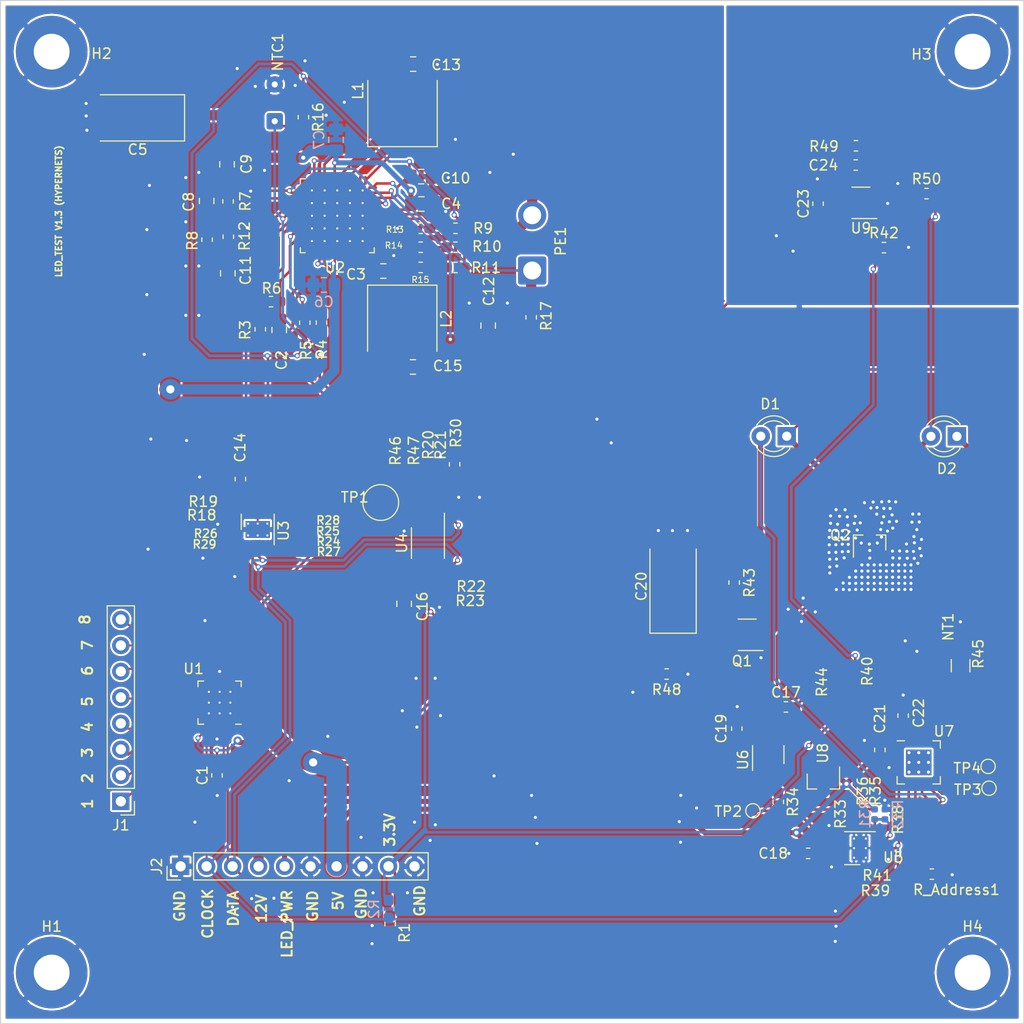
<source format=kicad_pcb>
(kicad_pcb (version 20171130) (host pcbnew 5.1.6-c6e7f7d~87~ubuntu20.04.1)
  (layers (0 F.Cu signal) (31 B.Cu signal) (34 B.Paste user) (35 F.Paste user) (36 B.SilkS user) (37 F.SilkS user) (38 B.Mask user) (39 F.Mask user) (44 Edge.Cuts user))
  (net 0 "")
  (net 1 +5V)
  (net 2 GND)
  (net 3 VIN)
  (net 4 "Net-(C2-Pad1)")
  (net 5 "Net-(C3-Pad2)")
  (net 6 "Net-(C11-Pad2)")
  (net 7 REF)
  (net 8 "Net-(C11-Pad1)")
  (net 9 "Net-(C12-Pad1)")
  (net 10 "Net-(C12-Pad2)")
  (net 11 +3V3)
  (net 12 +12V)
  (net 13 "Net-(D1-Pad2)")
  (net 14 "Net-(D1-Pad1)")
  (net 15 "Net-(D2-Pad1)")
  (net 16 "Net-(D2-Pad2)")
  (net 17 "Net-(J1-Pad1)")
  (net 18 "Net-(J1-Pad2)")
  (net 19 "Net-(J1-Pad3)")
  (net 20 "Net-(J1-Pad4)")
  (net 21 "Net-(J1-Pad5)")
  (net 22 "Net-(J1-Pad6)")
  (net 23 "Net-(J1-Pad7)")
  (net 24 "Net-(J1-Pad8)")
  (net 25 /Sheet5F1EB17F/DATA)
  (net 26 /Sheet5F1EB17F/CLOCK)
  (net 27 "Net-(L1-Pad1)")
  (net 28 "Net-(L2-Pad1)")
  (net 29 "Net-(PE1-Pad1)")
  (net 30 "Net-(Q1-Pad6)")
  (net 31 "Net-(R4-Pad1)")
  (net 32 "Net-(R6-Pad1)")
  (net 33 "Net-(R13-Pad2)")
  (net 34 "Net-(R10-Pad2)")
  (net 35 "Net-(R11-Pad2)")
  (net 36 "Net-(R18-Pad2)")
  (net 37 "Net-(R20-Pad2)")
  (net 38 "Net-(R22-Pad2)")
  (net 39 "Net-(R24-Pad1)")
  (net 40 "Net-(R25-Pad1)")
  (net 41 "Net-(R26-Pad1)")
  (net 42 "Net-(R30-Pad1)")
  (net 43 "Net-(R31-Pad1)")
  (net 44 "Net-(R34-Pad1)")
  (net 45 "Net-(R_Address1-Pad1)")
  (net 46 "Net-(U2-Pad19)")
  (net 47 /LED2/LED_Power)
  (net 48 "Net-(R33-Pad2)")
  (net 49 "Net-(R35-Pad1)")
  (net 50 "Net-(R39-Pad1)")
  (net 51 "Net-(C8-Pad2)")
  (net 52 "Net-(C9-Pad1)")
  (net 53 "Net-(R33-Pad1)")
  (net 54 "Net-(NT1-Pad1)")
  (net 55 "Net-(C8-Pad1)")
  (net 56 NTC)
  (net 57 "Net-(R46-Pad2)")
  (net 58 "Net-(C17-Pad2)")
  (net 59 "Net-(C17-Pad1)")
  (net 60 "Net-(C24-Pad2)")
  (net 61 "Net-(C24-Pad1)")
  (net 62 "Net-(R34-Pad2)")
  (net 63 "Net-(R50-Pad1)")
  (net 64 "Net-(TP3-Pad1)")
  (net 65 "Net-(TP4-Pad1)")
  (module Package_TO_SOT_SMD:SOT-23 (layer F.Cu) (at 184.94 103 90)
    (fp_text reference Q2 (at 0.742 -2.87 180) (layer F.SilkS))
    (fp_text value DMN6075S)
    (pad 1 smd rect (at -1 -0.95 90) (size 0.9 0.8) (layers F.Cu F.Paste F.Mask) (net 59 "Net-(C17-Pad1)"))
    (pad 2 smd rect (at -1 0.95 90) (size 0.9 0.8) (layers F.Cu F.Paste F.Mask) (net 16 "Net-(D2-Pad2)"))
    (pad 3 smd rect (at 1 0 90) (size 0.9 0.8) (layers F.Cu F.Paste F.Mask) (net 14 "Net-(D1-Pad1)"))
  )
  (module Capacitor_SMD:C_0603_1608Metric_Pad1.05x0.95mm_HandSolder (layer F.Cu) (at 123.444 96.774 90)
    (fp_text reference C14 (at 3.075 -0.025 90) (layer F.SilkS))
    (fp_text value 100nF)
    (pad 1 smd roundrect (at -0.875 0 90) (size 1.05 0.95) (layers F.Cu F.Paste F.Mask) (net 1 +5V))
    (pad 2 smd roundrect (at 0.875 0 90) (size 1.05 0.95) (layers F.Cu F.Paste F.Mask) (net 2 GND))
  )
  (module Resistor_SMD:R_0402_1005Metric (layer F.Cu) (at 129.701 100.855)
    (fp_text reference R28 (at 2.325 -0.05) (layer F.SilkS) (effects (font (size 0.8 0.8))))
    (fp_text value 0R)
    (pad 2 smd roundrect (at 0.485 0) (size 0.59 0.64) (layers F.Cu F.Paste F.Mask) (net 1 +5V))
    (pad 1 smd roundrect (at -0.485 0) (size 0.59 0.64) (layers F.Cu F.Paste F.Mask) (net 40 "Net-(R25-Pad1)"))
  )
  (module Capacitor_SMD:C_0603_1608Metric_Pad1.05x0.95mm_HandSolder (layer F.Cu) (at 171.958 121.158 90)
    (fp_text reference C19 (at 0 -1.524 90) (layer F.SilkS))
    (fp_text value 100nF)
    (pad 2 smd roundrect (at 0.875 0 90) (size 1.05 0.95) (layers F.Cu F.Paste F.Mask) (net 2 GND))
    (pad 1 smd roundrect (at -0.875 0 90) (size 1.05 0.95) (layers F.Cu F.Paste F.Mask) (net 1 +5V))
  )
  (module Package_TO_SOT_SMD:TSOT-23-5 (layer F.Cu) (at 184.09 69.8 180)
    (fp_text reference U9 (at 0 -2.45) (layer F.SilkS))
    (fp_text value AD8603)
    (pad 5 smd rect (at 1.31 -0.95 180) (size 1.22 0.65) (layers F.Cu F.Paste F.Mask) (net 1 +5V))
    (pad 4 smd rect (at 1.31 0.95 180) (size 1.22 0.65) (layers F.Cu F.Paste F.Mask) (net 60 "Net-(C24-Pad2)"))
    (pad 3 smd rect (at -1.31 0.95 180) (size 1.22 0.65) (layers F.Cu F.Paste F.Mask) (net 63 "Net-(R50-Pad1)"))
    (pad 2 smd rect (at -1.31 0 180) (size 1.22 0.65) (layers F.Cu F.Paste F.Mask) (net 2 GND))
    (pad 1 smd rect (at -1.31 -0.95 180) (size 1.22 0.65) (layers F.Cu F.Paste F.Mask) (net 61 "Net-(C24-Pad1)"))
  )
  (module TestPoint:TestPoint_Pad_D1.0mm (layer F.Cu) (at 196.52 124.85)
    (fp_text reference TP4 (at -2.04 0.18) (layer F.SilkS))
    (fp_text value TestPoint)
    (pad 1 smd circle (at 0 0) (size 1 1) (layers F.Cu F.Mask) (net 65 "Net-(TP4-Pad1)"))
  )
  (module TestPoint:TestPoint_Pad_D1.0mm (layer F.Cu) (at 196.61 126.98)
    (fp_text reference TP3 (at -2.07 0.15) (layer F.SilkS))
    (fp_text value TestPoint)
    (pad 1 smd circle (at 0 0) (size 1 1) (layers F.Cu F.Mask) (net 64 "Net-(TP3-Pad1)"))
  )
  (module TestPoint:TestPoint_Pad_D1.0mm (layer F.Cu) (at 173.53 129.19)
    (fp_text reference TP2 (at -2.41 0.07) (layer F.SilkS))
    (fp_text value TestPoint)
    (pad 1 smd circle (at 0 0) (size 1 1) (layers F.Cu F.Mask) (net 62 "Net-(R34-Pad2)"))
  )
  (module Resistor_SMD:R_0603_1608Metric_Pad1.05x0.95mm_HandSolder (layer F.Cu) (at 190.5 68.87)
    (fp_text reference R50 (at 0 -1.43) (layer F.SilkS))
    (fp_text value 10K)
    (pad 2 smd roundrect (at 0.875 0) (size 1.05 0.95) (layers F.Cu F.Paste F.Mask) (net 16 "Net-(D2-Pad2)"))
    (pad 1 smd roundrect (at -0.875 0) (size 1.05 0.95) (layers F.Cu F.Paste F.Mask) (net 63 "Net-(R50-Pad1)"))
  )
  (module Resistor_SMD:R_0603_1608Metric_Pad1.05x0.95mm_HandSolder (layer F.Cu) (at 183.6 64.2)
    (fp_text reference R49 (at -3.13 0.06) (layer F.SilkS))
    (fp_text value 100K)
    (pad 2 smd roundrect (at 0.875 0) (size 1.05 0.95) (layers F.Cu F.Paste F.Mask) (net 61 "Net-(C24-Pad1)"))
    (pad 1 smd roundrect (at -0.875 0) (size 1.05 0.95) (layers F.Cu F.Paste F.Mask) (net 60 "Net-(C24-Pad2)"))
  )
  (module Resistor_SMD:R_0402_1005Metric (layer F.Cu) (at 181.44 116.61 90)
    (fp_text reference R44 (at 0 -1.17 90) (layer F.SilkS))
    (fp_text value 0)
    (pad 2 smd roundrect (at 0.485 0 90) (size 0.59 0.64) (layers F.Cu F.Paste F.Mask) (net 58 "Net-(C17-Pad2)"))
    (pad 1 smd roundrect (at -0.485 0 90) (size 0.59 0.64) (layers F.Cu F.Paste F.Mask) (net 15 "Net-(D2-Pad1)"))
  )
  (module Resistor_SMD:R_0603_1608Metric_Pad1.05x0.95mm_HandSolder (layer F.Cu) (at 186.34 74.15)
    (fp_text reference R42 (at 0 -1.43) (layer F.SilkS))
    (fp_text value 2K)
    (pad 2 smd roundrect (at 0.875 0) (size 1.05 0.95) (layers F.Cu F.Paste F.Mask) (net 2 GND))
    (pad 1 smd roundrect (at -0.875 0) (size 1.05 0.95) (layers F.Cu F.Paste F.Mask) (net 61 "Net-(C24-Pad1)"))
  )
  (module Resistor_SMD:R_0402_1005Metric (layer F.Cu) (at 183.54 115.55 270)
    (fp_text reference R40 (at 0 -1.17 90) (layer F.SilkS))
    (fp_text value 0)
    (pad 2 smd roundrect (at 0.485 0 270) (size 0.59 0.64) (layers F.Cu F.Paste F.Mask) (net 58 "Net-(C17-Pad2)"))
    (pad 1 smd roundrect (at -0.485 0 270) (size 0.59 0.64) (layers F.Cu F.Paste F.Mask) (net 61 "Net-(C24-Pad1)"))
  )
  (module Resistor_SMD:R_0603_1608Metric_Pad1.05x0.95mm_HandSolder (layer F.Cu) (at 176.01 128.32 270)
    (fp_text reference R34 (at 0 -1.43 90) (layer F.SilkS))
    (fp_text value 10K)
    (pad 2 smd roundrect (at 0.875 0 270) (size 1.05 0.95) (layers F.Cu F.Paste F.Mask) (net 62 "Net-(R34-Pad2)"))
    (pad 1 smd roundrect (at -0.875 0 270) (size 1.05 0.95) (layers F.Cu F.Paste F.Mask) (net 44 "Net-(R34-Pad1)"))
  )
  (module NetTie:NetTie-2_SMD_Pad0.5mm (layer F.Cu) (at 193.82 111.22 90)
    (fp_text reference NT1 (at 0 -1.2 90) (layer F.SilkS))
    (fp_text value Net-Tie_2)
    (fp_poly (pts (xy -0.5 -0.25) (xy 0.5 -0.25) (xy 0.5 0.25) (xy -0.5 0.25)) (layer F.Cu) (width 0))
    (pad 2 smd circle (at 0.5 0 90) (size 0.5 0.5) (layers F.Cu) (net 2 GND))
    (pad 1 smd circle (at -0.5 0 90) (size 0.5 0.5) (layers F.Cu) (net 54 "Net-(NT1-Pad1)"))
  )
  (module Capacitor_SMD:C_0603_1608Metric_Pad1.05x0.95mm_HandSolder (layer F.Cu) (at 183.58 66.08 180)
    (fp_text reference C24 (at 3.16 -0.02) (layer F.SilkS))
    (fp_text value 22pF)
    (pad 2 smd roundrect (at 0.875 0 180) (size 1.05 0.95) (layers F.Cu F.Paste F.Mask) (net 60 "Net-(C24-Pad2)"))
    (pad 1 smd roundrect (at -0.875 0 180) (size 1.05 0.95) (layers F.Cu F.Paste F.Mask) (net 61 "Net-(C24-Pad1)"))
  )
  (module Capacitor_SMD:C_0603_1608Metric_Pad1.05x0.95mm_HandSolder (layer F.Cu) (at 179.9 69.86 90)
    (fp_text reference C23 (at 0 -1.43 90) (layer F.SilkS))
    (fp_text value 100nF)
    (pad 2 smd roundrect (at 0.875 0 90) (size 1.05 0.95) (layers F.Cu F.Paste F.Mask) (net 2 GND))
    (pad 1 smd roundrect (at -0.875 0 90) (size 1.05 0.95) (layers F.Cu F.Paste F.Mask) (net 1 +5V))
  )
  (module Capacitor_SMD:C_0603_1608Metric_Pad1.05x0.95mm_HandSolder (layer F.Cu) (at 176.76 119.04)
    (fp_text reference C17 (at 0 -1.43) (layer F.SilkS))
    (fp_text value 100pF)
    (pad 2 smd roundrect (at 0.875 0) (size 1.05 0.95) (layers F.Cu F.Paste F.Mask) (net 58 "Net-(C17-Pad2)"))
    (pad 1 smd roundrect (at -0.875 0) (size 1.05 0.95) (layers F.Cu F.Paste F.Mask) (net 59 "Net-(C17-Pad1)"))
  )
  (module Resistor_SMD:R_0603_1608Metric_Pad1.05x0.95mm_HandSolder (layer F.Cu) (at 126.438 79.432)
    (fp_text reference R6 (at 0.05 -1.305) (layer F.SilkS))
    (fp_text value 20k)
    (pad 2 smd roundrect (at 0.875 0) (size 1.05 0.95) (layers F.Cu F.Paste F.Mask) (net 4 "Net-(C2-Pad1)"))
    (pad 1 smd roundrect (at -0.875 0) (size 1.05 0.95) (layers F.Cu F.Paste F.Mask) (net 32 "Net-(R6-Pad1)"))
  )
  (module Capacitor_SMD:C_0805_2012Metric_Pad1.15x1.40mm_HandSolder (layer F.Cu) (at 139.446 108.966 270)
    (fp_text reference C16 (at 0.254 -1.778 90) (layer F.SilkS))
    (fp_text value 4.7uF)
    (pad 1 smd roundrect (at -1.025 0 270) (size 1.15 1.4) (layers F.Cu F.Paste F.Mask) (roundrect_rratio 0.217391) (net 11 +3V3))
    (pad 2 smd roundrect (at 1.025 0 270) (size 1.15 1.4) (layers F.Cu F.Paste F.Mask) (roundrect_rratio 0.217391) (net 2 GND))
  )
  (module Package_TO_SOT_SMD:SOT-23 (layer F.Cu) (at 180.42 126.3 270)
    (fp_text reference U8 (at -2.74 0.06 90) (layer F.SilkS))
    (fp_text value REF3333)
    (pad 3 smd rect (at 1 0 270) (size 0.9 0.8) (layers F.Cu F.Paste F.Mask) (net 2 GND))
    (pad 2 smd rect (at -1 0.95 270) (size 0.9 0.8) (layers F.Cu F.Paste F.Mask) (net 53 "Net-(R33-Pad1)"))
    (pad 1 smd rect (at -1 -0.95 270) (size 0.9 0.8) (layers F.Cu F.Paste F.Mask) (net 1 +5V))
  )
  (module Resistor_SMD:R_0402_1005Metric (layer F.Cu) (at 183.14 129.55 270)
    (fp_text reference R33 (at -0.05 1.05 90) (layer F.SilkS))
    (fp_text value 0)
    (pad 2 smd roundrect (at 0.485 0 270) (size 0.59 0.64) (layers F.Cu F.Paste F.Mask) (net 48 "Net-(R33-Pad2)"))
    (pad 1 smd roundrect (at -0.485 0 270) (size 0.59 0.64) (layers F.Cu F.Paste F.Mask) (net 53 "Net-(R33-Pad1)"))
  )
  (module Package_DFN_QFN:DFN-10-1EP_3x3mm_P0.5mm_EP1.65x2.38mm_ThermalVias (layer F.Cu) (at 125.136 101.7 90)
    (fp_text reference U3 (at -0.125 2.525 90) (layer F.SilkS))
    (fp_text value LTC2606IDD)
    (pad 1 smd roundrect (at -1.45 -1 90) (size 0.85 0.25) (layers F.Cu F.Paste F.Mask) (net 41 "Net-(R26-Pad1)"))
    (pad 2 smd roundrect (at -1.45 -0.5 90) (size 0.85 0.25) (layers F.Cu F.Paste F.Mask) (net 25 /Sheet5F1EB17F/DATA))
    (pad 3 smd roundrect (at -1.45 0 90) (size 0.85 0.25) (layers F.Cu F.Paste F.Mask) (net 26 /Sheet5F1EB17F/CLOCK))
    (pad 4 smd roundrect (at -1.45 0.5 90) (size 0.85 0.25) (layers F.Cu F.Paste F.Mask) (net 39 "Net-(R24-Pad1)"))
    (pad 5 smd roundrect (at -1.45 1 90) (size 0.85 0.25) (layers F.Cu F.Paste F.Mask) (net 40 "Net-(R25-Pad1)"))
    (pad 6 smd roundrect (at 1.45 1 90) (size 0.85 0.25) (layers F.Cu F.Paste F.Mask) (net 7 REF))
    (pad 7 smd roundrect (at 1.45 0.5 90) (size 0.85 0.25) (layers F.Cu F.Paste F.Mask) (net 46 "Net-(U2-Pad19)"))
    (pad 8 smd roundrect (at 1.45 0 90) (size 0.85 0.25) (layers F.Cu F.Paste F.Mask) (net 2 GND))
    (pad 9 smd roundrect (at 1.45 -0.5 90) (size 0.85 0.25) (layers F.Cu F.Paste F.Mask) (net 1 +5V))
    (pad 10 smd roundrect (at 1.45 -1 90) (size 0.85 0.25) (layers F.Cu F.Paste F.Mask) (net 36 "Net-(R18-Pad2)"))
    (pad 11 smd rect (at 0 0 90) (size 1.65 2.38) (layers F.Cu F.Mask) (net 2 GND))
    (pad 11 thru_hole circle (at -0.575 -0.94 90) (size 0.5 0.5) (drill 0.2) (layers *.Cu) (net 2 GND))
    (pad 11 thru_hole circle (at 0.575 -0.94 90) (size 0.5 0.5) (drill 0.2) (layers *.Cu) (net 2 GND))
    (pad 11 thru_hole circle (at -0.575 0 90) (size 0.5 0.5) (drill 0.2) (layers *.Cu) (net 2 GND))
    (pad 11 thru_hole circle (at 0.575 0 90) (size 0.5 0.5) (drill 0.2) (layers *.Cu) (net 2 GND))
    (pad 11 thru_hole circle (at -0.575 0.94 90) (size 0.5 0.5) (drill 0.2) (layers *.Cu) (net 2 GND))
    (pad 11 thru_hole circle (at 0.575 0.94 90) (size 0.5 0.5) (drill 0.2) (layers *.Cu) (net 2 GND))
    (pad 11 smd rect (at 0 0 90) (size 1.65 2.38) (layers B.Cu) (net 2 GND))
  )
  (module Connector_Wire:SolderWire-1sqmm_1x02_P5.4mm_D1.4mm_OD2.7mm (layer F.Cu) (at 151.963 76.387 90)
    (fp_text reference PE1 (at 2.85 2.775 90) (layer F.SilkS))
    (fp_text value Peltier_Element)
    (pad 2 thru_hole circle (at 5.4 0 90) (size 2.75 2.75) (drill 1.75) (layers *.Cu *.Mask) (net 10 "Net-(C12-Pad2)"))
    (pad 1 thru_hole roundrect (at 0 0 90) (size 2.75 2.75) (drill 1.75) (layers *.Cu *.Mask) (roundrect_rratio 0.090909) (net 29 "Net-(PE1-Pad1)"))
  )
  (module Resistor_SMD:R_0402_1005Metric (layer F.Cu) (at 143.5 108.543)
    (fp_text reference R23 (at 2.4 0.125) (layer F.SilkS))
    (fp_text value 0R)
    (pad 2 smd roundrect (at 0.485 0) (size 0.59 0.64) (layers F.Cu F.Paste F.Mask) (net 38 "Net-(R22-Pad2)"))
    (pad 1 smd roundrect (at -0.485 0) (size 0.59 0.64) (layers F.Cu F.Paste F.Mask) (net 2 GND))
  )
  (module Resistor_SMD:R_0402_1005Metric (layer F.Cu) (at 143.5 107.518)
    (fp_text reference R22 (at 2.5 -0.25) (layer F.SilkS))
    (fp_text value 0R)
    (pad 2 smd roundrect (at 0.485 0) (size 0.59 0.64) (layers F.Cu F.Paste F.Mask) (net 38 "Net-(R22-Pad2)"))
    (pad 1 smd roundrect (at -0.485 0) (size 0.59 0.64) (layers F.Cu F.Paste F.Mask) (net 11 +3V3))
  )
  (module Resistor_SMD:R_0402_1005Metric (layer F.Cu) (at 142.785 95.893 270)
    (fp_text reference R21 (at -2.45 -0.225 90) (layer F.SilkS))
    (fp_text value 0R)
    (pad 2 smd roundrect (at 0.485 0 270) (size 0.59 0.64) (layers F.Cu F.Paste F.Mask) (net 37 "Net-(R20-Pad2)"))
    (pad 1 smd roundrect (at -0.485 0 270) (size 0.59 0.64) (layers F.Cu F.Paste F.Mask) (net 2 GND))
  )
  (module Resistor_SMD:R_0402_1005Metric (layer F.Cu) (at 141.66 95.918 270)
    (fp_text reference R20 (at -2.5 -0.15 90) (layer F.SilkS))
    (fp_text value 0R)
    (pad 2 smd roundrect (at 0.485 0 270) (size 0.59 0.64) (layers F.Cu F.Paste F.Mask) (net 37 "Net-(R20-Pad2)"))
    (pad 1 smd roundrect (at -0.485 0 270) (size 0.59 0.64) (layers F.Cu F.Paste F.Mask) (net 11 +3V3))
  )
  (module Resistor_SMD:R_0603_1608Metric_Pad1.05x0.95mm_HandSolder (layer F.Cu) (at 144.463 76.087 180)
    (fp_text reference R11 (at -3 -0.025) (layer F.SilkS))
    (fp_text value R)
    (pad 2 smd roundrect (at 0.875 0 180) (size 1.05 0.95) (layers F.Cu F.Paste F.Mask) (net 35 "Net-(R11-Pad2)"))
    (pad 1 smd roundrect (at -0.875 0 180) (size 1.05 0.95) (layers F.Cu F.Paste F.Mask) (net 7 REF))
  )
  (module Package_DFN_QFN:QFN-28-1EP_4x4mm_P0.4mm_EP2.6x2.6mm_ThermalVias (layer F.Cu) (at 121.412 118.618 180)
    (fp_text reference U1 (at 2.54 3.302) (layer F.SilkS))
    (fp_text value MAX14662)
    (pad 29 smd rect (at 0 0 180) (size 2.6 2.6) (layers B.Cu) (net 2 GND))
    (pad 29 thru_hole circle (at 1.05 1.05 180) (size 0.5 0.5) (drill 0.2) (layers *.Cu) (net 2 GND))
    (pad 29 thru_hole circle (at 0 1.05 180) (size 0.5 0.5) (drill 0.2) (layers *.Cu) (net 2 GND))
    (pad 29 thru_hole circle (at -1.05 1.05 180) (size 0.5 0.5) (drill 0.2) (layers *.Cu) (net 2 GND))
    (pad 29 thru_hole circle (at 1.05 0 180) (size 0.5 0.5) (drill 0.2) (layers *.Cu) (net 2 GND))
    (pad 29 thru_hole circle (at 0 0 180) (size 0.5 0.5) (drill 0.2) (layers *.Cu) (net 2 GND))
    (pad 29 thru_hole circle (at -1.05 0 180) (size 0.5 0.5) (drill 0.2) (layers *.Cu) (net 2 GND))
    (pad 29 thru_hole circle (at 1.05 -1.05 180) (size 0.5 0.5) (drill 0.2) (layers *.Cu) (net 2 GND))
    (pad 29 thru_hole circle (at 0 -1.05 180) (size 0.5 0.5) (drill 0.2) (layers *.Cu) (net 2 GND))
    (pad 29 thru_hole circle (at -1.05 -1.05 180) (size 0.5 0.5) (drill 0.2) (layers *.Cu) (net 2 GND))
    (pad 29 smd rect (at 0 0 180) (size 2.6 2.6) (layers F.Cu F.Mask) (net 2 GND))
    (pad 28 smd roundrect (at -1.2 -1.9375 180) (size 0.2 0.875) (layers F.Cu F.Paste F.Mask) (net 2 GND))
    (pad 27 smd roundrect (at -0.8 -1.9375 180) (size 0.2 0.875) (layers F.Cu F.Paste F.Mask) (net 25 /Sheet5F1EB17F/DATA))
    (pad 26 smd roundrect (at -0.4 -1.9375 180) (size 0.2 0.875) (layers F.Cu F.Paste F.Mask) (net 1 +5V))
    (pad 25 smd roundrect (at 0 -1.9375 180) (size 0.2 0.875) (layers F.Cu F.Paste F.Mask) (net 2 GND))
    (pad 24 smd roundrect (at 0.4 -1.9375 180) (size 0.2 0.875) (layers F.Cu F.Paste F.Mask) (net 26 /Sheet5F1EB17F/CLOCK))
    (pad 23 smd roundrect (at 0.8 -1.9375 180) (size 0.2 0.875) (layers F.Cu F.Paste F.Mask) (net 2 GND))
    (pad 22 smd roundrect (at 1.2 -1.9375 180) (size 0.2 0.875) (layers F.Cu F.Paste F.Mask) (net 1 +5V))
    (pad 21 smd roundrect (at 1.9375 -1.2 180) (size 0.875 0.2) (layers F.Cu F.Paste F.Mask) (net 17 "Net-(J1-Pad1)"))
    (pad 20 smd roundrect (at 1.9375 -0.8 180) (size 0.875 0.2) (layers F.Cu F.Paste F.Mask) (net 18 "Net-(J1-Pad2)"))
    (pad 19 smd roundrect (at 1.9375 -0.4 180) (size 0.875 0.2) (layers F.Cu F.Paste F.Mask) (net 19 "Net-(J1-Pad3)"))
    (pad 18 smd roundrect (at 1.9375 0 180) (size 0.875 0.2) (layers F.Cu F.Paste F.Mask) (net 20 "Net-(J1-Pad4)"))
    (pad 17 smd roundrect (at 1.9375 0.4 180) (size 0.875 0.2) (layers F.Cu F.Paste F.Mask) (net 21 "Net-(J1-Pad5)"))
    (pad 16 smd roundrect (at 1.9375 0.8 180) (size 0.875 0.2) (layers F.Cu F.Paste F.Mask) (net 22 "Net-(J1-Pad6)"))
    (pad 15 smd roundrect (at 1.9375 1.2 180) (size 0.875 0.2) (layers F.Cu F.Paste F.Mask) (net 23 "Net-(J1-Pad7)"))
    (pad 14 smd roundrect (at 1.2 1.9375 180) (size 0.2 0.875) (layers F.Cu F.Paste F.Mask) (net 24 "Net-(J1-Pad8)"))
    (pad 13 smd roundrect (at 0.8 1.9375 180) (size 0.2 0.875) (layers F.Cu F.Paste F.Mask))
    (pad 12 smd roundrect (at 0.4 1.9375 180) (size 0.2 0.875) (layers F.Cu F.Paste F.Mask))
    (pad 11 smd roundrect (at 0 1.9375 180) (size 0.2 0.875) (layers F.Cu F.Paste F.Mask) (net 2 GND))
    (pad 10 smd roundrect (at -0.4 1.9375 180) (size 0.2 0.875) (layers F.Cu F.Paste F.Mask))
    (pad 9 smd roundrect (at -0.8 1.9375 180) (size 0.2 0.875) (layers F.Cu F.Paste F.Mask) (net 1 +5V))
    (pad 8 smd roundrect (at -1.2 1.9375 180) (size 0.2 0.875) (layers F.Cu F.Paste F.Mask) (net 1 +5V))
    (pad 7 smd roundrect (at -1.9375 1.2 180) (size 0.875 0.2) (layers F.Cu F.Paste F.Mask) (net 1 +5V))
    (pad 6 smd roundrect (at -1.9375 0.8 180) (size 0.875 0.2) (layers F.Cu F.Paste F.Mask) (net 1 +5V))
    (pad 5 smd roundrect (at -1.9375 0.4 180) (size 0.875 0.2) (layers F.Cu F.Paste F.Mask) (net 1 +5V))
    (pad 4 smd roundrect (at -1.9375 0 180) (size 0.875 0.2) (layers F.Cu F.Paste F.Mask) (net 1 +5V))
    (pad 3 smd roundrect (at -1.9375 -0.4 180) (size 0.875 0.2) (layers F.Cu F.Paste F.Mask) (net 1 +5V))
    (pad 2 smd roundrect (at -1.9375 -0.8 180) (size 0.875 0.2) (layers F.Cu F.Paste F.Mask) (net 1 +5V))
    (pad 1 smd roundrect (at -1.9375 -1.2 180) (size 0.875 0.2) (layers F.Cu F.Paste F.Mask) (net 2 GND))
  )
  (module LED_THT:LED_D3.0mm (layer F.Cu) (at 176.84 92.58 180)
    (fp_text reference D1 (at 1.61 3.144) (layer F.SilkS))
    (fp_text value LED)
    (pad 2 thru_hole circle (at 2.54 0 180) (size 1.8 1.8) (drill 0.9) (layers *.Cu *.Mask) (net 13 "Net-(D1-Pad2)"))
    (pad 1 thru_hole rect (at 0 0 180) (size 1.8 1.8) (drill 0.9) (layers *.Cu *.Mask) (net 14 "Net-(D1-Pad1)"))
  )
  (module Resistor_SMD:R_0402_1005Metric (layer F.Cu) (at 183.134 135.636 180)
    (fp_text reference R41 (at -2.54 0.136) (layer F.SilkS))
    (fp_text value 0R)
    (pad 2 smd roundrect (at 0.485 0 180) (size 0.59 0.64) (layers F.Cu F.Paste F.Mask) (net 2 GND))
    (pad 1 smd roundrect (at -0.485 0 180) (size 0.59 0.64) (layers F.Cu F.Paste F.Mask) (net 50 "Net-(R39-Pad1)"))
  )
  (module Resistor_SMD:R_0402_1005Metric (layer F.Cu) (at 183.134 136.652 180)
    (fp_text reference R39 (at -2.366 -0.348) (layer F.SilkS))
    (fp_text value 0R)
    (pad 2 smd roundrect (at 0.485 0 180) (size 0.59 0.64) (layers F.Cu F.Paste F.Mask) (net 1 +5V))
    (pad 1 smd roundrect (at -0.485 0 180) (size 0.59 0.64) (layers F.Cu F.Paste F.Mask) (net 50 "Net-(R39-Pad1)"))
  )
  (module Resistor_SMD:R_0402_1005Metric (layer F.Cu) (at 186.436 129.54 90)
    (fp_text reference R38 (at -0.508 1.27 270) (layer F.SilkS))
    (fp_text value 0R)
    (pad 2 smd roundrect (at 0.485 0 90) (size 0.59 0.64) (layers F.Cu F.Paste F.Mask) (net 2 GND))
    (pad 1 smd roundrect (at -0.485 0 90) (size 0.59 0.64) (layers F.Cu F.Paste F.Mask) (net 49 "Net-(R35-Pad1)"))
  )
  (module Resistor_SMD:R_0402_1005Metric (layer F.Cu) (at 184.27 129.55 270)
    (fp_text reference R36 (at -2.286 0 90) (layer F.SilkS))
    (fp_text value 0)
    (pad 2 smd roundrect (at 0.485 0 270) (size 0.59 0.64) (layers F.Cu F.Paste F.Mask) (net 48 "Net-(R33-Pad2)"))
    (pad 1 smd roundrect (at -0.485 0 270) (size 0.59 0.64) (layers F.Cu F.Paste F.Mask) (net 1 +5V))
  )
  (module Resistor_SMD:R_0402_1005Metric (layer F.Cu) (at 185.42 129.53 90)
    (fp_text reference R35 (at 2.29 0.08 90) (layer F.SilkS))
    (fp_text value 0R)
    (pad 2 smd roundrect (at 0.485 0 90) (size 0.59 0.64) (layers F.Cu F.Paste F.Mask) (net 1 +5V))
    (pad 1 smd roundrect (at -0.485 0 90) (size 0.59 0.64) (layers F.Cu F.Paste F.Mask) (net 49 "Net-(R35-Pad1)"))
  )
  (module Resistor_SMD:R_0402_1005Metric (layer B.Cu) (at 186.436 129.54 90)
    (fp_text reference R32 (at 0 1.27 90) (layer B.SilkS) (effects (justify mirror)))
    (fp_text value 0R)
    (pad 2 smd roundrect (at 0.485 0 90) (size 0.59 0.64) (layers B.Cu B.Paste B.Mask) (net 2 GND))
    (pad 1 smd roundrect (at -0.485 0 90) (size 0.59 0.64) (layers B.Cu B.Paste B.Mask) (net 43 "Net-(R31-Pad1)"))
  )
  (module Resistor_SMD:R_0402_1005Metric (layer B.Cu) (at 185.42 129.54 90)
    (fp_text reference R31 (at 0.04 -0.92 270) (layer B.SilkS) (effects (justify mirror)))
    (fp_text value 0R)
    (pad 2 smd roundrect (at 0.485 0 90) (size 0.59 0.64) (layers B.Cu B.Paste B.Mask) (net 1 +5V))
    (pad 1 smd roundrect (at -0.485 0 90) (size 0.59 0.64) (layers B.Cu B.Paste B.Mask) (net 43 "Net-(R31-Pad1)"))
  )
  (module Resistor_SMD:R_0402_1005Metric (layer F.Cu) (at 122.236 103.15 180)
    (fp_text reference R29 (at 2.3 0) (layer F.SilkS) (effects (font (size 0.8 0.8))))
    (fp_text value 0R)
    (pad 2 smd roundrect (at 0.485 0 180) (size 0.59 0.64) (layers F.Cu F.Paste F.Mask) (net 1 +5V))
    (pad 1 smd roundrect (at -0.485 0 180) (size 0.59 0.64) (layers F.Cu F.Paste F.Mask) (net 41 "Net-(R26-Pad1)"))
  )
  (module Resistor_SMD:R_0402_1005Metric (layer F.Cu) (at 129.726 103.98)
    (fp_text reference R27 (at 2.35 -0.1) (layer F.SilkS) (effects (font (size 0.8 0.8))))
    (fp_text value 0R)
    (pad 2 smd roundrect (at 0.485 0) (size 0.59 0.64) (layers F.Cu F.Paste F.Mask) (net 1 +5V))
    (pad 1 smd roundrect (at -0.485 0) (size 0.59 0.64) (layers F.Cu F.Paste F.Mask) (net 39 "Net-(R24-Pad1)"))
  )
  (module Resistor_SMD:R_0402_1005Metric (layer F.Cu) (at 122.211 102.125 180)
    (fp_text reference R26 (at 2.15 0.025) (layer F.SilkS) (effects (font (size 0.8 0.8))))
    (fp_text value 0R)
    (pad 2 smd roundrect (at 0.485 0 180) (size 0.59 0.64) (layers F.Cu F.Paste F.Mask) (net 2 GND))
    (pad 1 smd roundrect (at -0.485 0 180) (size 0.59 0.64) (layers F.Cu F.Paste F.Mask) (net 41 "Net-(R26-Pad1)"))
  )
  (module Resistor_SMD:R_0402_1005Metric (layer F.Cu) (at 129.701 101.855)
    (fp_text reference R25 (at 2.3 0) (layer F.SilkS) (effects (font (size 0.8 0.8))))
    (fp_text value 0R)
    (pad 2 smd roundrect (at 0.485 0) (size 0.59 0.64) (layers F.Cu F.Paste F.Mask) (net 2 GND))
    (pad 1 smd roundrect (at -0.485 0) (size 0.59 0.64) (layers F.Cu F.Paste F.Mask) (net 40 "Net-(R25-Pad1)"))
  )
  (module Resistor_SMD:R_0402_1005Metric (layer F.Cu) (at 129.701 102.905)
    (fp_text reference R24 (at 2.35 -0.025) (layer F.SilkS) (effects (font (size 0.8 0.8))))
    (fp_text value 0R)
    (pad 2 smd roundrect (at 0.485 0) (size 0.59 0.64) (layers F.Cu F.Paste F.Mask) (net 2 GND))
    (pad 1 smd roundrect (at -0.485 0) (size 0.59 0.64) (layers F.Cu F.Paste F.Mask) (net 39 "Net-(R24-Pad1)"))
  )
  (module Resistor_SMD:R_0402_1005Metric (layer F.Cu) (at 122.161 99.175 180)
    (fp_text reference R19 (at 2.35 0.2) (layer F.SilkS))
    (fp_text value 0R)
    (pad 2 smd roundrect (at 0.485 0 180) (size 0.59 0.64) (layers F.Cu F.Paste F.Mask) (net 1 +5V))
    (pad 1 smd roundrect (at -0.485 0 180) (size 0.59 0.64) (layers F.Cu F.Paste F.Mask) (net 36 "Net-(R18-Pad2)"))
  )
  (module Resistor_SMD:R_0402_1005Metric (layer F.Cu) (at 122.111 100.25)
    (fp_text reference R18 (at -2.45 0.05) (layer F.SilkS))
    (fp_text value 0R)
    (pad 2 smd roundrect (at 0.485 0) (size 0.59 0.64) (layers F.Cu F.Paste F.Mask) (net 36 "Net-(R18-Pad2)"))
    (pad 1 smd roundrect (at -0.485 0) (size 0.59 0.64) (layers F.Cu F.Paste F.Mask) (net 2 GND))
  )
  (module Resistor_SMD:R_0603_1608Metric_Pad1.05x0.95mm_HandSolder (layer F.Cu) (at 138.08 140.26 270)
    (fp_text reference R1 (at 0.856 -1.408 90) (layer F.SilkS))
    (fp_text value 10k)
    (pad 2 smd roundrect (at 0.875 0 270) (size 1.05 0.95) (layers F.Cu F.Paste F.Mask) (net 25 /Sheet5F1EB17F/DATA))
    (pad 1 smd roundrect (at -0.875 0 270) (size 1.05 0.95) (layers F.Cu F.Paste F.Mask) (net 11 +3V3))
  )
  (module Connector_PinHeader_2.54mm:PinHeader_1x10_P2.54mm_Vertical (layer F.Cu) (at 117.602 134.62 90)
    (fp_text reference J2 (at 0 -2.33 90) (layer F.SilkS))
    (fp_text value Conn_01x10_Male)
    (pad 10 thru_hole oval (at 0 22.86 90) (size 1.7 1.7) (drill 1) (layers *.Cu *.Mask) (net 2 GND))
    (pad 9 thru_hole oval (at 0 20.32 90) (size 1.7 1.7) (drill 1) (layers *.Cu *.Mask) (net 11 +3V3))
    (pad 8 thru_hole oval (at 0 17.78 90) (size 1.7 1.7) (drill 1) (layers *.Cu *.Mask) (net 2 GND))
    (pad 7 thru_hole oval (at 0 15.24 90) (size 1.7 1.7) (drill 1) (layers *.Cu *.Mask) (net 1 +5V))
    (pad 6 thru_hole oval (at 0 12.7 90) (size 1.7 1.7) (drill 1) (layers *.Cu *.Mask) (net 2 GND))
    (pad 5 thru_hole oval (at 0 10.16 90) (size 1.7 1.7) (drill 1) (layers *.Cu *.Mask) (net 47 /LED2/LED_Power))
    (pad 4 thru_hole oval (at 0 7.62 90) (size 1.7 1.7) (drill 1) (layers *.Cu *.Mask) (net 12 +12V))
    (pad 3 thru_hole oval (at 0 5.08 90) (size 1.7 1.7) (drill 1) (layers *.Cu *.Mask) (net 25 /Sheet5F1EB17F/DATA))
    (pad 2 thru_hole oval (at 0 2.54 90) (size 1.7 1.7) (drill 1) (layers *.Cu *.Mask) (net 26 /Sheet5F1EB17F/CLOCK))
    (pad 1 thru_hole rect (at 0 0 90) (size 1.7 1.7) (drill 1) (layers *.Cu *.Mask) (net 2 GND))
  )
  (module Connector_PinHeader_2.54mm:PinHeader_1x08_P2.54mm_Vertical (layer F.Cu) (at 111.76 128.27 180)
    (fp_text reference J1 (at 0 -2.33) (layer F.SilkS))
    (fp_text value Conn_01x08_Male)
    (pad 8 thru_hole oval (at 0 17.78 180) (size 1.7 1.7) (drill 1) (layers *.Cu *.Mask) (net 24 "Net-(J1-Pad8)"))
    (pad 7 thru_hole oval (at 0 15.24 180) (size 1.7 1.7) (drill 1) (layers *.Cu *.Mask) (net 23 "Net-(J1-Pad7)"))
    (pad 6 thru_hole oval (at 0 12.7 180) (size 1.7 1.7) (drill 1) (layers *.Cu *.Mask) (net 22 "Net-(J1-Pad6)"))
    (pad 5 thru_hole oval (at 0 10.16 180) (size 1.7 1.7) (drill 1) (layers *.Cu *.Mask) (net 21 "Net-(J1-Pad5)"))
    (pad 4 thru_hole oval (at 0 7.62 180) (size 1.7 1.7) (drill 1) (layers *.Cu *.Mask) (net 20 "Net-(J1-Pad4)"))
    (pad 3 thru_hole oval (at 0 5.08 180) (size 1.7 1.7) (drill 1) (layers *.Cu *.Mask) (net 19 "Net-(J1-Pad3)"))
    (pad 2 thru_hole oval (at 0 2.54 180) (size 1.7 1.7) (drill 1) (layers *.Cu *.Mask) (net 18 "Net-(J1-Pad2)"))
    (pad 1 thru_hole rect (at 0 0 180) (size 1.7 1.7) (drill 1) (layers *.Cu *.Mask) (net 17 "Net-(J1-Pad1)"))
  )
  (module Capacitor_SMD:C_0603_1608Metric_Pad1.05x0.95mm_HandSolder (layer F.Cu) (at 121.158 125.73 90)
    (fp_text reference C1 (at 0 -1.43 90) (layer F.SilkS))
    (fp_text value 100nF)
    (pad 2 smd roundrect (at 0.875 0 90) (size 1.05 0.95) (layers F.Cu F.Paste F.Mask) (net 1 +5V))
    (pad 1 smd roundrect (at -0.875 0 90) (size 1.05 0.95) (layers F.Cu F.Paste F.Mask) (net 2 GND))
  )
  (module Capacitor_SMD:C_0805_2012Metric_Pad1.15x1.40mm_HandSolder (layer F.Cu) (at 127.238 82.202 270)
    (fp_text reference C2 (at 2.95 -0.225 90) (layer F.SilkS))
    (fp_text value 1uF)
    (pad 2 smd roundrect (at 1.025 0 270) (size 1.15 1.4) (layers F.Cu F.Paste F.Mask) (roundrect_rratio 0.217391) (net 3 VIN))
    (pad 1 smd roundrect (at -1.025 0 270) (size 1.15 1.4) (layers F.Cu F.Paste F.Mask) (roundrect_rratio 0.217391) (net 4 "Net-(C2-Pad1)"))
  )
  (module Capacitor_SMD:C_0805_2012Metric_Pad1.15x1.40mm_HandSolder (layer F.Cu) (at 137.413 76.437 180)
    (fp_text reference C3 (at 2.675 -0.325) (layer F.SilkS))
    (fp_text value .01uF)
    (pad 1 smd roundrect (at -1.025 0 180) (size 1.15 1.4) (layers F.Cu F.Paste F.Mask) (roundrect_rratio 0.217391) (net 2 GND))
    (pad 2 smd roundrect (at 1.025 0 180) (size 1.15 1.4) (layers F.Cu F.Paste F.Mask) (roundrect_rratio 0.217391) (net 5 "Net-(C3-Pad2)"))
  )
  (module Capacitor_SMD:C_0805_2012Metric_Pad1.15x1.40mm_HandSolder (layer F.Cu) (at 141.138 69.887)
    (fp_text reference C4 (at 2.9 -0.025) (layer F.SilkS))
    (fp_text value 10uF1)
    (pad 1 smd roundrect (at -1.025 0) (size 1.15 1.4) (layers F.Cu F.Paste F.Mask) (roundrect_rratio 0.217391) (net 1 +5V))
    (pad 2 smd roundrect (at 1.025 0) (size 1.15 1.4) (layers F.Cu F.Paste F.Mask) (roundrect_rratio 0.217391) (net 2 GND))
  )
  (module Capacitor_Tantalum_SMD:CP_EIA-7343-15_Kemet-W_Pad2.25x2.55mm_HandSolder (layer F.Cu) (at 113.4 61.47 180)
    (fp_text reference C5 (at 0 -3.1 180) (layer F.SilkS))
    (fp_text value 100uF)
    (pad 1 smd roundrect (at -3.2 0 180) (size 2.25 2.55) (layers F.Cu F.Paste F.Mask) (roundrect_rratio 0.111111) (net 1 +5V))
    (pad 2 smd roundrect (at 3.2 0 180) (size 2.25 2.55) (layers F.Cu F.Paste F.Mask) (roundrect_rratio 0.111111) (net 2 GND))
  )
  (module Capacitor_SMD:C_0805_2012Metric_Pad1.15x1.40mm_HandSolder (layer B.Cu) (at 131.6 77.8)
    (fp_text reference C6 (at 0 1.65 180) (layer B.SilkS) (effects (justify mirror)))
    (fp_text value 10uF)
    (pad 2 smd roundrect (at 1.025 0) (size 1.15 1.4) (layers B.Cu B.Paste B.Mask) (roundrect_rratio 0.217391) (net 1 +5V))
    (pad 1 smd roundrect (at -1.025 0) (size 1.15 1.4) (layers B.Cu B.Paste B.Mask) (roundrect_rratio 0.217391) (net 2 GND))
  )
  (module Capacitor_SMD:C_0805_2012Metric_Pad1.15x1.40mm_HandSolder (layer B.Cu) (at 132.788 63.612 270)
    (fp_text reference C7 (at 0 1.65 270) (layer B.SilkS) (effects (justify mirror)))
    (fp_text value 10uF)
    (pad 2 smd roundrect (at 1.025 0 270) (size 1.15 1.4) (layers B.Cu B.Paste B.Mask) (roundrect_rratio 0.217391) (net 1 +5V))
    (pad 1 smd roundrect (at -1.025 0 270) (size 1.15 1.4) (layers B.Cu B.Paste B.Mask) (roundrect_rratio 0.217391) (net 2 GND))
  )
  (module Capacitor_SMD:C_0805_2012Metric_Pad1.15x1.40mm_HandSolder (layer F.Cu) (at 120.148 69.592 270)
    (fp_text reference C8 (at 0.09 1.76 90) (layer F.SilkS))
    (fp_text value 47nF)
    (pad 2 smd roundrect (at 1.025 0 270) (size 1.15 1.4) (layers F.Cu F.Paste F.Mask) (roundrect_rratio 0.217391) (net 51 "Net-(C8-Pad2)"))
    (pad 1 smd roundrect (at -1.025 0 270) (size 1.15 1.4) (layers F.Cu F.Paste F.Mask) (roundrect_rratio 0.217391) (net 55 "Net-(C8-Pad1)"))
  )
  (module Capacitor_SMD:C_0805_2012Metric_Pad1.15x1.40mm_HandSolder (layer F.Cu) (at 122.138 66.012 90)
    (fp_text reference C9 (at 0.03 1.89 90) (layer F.SilkS))
    (fp_text value 10uF)
    (pad 2 smd roundrect (at 1.025 0 90) (size 1.15 1.4) (layers F.Cu F.Paste F.Mask) (roundrect_rratio 0.217391) (net 55 "Net-(C8-Pad1)"))
    (pad 1 smd roundrect (at -1.025 0 90) (size 1.15 1.4) (layers F.Cu F.Paste F.Mask) (roundrect_rratio 0.217391) (net 52 "Net-(C9-Pad1)"))
  )
  (module Capacitor_SMD:C_0805_2012Metric_Pad1.15x1.40mm_HandSolder (layer F.Cu) (at 141.113 67.212 180)
    (fp_text reference C10 (at -3.35 -0.15) (layer F.SilkS))
    (fp_text value 1uF)
    (pad 1 smd roundrect (at -1.025 0 180) (size 1.15 1.4) (layers F.Cu F.Paste F.Mask) (roundrect_rratio 0.217391) (net 2 GND))
    (pad 2 smd roundrect (at 1.025 0 180) (size 1.15 1.4) (layers F.Cu F.Paste F.Mask) (roundrect_rratio 0.217391) (net 7 REF))
  )
  (module Capacitor_SMD:C_0805_2012Metric_Pad1.15x1.40mm_HandSolder (layer F.Cu) (at 122.213 76.662 90)
    (fp_text reference C11 (at 0.29 1.735 90) (layer F.SilkS))
    (fp_text value 470nF)
    (pad 2 smd roundrect (at 1.025 0 90) (size 1.15 1.4) (layers F.Cu F.Paste F.Mask) (roundrect_rratio 0.217391) (net 6 "Net-(C11-Pad2)"))
    (pad 1 smd roundrect (at -1.025 0 90) (size 1.15 1.4) (layers F.Cu F.Paste F.Mask) (roundrect_rratio 0.217391) (net 8 "Net-(C11-Pad1)"))
  )
  (module Capacitor_SMD:C_0805_2012Metric_Pad1.15x1.40mm_HandSolder (layer F.Cu) (at 147.658 81.772 90)
    (fp_text reference C12 (at 3.35 0.075 90) (layer F.SilkS))
    (fp_text value 4.7uF)
    (pad 1 smd roundrect (at -1.025 0 90) (size 1.15 1.4) (layers F.Cu F.Paste F.Mask) (roundrect_rratio 0.217391) (net 9 "Net-(C12-Pad1)"))
    (pad 2 smd roundrect (at 1.025 0 90) (size 1.15 1.4) (layers F.Cu F.Paste F.Mask) (roundrect_rratio 0.217391) (net 10 "Net-(C12-Pad2)"))
  )
  (module Capacitor_SMD:C_0805_2012Metric_Pad1.15x1.40mm_HandSolder (layer F.Cu) (at 140.328 56.212)
    (fp_text reference C13 (at 3.225 0.075) (layer F.SilkS))
    (fp_text value 1uF)
    (pad 1 smd roundrect (at -1.025 0) (size 1.15 1.4) (layers F.Cu F.Paste F.Mask) (roundrect_rratio 0.217391) (net 10 "Net-(C12-Pad2)"))
    (pad 2 smd roundrect (at 1.025 0) (size 1.15 1.4) (layers F.Cu F.Paste F.Mask) (roundrect_rratio 0.217391) (net 2 GND))
  )
  (module Capacitor_SMD:C_0805_2012Metric_Pad1.15x1.40mm_HandSolder (layer F.Cu) (at 140.308 85.812)
    (fp_text reference C15 (at 3.4 -0.1) (layer F.SilkS))
    (fp_text value 1uF)
    (pad 1 smd roundrect (at -1.025 0) (size 1.15 1.4) (layers F.Cu F.Paste F.Mask) (roundrect_rratio 0.217391) (net 9 "Net-(C12-Pad1)"))
    (pad 2 smd roundrect (at 1.025 0) (size 1.15 1.4) (layers F.Cu F.Paste F.Mask) (roundrect_rratio 0.217391) (net 2 GND))
  )
  (module Capacitor_SMD:C_0603_1608Metric_Pad1.05x0.95mm_HandSolder (layer F.Cu) (at 178.929 133.35)
    (fp_text reference C18 (at -3.415 0) (layer F.SilkS))
    (fp_text value 100nF)
    (pad 1 smd roundrect (at -0.875 0) (size 1.05 0.95) (layers F.Cu F.Paste F.Mask) (net 2 GND))
    (pad 2 smd roundrect (at 0.875 0) (size 1.05 0.95) (layers F.Cu F.Paste F.Mask) (net 1 +5V))
  )
  (module Capacitor_Tantalum_SMD:CP_EIA-7343-15_Kemet-W_Pad2.25x2.55mm_HandSolder (layer F.Cu) (at 165.73 107.25 90)
    (fp_text reference C20 (at 0 -3.1 90) (layer F.SilkS))
    (fp_text value 100uF)
    (pad 2 smd roundrect (at 3.2 0 90) (size 2.25 2.55) (layers F.Cu F.Paste F.Mask) (roundrect_rratio 0.111111) (net 2 GND))
    (pad 1 smd roundrect (at -3.2 0 90) (size 2.25 2.55) (layers F.Cu F.Paste F.Mask) (roundrect_rratio 0.111111) (net 12 +12V))
  )
  (module Capacitor_SMD:C_0603_1608Metric_Pad1.05x0.95mm_HandSolder (layer F.Cu) (at 185.94 123.24 270)
    (fp_text reference C21 (at -3.048 0 90) (layer F.SilkS))
    (fp_text value 100nF)
    (pad 1 smd roundrect (at -0.875 0 270) (size 1.05 0.95) (layers F.Cu F.Paste F.Mask) (net 2 GND))
    (pad 2 smd roundrect (at 0.875 0 270) (size 1.05 0.95) (layers F.Cu F.Paste F.Mask) (net 1 +5V))
  )
  (module Capacitor_SMD:C_0603_1608Metric_Pad1.05x0.95mm_HandSolder (layer F.Cu) (at 188.214 119.888 270)
    (fp_text reference C22 (at -0.254 -1.524 90) (layer F.SilkS))
    (fp_text value 100nF)
    (pad 2 smd roundrect (at 0.875 0 270) (size 1.05 0.95) (layers F.Cu F.Paste F.Mask) (net 11 +3V3))
    (pad 1 smd roundrect (at -0.875 0 270) (size 1.05 0.95) (layers F.Cu F.Paste F.Mask) (net 2 GND))
  )
  (module LED_THT:LED_D3.0mm (layer F.Cu) (at 193.47 92.6 180)
    (fp_text reference D2 (at 0.992 -3.152) (layer F.SilkS))
    (fp_text value LED)
    (pad 1 thru_hole rect (at 0 0 180) (size 1.8 1.8) (drill 0.9) (layers *.Cu *.Mask) (net 15 "Net-(D2-Pad1)"))
    (pad 2 thru_hole circle (at 2.54 0 180) (size 1.8 1.8) (drill 0.9) (layers *.Cu *.Mask) (net 16 "Net-(D2-Pad2)"))
  )
  (module MountingHole:MountingHole_3.5mm_Pad (layer F.Cu) (at 105 145)
    (fp_text reference H1 (at 0 -4.5) (layer F.SilkS))
    (fp_text value MountingHole)
    (pad 1 thru_hole circle (at 0 0) (size 7 7) (drill 3.5) (layers *.Cu *.Mask) (net 2 GND))
  )
  (module MountingHole:MountingHole_3.5mm_Pad (layer F.Cu) (at 105 55)
    (fp_text reference H2 (at 4.87 0.19) (layer F.SilkS))
    (fp_text value MountingHole)
    (pad 1 thru_hole circle (at 0 0) (size 7 7) (drill 3.5) (layers *.Cu *.Mask) (net 2 GND))
  )
  (module MountingHole:MountingHole_3.5mm_Pad (layer F.Cu) (at 195 55)
    (fp_text reference H3 (at -4.99 0.26) (layer F.SilkS))
    (fp_text value MountingHole)
    (pad 1 thru_hole circle (at 0 0) (size 7 7) (drill 3.5) (layers *.Cu *.Mask) (net 2 GND))
  )
  (module MountingHole:MountingHole_3.5mm_Pad (layer F.Cu) (at 195 145)
    (fp_text reference H4 (at 0 -4.5) (layer F.SilkS))
    (fp_text value MountingHole)
    (pad 1 thru_hole circle (at 0 0) (size 7 7) (drill 3.5) (layers *.Cu *.Mask) (net 2 GND))
  )
  (module Inductor_SMD:L_Coilcraft_XAL60xx_6.36x6.56mm (layer F.Cu) (at 139.288 60.992 90)
    (fp_text reference L1 (at 2.18 -4.35 90) (layer F.SilkS))
    (fp_text value 3uH)
    (pad 1 smd rect (at -2.02 0 90) (size 1.43 5.5) (layers F.Cu F.Paste F.Mask) (net 27 "Net-(L1-Pad1)"))
    (pad 2 smd rect (at 2.02 0 90) (size 1.43 5.5) (layers F.Cu F.Paste F.Mask) (net 10 "Net-(C12-Pad2)"))
  )
  (module Inductor_SMD:L_Coilcraft_XAL60xx_6.36x6.56mm (layer F.Cu) (at 139.263 81.107 270)
    (fp_text reference L2 (at 0 -4.3 90) (layer F.SilkS))
    (fp_text value 3uH)
    (pad 2 smd rect (at 2.02 0 270) (size 1.43 5.5) (layers F.Cu F.Paste F.Mask) (net 9 "Net-(C12-Pad1)"))
    (pad 1 smd rect (at -2.02 0 270) (size 1.43 5.5) (layers F.Cu F.Paste F.Mask) (net 28 "Net-(L2-Pad1)"))
  )
  (module Connector_Wire:SolderWire-0.1sqmm_1x02_P3.6mm_D0.4mm_OD1mm (layer F.Cu) (at 126.8 61.8 90)
    (fp_text reference NTC1 (at 6.75 0.3 90) (layer F.SilkS))
    (fp_text value NTC)
    (pad 1 thru_hole roundrect (at 0 0 90) (size 1.6 1.6) (drill 0.6) (layers *.Cu *.Mask) (roundrect_rratio 0.15625) (net 56 NTC))
    (pad 2 thru_hole circle (at 3.6 0 90) (size 1.6 1.6) (drill 0.6) (layers *.Cu *.Mask) (net 2 GND))
  )
  (module Package_TO_SOT_SMD:TSOT-23-6 (layer F.Cu) (at 172.974 112.014 180)
    (fp_text reference Q1 (at 0.508 -2.54) (layer F.SilkS))
    (fp_text value FDC6330L)
    (pad 1 smd rect (at -1.31 -0.95 180) (size 1.22 0.65) (layers F.Cu F.Paste F.Mask) (net 2 GND))
    (pad 2 smd rect (at -1.31 0 180) (size 1.22 0.65) (layers F.Cu F.Paste F.Mask) (net 13 "Net-(D1-Pad2)"))
    (pad 3 smd rect (at -1.31 0.95 180) (size 1.22 0.65) (layers F.Cu F.Paste F.Mask) (net 13 "Net-(D1-Pad2)"))
    (pad 4 smd rect (at 1.31 0.95 180) (size 1.22 0.65) (layers F.Cu F.Paste F.Mask) (net 12 +12V))
    (pad 5 smd rect (at 1.31 0 180) (size 1.22 0.65) (layers F.Cu F.Paste F.Mask) (net 47 /LED2/LED_Power))
    (pad 6 smd rect (at 1.31 -0.95 180) (size 1.22 0.65) (layers F.Cu F.Paste F.Mask) (net 30 "Net-(Q1-Pad6)"))
  )
  (module Resistor_SMD:R_0603_1608Metric_Pad1.05x0.95mm_HandSolder (layer B.Cu) (at 137.922 138.797 270)
    (fp_text reference R2 (at 0 1.43 270) (layer B.SilkS) (effects (justify mirror)))
    (fp_text value 10k)
    (pad 1 smd roundrect (at -0.875 0 270) (size 1.05 0.95) (layers B.Cu B.Paste B.Mask) (net 11 +3V3))
    (pad 2 smd roundrect (at 0.875 0 270) (size 1.05 0.95) (layers B.Cu B.Paste B.Mask) (net 26 /Sheet5F1EB17F/CLOCK))
  )
  (module Resistor_SMD:R_0603_1608Metric_Pad1.05x0.95mm_HandSolder (layer F.Cu) (at 125.388 82.132 270)
    (fp_text reference R3 (at 0.075 1.475 90) (layer F.SilkS))
    (fp_text value 80.6k)
    (pad 1 smd roundrect (at -0.875 0 270) (size 1.05 0.95) (layers F.Cu F.Paste F.Mask) (net 4 "Net-(C2-Pad1)"))
    (pad 2 smd roundrect (at 0.875 0 270) (size 1.05 0.95) (layers F.Cu F.Paste F.Mask) (net 3 VIN))
  )
  (module Resistor_SMD:R_0603_1608Metric_Pad1.05x0.95mm_HandSolder (layer F.Cu) (at 131.368 81.482 270)
    (fp_text reference R4 (at 2.625 -0.025 90) (layer F.SilkS))
    (fp_text value 69.8k)
    (pad 1 smd roundrect (at -0.875 0 270) (size 1.05 0.95) (layers F.Cu F.Paste F.Mask) (net 31 "Net-(R4-Pad1)"))
    (pad 2 smd roundrect (at 0.875 0 270) (size 1.05 0.95) (layers F.Cu F.Paste F.Mask) (net 7 REF))
  )
  (module Resistor_SMD:R_0603_1608Metric_Pad1.05x0.95mm_HandSolder (layer F.Cu) (at 129.738 81.487 270)
    (fp_text reference R5 (at 2.7 -0.125 90) (layer F.SilkS))
    (fp_text value 105k)
    (pad 2 smd roundrect (at 0.875 0 270) (size 1.05 0.95) (layers F.Cu F.Paste F.Mask) (net 2 GND))
    (pad 1 smd roundrect (at -0.875 0 270) (size 1.05 0.95) (layers F.Cu F.Paste F.Mask) (net 31 "Net-(R4-Pad1)"))
  )
  (module Resistor_SMD:R_0603_1608Metric_Pad1.05x0.95mm_HandSolder (layer F.Cu) (at 122.238 69.637 90)
    (fp_text reference R7 (at 0 1.69 90) (layer F.SilkS))
    (fp_text value 100K)
    (pad 2 smd roundrect (at 0.875 0 90) (size 1.05 0.95) (layers F.Cu F.Paste F.Mask) (net 52 "Net-(C9-Pad1)"))
    (pad 1 smd roundrect (at -0.875 0 90) (size 1.05 0.95) (layers F.Cu F.Paste F.Mask) (net 51 "Net-(C8-Pad2)"))
  )
  (module Resistor_SMD:R_0603_1608Metric_Pad1.05x0.95mm_HandSolder (layer F.Cu) (at 120.188 73.372 270)
    (fp_text reference R8 (at 0.1 1.44 90) (layer F.SilkS))
    (fp_text value 1M)
    (pad 1 smd roundrect (at -0.875 0 270) (size 1.05 0.95) (layers F.Cu F.Paste F.Mask) (net 51 "Net-(C8-Pad2)"))
    (pad 2 smd roundrect (at 0.875 0 270) (size 1.05 0.95) (layers F.Cu F.Paste F.Mask) (net 8 "Net-(C11-Pad1)"))
  )
  (module Resistor_SMD:R_0603_1608Metric_Pad1.05x0.95mm_HandSolder (layer F.Cu) (at 144.463 72.262 180)
    (fp_text reference R9 (at -2.7 0) (layer F.SilkS))
    (fp_text value R)
    (pad 2 smd roundrect (at 0.875 0 180) (size 1.05 0.95) (layers F.Cu F.Paste F.Mask) (net 33 "Net-(R13-Pad2)"))
    (pad 1 smd roundrect (at -0.875 0 180) (size 1.05 0.95) (layers F.Cu F.Paste F.Mask) (net 7 REF))
  )
  (module Resistor_SMD:R_0603_1608Metric_Pad1.05x0.95mm_HandSolder (layer F.Cu) (at 144.463 74.112 180)
    (fp_text reference R10 (at -3.075 0.075) (layer F.SilkS))
    (fp_text value R)
    (pad 2 smd roundrect (at 0.875 0 180) (size 1.05 0.95) (layers F.Cu F.Paste F.Mask) (net 34 "Net-(R10-Pad2)"))
    (pad 1 smd roundrect (at -0.875 0 180) (size 1.05 0.95) (layers F.Cu F.Paste F.Mask) (net 7 REF))
  )
  (module Resistor_SMD:R_0603_1608Metric_Pad1.05x0.95mm_HandSolder (layer F.Cu) (at 122.263 73.087 90)
    (fp_text reference R12 (at 0.065 1.585 90) (layer F.SilkS))
    (fp_text value 20k)
    (pad 2 smd roundrect (at 0.875 0 90) (size 1.05 0.95) (layers F.Cu F.Paste F.Mask) (net 51 "Net-(C8-Pad2)"))
    (pad 1 smd roundrect (at -0.875 0 90) (size 1.05 0.95) (layers F.Cu F.Paste F.Mask) (net 6 "Net-(C11-Pad2)"))
  )
  (module Resistor_SMD:R_0603_1608Metric_Pad1.05x0.95mm_HandSolder (layer F.Cu) (at 141.063 72.262)
    (fp_text reference R13 (at -2.525 0.125) (layer F.SilkS) (effects (font (size 0.6 0.6) (thickness 0.1))))
    (fp_text value R)
    (pad 1 smd roundrect (at -0.875 0) (size 1.05 0.95) (layers F.Cu F.Paste F.Mask) (net 2 GND))
    (pad 2 smd roundrect (at 0.875 0) (size 1.05 0.95) (layers F.Cu F.Paste F.Mask) (net 33 "Net-(R13-Pad2)"))
  )
  (module Resistor_SMD:R_0603_1608Metric_Pad1.05x0.95mm_HandSolder (layer F.Cu) (at 141.063 74.112)
    (fp_text reference R14 (at -2.625 -0.175) (layer F.SilkS) (effects (font (size 0.6 0.6) (thickness 0.1))))
    (fp_text value R)
    (pad 1 smd roundrect (at -0.875 0) (size 1.05 0.95) (layers F.Cu F.Paste F.Mask) (net 2 GND))
    (pad 2 smd roundrect (at 0.875 0) (size 1.05 0.95) (layers F.Cu F.Paste F.Mask) (net 34 "Net-(R10-Pad2)"))
  )
  (module Resistor_SMD:R_0603_1608Metric_Pad1.05x0.95mm_HandSolder (layer F.Cu) (at 141.063 76.087)
    (fp_text reference R15 (at -0.025 1.2) (layer F.SilkS) (effects (font (size 0.6 0.6) (thickness 0.1))))
    (fp_text value R)
    (pad 1 smd roundrect (at -0.875 0) (size 1.05 0.95) (layers F.Cu F.Paste F.Mask) (net 2 GND))
    (pad 2 smd roundrect (at 0.875 0) (size 1.05 0.95) (layers F.Cu F.Paste F.Mask) (net 35 "Net-(R11-Pad2)"))
  )
  (module Resistor_SMD:R_0603_1608Metric_Pad1.05x0.95mm_HandSolder (layer F.Cu) (at 129.6 61.4 270)
    (fp_text reference R16 (at 0 -1.45 90) (layer F.SilkS))
    (fp_text value 10k)
    (pad 2 smd roundrect (at 0.875 0 270) (size 1.05 0.95) (layers F.Cu F.Paste F.Mask) (net 56 NTC))
    (pad 1 smd roundrect (at -0.875 0 270) (size 1.05 0.95) (layers F.Cu F.Paste F.Mask) (net 7 REF))
  )
  (module Resistor_SMD:R_0603_1608Metric_Pad1.05x0.95mm_HandSolder (layer F.Cu) (at 151.863 80.962 90)
    (fp_text reference R17 (at 0.125 1.475 90) (layer F.SilkS))
    (fp_text value .068)
    (pad 1 smd roundrect (at -0.875 0 90) (size 1.05 0.95) (layers F.Cu F.Paste F.Mask) (net 9 "Net-(C12-Pad1)"))
    (pad 2 smd roundrect (at 0.875 0 90) (size 1.05 0.95) (layers F.Cu F.Paste F.Mask) (net 29 "Net-(PE1-Pad1)"))
  )
  (module Resistor_SMD:R_0603_1608Metric_Pad1.05x0.95mm_HandSolder (layer F.Cu) (at 144.38 95.328 90)
    (fp_text reference R30 (at 3.06 0.13 90) (layer F.SilkS))
    (fp_text value 10k)
    (pad 1 smd roundrect (at -0.875 0 90) (size 1.05 0.95) (layers F.Cu F.Paste F.Mask) (net 42 "Net-(R30-Pad1)"))
    (pad 2 smd roundrect (at 0.875 0 90) (size 1.05 0.95) (layers F.Cu F.Paste F.Mask) (net 11 +3V3))
  )
  (module Resistor_SMD:R_0603_1608Metric_Pad1.05x0.95mm_HandSolder (layer F.Cu) (at 171.7 106.88 90)
    (fp_text reference R43 (at -0.02 1.49 90) (layer F.SilkS))
    (fp_text value 10K)
    (pad 1 smd roundrect (at -0.875 0 90) (size 1.05 0.95) (layers F.Cu F.Paste F.Mask) (net 12 +12V))
    (pad 2 smd roundrect (at 0.875 0 90) (size 1.05 0.95) (layers F.Cu F.Paste F.Mask) (net 30 "Net-(Q1-Pad6)"))
  )
  (module Resistor_SMD:R_0603_1608Metric_Pad1.05x0.95mm_HandSolder (layer F.Cu) (at 191.02 135.38)
    (fp_text reference R_Address1 (at 2.399 1.524) (layer F.SilkS))
    (fp_text value 499)
    (pad 2 smd roundrect (at 0.875 0) (size 1.05 0.95) (layers F.Cu F.Paste F.Mask) (net 2 GND))
    (pad 1 smd roundrect (at -0.875 0) (size 1.05 0.95) (layers F.Cu F.Paste F.Mask) (net 45 "Net-(R_Address1-Pad1)"))
  )
  (module TestPoint:TestPoint_Pad_D3.0mm (layer F.Cu) (at 137.16 99.06 180)
    (fp_text reference TP1 (at 2.54 0.508) (layer F.SilkS))
    (fp_text value TestPoint)
    (pad 1 smd circle (at 0 0 180) (size 2 2) (layers F.Cu F.Mask) (net 57 "Net-(R46-Pad2)"))
  )
  (module Package_DFN_QFN:QFN-48-1EP_7x7mm_P0.5mm_EP5.45x5.45mm_ThermalVias (layer F.Cu) (at 132.913 71.037 270)
    (fp_text reference U2 (at 5.05 0.225 180) (layer F.SilkS))
    (fp_text value MAX1978)
    (pad 1 smd roundrect (at -3.45 -2.75 270) (size 0.85 0.25) (layers F.Cu F.Paste F.Mask) (net 10 "Net-(C12-Pad2)"))
    (pad 2 smd roundrect (at -3.45 -2.25 270) (size 0.85 0.25) (layers F.Cu F.Paste F.Mask))
    (pad 3 smd roundrect (at -3.45 -1.75 270) (size 0.85 0.25) (layers F.Cu F.Paste F.Mask) (net 2 GND))
    (pad 4 smd roundrect (at -3.45 -1.25 270) (size 0.85 0.25) (layers F.Cu F.Paste F.Mask) (net 27 "Net-(L1-Pad1)"))
    (pad 5 smd roundrect (at -3.45 -0.75 270) (size 0.85 0.25) (layers F.Cu F.Paste F.Mask) (net 2 GND))
    (pad 6 smd roundrect (at -3.45 -0.25 270) (size 0.85 0.25) (layers F.Cu F.Paste F.Mask) (net 27 "Net-(L1-Pad1)"))
    (pad 7 smd roundrect (at -3.45 0.25 270) (size 0.85 0.25) (layers F.Cu F.Paste F.Mask) (net 1 +5V))
    (pad 8 smd roundrect (at -3.45 0.75 270) (size 0.85 0.25) (layers F.Cu F.Paste F.Mask))
    (pad 9 smd roundrect (at -3.45 1.25 270) (size 0.85 0.25) (layers F.Cu F.Paste F.Mask) (net 27 "Net-(L1-Pad1)"))
    (pad 10 smd roundrect (at -3.45 1.75 270) (size 0.85 0.25) (layers F.Cu F.Paste F.Mask) (net 1 +5V))
    (pad 11 smd roundrect (at -3.45 2.25 270) (size 0.85 0.25) (layers F.Cu F.Paste F.Mask) (net 1 +5V))
    (pad 12 smd roundrect (at -3.45 2.75 270) (size 0.85 0.25) (layers F.Cu F.Paste F.Mask))
    (pad 13 smd roundrect (at -2.75 3.45 270) (size 0.25 0.85) (layers F.Cu F.Paste F.Mask))
    (pad 14 smd roundrect (at -2.25 3.45 270) (size 0.25 0.85) (layers F.Cu F.Paste F.Mask) (net 55 "Net-(C8-Pad1)"))
    (pad 15 smd roundrect (at -1.75 3.45 270) (size 0.25 0.85) (layers F.Cu F.Paste F.Mask) (net 51 "Net-(C8-Pad2)"))
    (pad 16 smd roundrect (at -1.25 3.45 270) (size 0.25 0.85) (layers F.Cu F.Paste F.Mask) (net 2 GND))
    (pad 17 smd roundrect (at -0.75 3.45 270) (size 0.25 0.85) (layers F.Cu F.Paste F.Mask) (net 8 "Net-(C11-Pad1)"))
    (pad 18 smd roundrect (at -0.25 3.45 270) (size 0.25 0.85) (layers F.Cu F.Paste F.Mask) (net 56 NTC))
    (pad 19 smd roundrect (at 0.25 3.45 270) (size 0.25 0.85) (layers F.Cu F.Paste F.Mask) (net 46 "Net-(U2-Pad19)"))
    (pad 20 smd roundrect (at 0.75 3.45 270) (size 0.25 0.85) (layers F.Cu F.Paste F.Mask) (net 32 "Net-(R6-Pad1)"))
    (pad 21 smd roundrect (at 1.25 3.45 270) (size 0.25 0.85) (layers F.Cu F.Paste F.Mask))
    (pad 22 smd roundrect (at 1.75 3.45 270) (size 0.25 0.85) (layers F.Cu F.Paste F.Mask) (net 31 "Net-(R4-Pad1)"))
    (pad 23 smd roundrect (at 2.25 3.45 270) (size 0.25 0.85) (layers F.Cu F.Paste F.Mask) (net 4 "Net-(C2-Pad1)"))
    (pad 24 smd roundrect (at 2.75 3.45 270) (size 0.25 0.85) (layers F.Cu F.Paste F.Mask) (net 3 VIN))
    (pad 25 smd roundrect (at 3.45 2.75 270) (size 0.85 0.25) (layers F.Cu F.Paste F.Mask) (net 2 GND))
    (pad 26 smd roundrect (at 3.45 2.25 270) (size 0.85 0.25) (layers F.Cu F.Paste F.Mask) (net 2 GND))
    (pad 27 smd roundrect (at 3.45 1.75 270) (size 0.85 0.25) (layers F.Cu F.Paste F.Mask) (net 1 +5V))
    (pad 28 smd roundrect (at 3.45 1.25 270) (size 0.85 0.25) (layers F.Cu F.Paste F.Mask) (net 28 "Net-(L2-Pad1)"))
    (pad 29 smd roundrect (at 3.45 0.75 270) (size 0.85 0.25) (layers F.Cu F.Paste F.Mask))
    (pad 30 smd roundrect (at 3.45 0.25 270) (size 0.85 0.25) (layers F.Cu F.Paste F.Mask) (net 1 +5V))
    (pad 31 smd roundrect (at 3.45 -0.25 270) (size 0.85 0.25) (layers F.Cu F.Paste F.Mask) (net 28 "Net-(L2-Pad1)"))
    (pad 32 smd roundrect (at 3.45 -0.75 270) (size 0.85 0.25) (layers F.Cu F.Paste F.Mask) (net 2 GND))
    (pad 33 smd roundrect (at 3.45 -1.25 270) (size 0.85 0.25) (layers F.Cu F.Paste F.Mask) (net 28 "Net-(L2-Pad1)"))
    (pad 34 smd roundrect (at 3.45 -1.75 270) (size 0.85 0.25) (layers F.Cu F.Paste F.Mask) (net 2 GND))
    (pad 35 smd roundrect (at 3.45 -2.25 270) (size 0.85 0.25) (layers F.Cu F.Paste F.Mask))
    (pad 36 smd roundrect (at 3.45 -2.75 270) (size 0.85 0.25) (layers F.Cu F.Paste F.Mask) (net 2 GND))
    (pad 37 smd roundrect (at 2.75 -3.45 270) (size 0.25 0.85) (layers F.Cu F.Paste F.Mask))
    (pad 38 smd roundrect (at 2.25 -3.45 270) (size 0.25 0.85) (layers F.Cu F.Paste F.Mask) (net 5 "Net-(C3-Pad2)"))
    (pad 39 smd roundrect (at 1.75 -3.45 270) (size 0.25 0.85) (layers F.Cu F.Paste F.Mask) (net 35 "Net-(R11-Pad2)"))
    (pad 40 smd roundrect (at 1.25 -3.45 270) (size 0.25 0.85) (layers F.Cu F.Paste F.Mask) (net 34 "Net-(R10-Pad2)"))
    (pad 41 smd roundrect (at 0.75 -3.45 270) (size 0.25 0.85) (layers F.Cu F.Paste F.Mask) (net 33 "Net-(R13-Pad2)"))
    (pad 42 smd roundrect (at 0.25 -3.45 270) (size 0.25 0.85) (layers F.Cu F.Paste F.Mask) (net 2 GND))
    (pad 43 smd roundrect (at -0.25 -3.45 270) (size 0.25 0.85) (layers F.Cu F.Paste F.Mask) (net 2 GND))
    (pad 44 smd roundrect (at -0.75 -3.45 270) (size 0.25 0.85) (layers F.Cu F.Paste F.Mask) (net 1 +5V))
    (pad 45 smd roundrect (at -1.25 -3.45 270) (size 0.25 0.85) (layers F.Cu F.Paste F.Mask) (net 55 "Net-(C8-Pad1)"))
    (pad 46 smd roundrect (at -1.75 -3.45 270) (size 0.25 0.85) (layers F.Cu F.Paste F.Mask) (net 7 REF))
    (pad 47 smd roundrect (at -2.25 -3.45 270) (size 0.25 0.85) (layers F.Cu F.Paste F.Mask) (net 9 "Net-(C12-Pad1)"))
    (pad 48 smd roundrect (at -2.75 -3.45 270) (size 0.25 0.85) (layers F.Cu F.Paste F.Mask) (net 29 "Net-(PE1-Pad1)"))
    (pad 49 smd rect (at 0 0 270) (size 5.45 5.45) (layers F.Cu F.Mask) (net 2 GND))
    (pad 49 thru_hole circle (at -2.475 -2.475 270) (size 0.5 0.5) (drill 0.2) (layers *.Cu) (net 2 GND))
    (pad 49 thru_hole circle (at -1.2375 -2.475 270) (size 0.5 0.5) (drill 0.2) (layers *.Cu) (net 2 GND))
    (pad 49 thru_hole circle (at 0 -2.475 270) (size 0.5 0.5) (drill 0.2) (layers *.Cu) (net 2 GND))
    (pad 49 thru_hole circle (at 1.2375 -2.475 270) (size 0.5 0.5) (drill 0.2) (layers *.Cu) (net 2 GND))
    (pad 49 thru_hole circle (at 2.475 -2.475 270) (size 0.5 0.5) (drill 0.2) (layers *.Cu) (net 2 GND))
    (pad 49 thru_hole circle (at -2.475 -1.2375 270) (size 0.5 0.5) (drill 0.2) (layers *.Cu) (net 2 GND))
    (pad 49 thru_hole circle (at -1.2375 -1.2375 270) (size 0.5 0.5) (drill 0.2) (layers *.Cu) (net 2 GND))
    (pad 49 thru_hole circle (at 0 -1.2375 270) (size 0.5 0.5) (drill 0.2) (layers *.Cu) (net 2 GND))
    (pad 49 thru_hole circle (at 1.2375 -1.2375 270) (size 0.5 0.5) (drill 0.2) (layers *.Cu) (net 2 GND))
    (pad 49 thru_hole circle (at 2.475 -1.2375 270) (size 0.5 0.5) (drill 0.2) (layers *.Cu) (net 2 GND))
    (pad 49 thru_hole circle (at -2.475 0 270) (size 0.5 0.5) (drill 0.2) (layers *.Cu) (net 2 GND))
    (pad 49 thru_hole circle (at -1.2375 0 270) (size 0.5 0.5) (drill 0.2) (layers *.Cu) (net 2 GND))
    (pad 49 thru_hole circle (at 0 0 270) (size 0.5 0.5) (drill 0.2) (layers *.Cu) (net 2 GND))
    (pad 49 thru_hole circle (at 1.2375 0 270) (size 0.5 0.5) (drill 0.2) (layers *.Cu) (net 2 GND))
    (pad 49 thru_hole circle (at 2.475 0 270) (size 0.5 0.5) (drill 0.2) (layers *.Cu) (net 2 GND))
    (pad 49 thru_hole circle (at -2.475 1.2375 270) (size 0.5 0.5) (drill 0.2) (layers *.Cu) (net 2 GND))
    (pad 49 thru_hole circle (at -1.2375 1.2375 270) (size 0.5 0.5) (drill 0.2) (layers *.Cu) (net 2 GND))
    (pad 49 thru_hole circle (at 0 1.2375 270) (size 0.5 0.5) (drill 0.2) (layers *.Cu) (net 2 GND))
    (pad 49 thru_hole circle (at 1.2375 1.2375 270) (size 0.5 0.5) (drill 0.2) (layers *.Cu) (net 2 GND))
    (pad 49 thru_hole circle (at 2.475 1.2375 270) (size 0.5 0.5) (drill 0.2) (layers *.Cu) (net 2 GND))
    (pad 49 thru_hole circle (at -2.475 2.475 270) (size 0.5 0.5) (drill 0.2) (layers *.Cu) (net 2 GND))
    (pad 49 thru_hole circle (at -1.2375 2.475 270) (size 0.5 0.5) (drill 0.2) (layers *.Cu) (net 2 GND))
    (pad 49 thru_hole circle (at 0 2.475 270) (size 0.5 0.5) (drill 0.2) (layers *.Cu) (net 2 GND))
    (pad 49 thru_hole circle (at 1.2375 2.475 270) (size 0.5 0.5) (drill 0.2) (layers *.Cu) (net 2 GND))
    (pad 49 thru_hole circle (at 2.475 2.475 270) (size 0.5 0.5) (drill 0.2) (layers *.Cu) (net 2 GND))
    (pad 49 smd rect (at 0 0 270) (size 5.45 5.45) (layers B.Cu) (net 2 GND))
  )
  (module Package_SO:MSOP-8_3x3mm_P0.65mm (layer F.Cu) (at 141.77 103.028 270)
    (fp_text reference U4 (at 0 2.55 90) (layer F.SilkS))
    (fp_text value ADC121C021CIMM)
    (pad 1 smd roundrect (at -2.1125 -0.975 270) (size 1.625 0.4) (layers F.Cu F.Paste F.Mask) (net 26 /Sheet5F1EB17F/CLOCK))
    (pad 2 smd roundrect (at -2.1125 -0.325 270) (size 1.625 0.4) (layers F.Cu F.Paste F.Mask) (net 42 "Net-(R30-Pad1)"))
    (pad 3 smd roundrect (at -2.1125 0.325 270) (size 1.625 0.4) (layers F.Cu F.Paste F.Mask) (net 37 "Net-(R20-Pad2)"))
    (pad 4 smd roundrect (at -2.1125 0.975 270) (size 1.625 0.4) (layers F.Cu F.Paste F.Mask) (net 57 "Net-(R46-Pad2)"))
    (pad 5 smd roundrect (at 2.1125 0.975 270) (size 1.625 0.4) (layers F.Cu F.Paste F.Mask) (net 11 +3V3))
    (pad 6 smd roundrect (at 2.1125 0.325 270) (size 1.625 0.4) (layers F.Cu F.Paste F.Mask) (net 38 "Net-(R22-Pad2)"))
    (pad 7 smd roundrect (at 2.1125 -0.325 270) (size 1.625 0.4) (layers F.Cu F.Paste F.Mask) (net 2 GND))
    (pad 8 smd roundrect (at 2.1125 -0.975 270) (size 1.625 0.4) (layers F.Cu F.Paste F.Mask) (net 25 /Sheet5F1EB17F/DATA))
  )
  (module Package_DFN_QFN:DFN-10-1EP_3x3mm_P0.5mm_EP1.65x2.38mm_ThermalVias (layer F.Cu) (at 183.994 132.842 180)
    (fp_text reference U5 (at -3.256 -0.908) (layer F.SilkS))
    (fp_text value LTC2606IDD)
    (pad 11 smd rect (at 0 0 180) (size 1.65 2.38) (layers B.Cu) (net 2 GND))
    (pad 11 thru_hole circle (at 0.575 0.94 180) (size 0.5 0.5) (drill 0.2) (layers *.Cu) (net 2 GND))
    (pad 11 thru_hole circle (at -0.575 0.94 180) (size 0.5 0.5) (drill 0.2) (layers *.Cu) (net 2 GND))
    (pad 11 thru_hole circle (at 0.575 0 180) (size 0.5 0.5) (drill 0.2) (layers *.Cu) (net 2 GND))
    (pad 11 thru_hole circle (at -0.575 0 180) (size 0.5 0.5) (drill 0.2) (layers *.Cu) (net 2 GND))
    (pad 11 thru_hole circle (at 0.575 -0.94 180) (size 0.5 0.5) (drill 0.2) (layers *.Cu) (net 2 GND))
    (pad 11 thru_hole circle (at -0.575 -0.94 180) (size 0.5 0.5) (drill 0.2) (layers *.Cu) (net 2 GND))
    (pad 11 smd rect (at 0 0 180) (size 1.65 2.38) (layers F.Cu F.Mask) (net 2 GND))
    (pad 10 smd roundrect (at 1.45 -1 180) (size 0.85 0.25) (layers F.Cu F.Paste F.Mask) (net 2 GND))
    (pad 9 smd roundrect (at 1.45 -0.5 180) (size 0.85 0.25) (layers F.Cu F.Paste F.Mask) (net 1 +5V))
    (pad 8 smd roundrect (at 1.45 0 180) (size 0.85 0.25) (layers F.Cu F.Paste F.Mask) (net 2 GND))
    (pad 7 smd roundrect (at 1.45 0.5 180) (size 0.85 0.25) (layers F.Cu F.Paste F.Mask) (net 62 "Net-(R34-Pad2)"))
    (pad 6 smd roundrect (at 1.45 1 180) (size 0.85 0.25) (layers F.Cu F.Paste F.Mask) (net 48 "Net-(R33-Pad2)"))
    (pad 5 smd roundrect (at -1.45 1 180) (size 0.85 0.25) (layers F.Cu F.Paste F.Mask) (net 49 "Net-(R35-Pad1)"))
    (pad 4 smd roundrect (at -1.45 0.5 180) (size 0.85 0.25) (layers F.Cu F.Paste F.Mask) (net 43 "Net-(R31-Pad1)"))
    (pad 3 smd roundrect (at -1.45 0 180) (size 0.85 0.25) (layers F.Cu F.Paste F.Mask) (net 26 /Sheet5F1EB17F/CLOCK))
    (pad 2 smd roundrect (at -1.45 -0.5 180) (size 0.85 0.25) (layers F.Cu F.Paste F.Mask) (net 25 /Sheet5F1EB17F/DATA))
    (pad 1 smd roundrect (at -1.45 -1 180) (size 0.85 0.25) (layers F.Cu F.Paste F.Mask) (net 50 "Net-(R39-Pad1)"))
  )
  (module Package_TO_SOT_SMD:TSOT-23-5 (layer F.Cu) (at 175.006 123.698 90)
    (fp_text reference U6 (at -0.508 -2.45 90) (layer F.SilkS))
    (fp_text value AD8603)
    (pad 1 smd rect (at -1.31 -0.95 90) (size 1.22 0.65) (layers F.Cu F.Paste F.Mask) (net 59 "Net-(C17-Pad1)"))
    (pad 2 smd rect (at -1.31 0 90) (size 1.22 0.65) (layers F.Cu F.Paste F.Mask) (net 2 GND))
    (pad 3 smd rect (at -1.31 0.95 90) (size 1.22 0.65) (layers F.Cu F.Paste F.Mask) (net 44 "Net-(R34-Pad1)"))
    (pad 4 smd rect (at 1.31 0.95 90) (size 1.22 0.65) (layers F.Cu F.Paste F.Mask) (net 58 "Net-(C17-Pad2)"))
    (pad 5 smd rect (at 1.31 -0.95 90) (size 1.22 0.65) (layers F.Cu F.Paste F.Mask) (net 1 +5V))
  )
  (module Package_DFN_QFN:QFN-16-1EP_4x4mm_P0.65mm_EP2.5x2.5mm_ThermalVias (layer F.Cu) (at 189.738 124.46)
    (fp_text reference U7 (at 2.462 -3.04) (layer F.SilkS))
    (fp_text value PAC1932)
    (pad 1 smd roundrect (at -1.9375 -0.975) (size 0.825 0.3) (layers F.Cu F.Paste F.Mask) (net 11 +3V3))
    (pad 2 smd roundrect (at -1.9375 -0.325) (size 0.825 0.3) (layers F.Cu F.Paste F.Mask) (net 1 +5V))
    (pad 3 smd roundrect (at -1.9375 0.325) (size 0.825 0.3) (layers F.Cu F.Paste F.Mask) (net 2 GND))
    (pad 4 smd roundrect (at -1.9375 0.975) (size 0.825 0.3) (layers F.Cu F.Paste F.Mask) (net 26 /Sheet5F1EB17F/CLOCK))
    (pad 5 smd roundrect (at -0.975 1.9375) (size 0.3 0.825) (layers F.Cu F.Paste F.Mask) (net 25 /Sheet5F1EB17F/DATA))
    (pad 6 smd roundrect (at -0.325 1.9375) (size 0.3 0.825) (layers F.Cu F.Paste F.Mask) (net 45 "Net-(R_Address1-Pad1)"))
    (pad 7 smd roundrect (at 0.325 1.9375) (size 0.3 0.825) (layers F.Cu F.Paste F.Mask) (net 13 "Net-(D1-Pad2)"))
    (pad 8 smd roundrect (at 0.975 1.9375) (size 0.3 0.825) (layers F.Cu F.Paste F.Mask) (net 13 "Net-(D1-Pad2)"))
    (pad 9 smd roundrect (at 1.9375 0.975) (size 0.825 0.3) (layers F.Cu F.Paste F.Mask) (net 64 "Net-(TP3-Pad1)"))
    (pad 10 smd roundrect (at 1.9375 0.325) (size 0.825 0.3) (layers F.Cu F.Paste F.Mask) (net 65 "Net-(TP4-Pad1)"))
    (pad 11 smd roundrect (at 1.9375 -0.325) (size 0.825 0.3) (layers F.Cu F.Paste F.Mask) (net 14 "Net-(D1-Pad1)"))
    (pad 12 smd roundrect (at 1.9375 -0.975) (size 0.825 0.3) (layers F.Cu F.Paste F.Mask) (net 14 "Net-(D1-Pad1)"))
    (pad 13 smd roundrect (at 0.975 -1.9375) (size 0.3 0.825) (layers F.Cu F.Paste F.Mask) (net 15 "Net-(D2-Pad1)"))
    (pad 14 smd roundrect (at 0.325 -1.9375) (size 0.3 0.825) (layers F.Cu F.Paste F.Mask) (net 54 "Net-(NT1-Pad1)"))
    (pad 15 smd roundrect (at -0.325 -1.9375) (size 0.3 0.825) (layers F.Cu F.Paste F.Mask) (net 11 +3V3))
    (pad 16 smd roundrect (at -0.975 -1.9375) (size 0.3 0.825) (layers F.Cu F.Paste F.Mask) (net 11 +3V3))
    (pad 17 smd rect (at 0 0) (size 2.5 2.5) (layers F.Cu F.Mask))
    (pad 17 thru_hole circle (at -0.95 -0.95) (size 0.6 0.6) (drill 0.3) (layers *.Cu))
    (pad 17 thru_hole circle (at 0 -0.95) (size 0.6 0.6) (drill 0.3) (layers *.Cu))
    (pad 17 thru_hole circle (at 0.95 -0.95) (size 0.6 0.6) (drill 0.3) (layers *.Cu))
    (pad 17 thru_hole circle (at -0.95 0) (size 0.6 0.6) (drill 0.3) (layers *.Cu))
    (pad 17 thru_hole circle (at 0 0) (size 0.6 0.6) (drill 0.3) (layers *.Cu))
    (pad 17 thru_hole circle (at 0.95 0) (size 0.6 0.6) (drill 0.3) (layers *.Cu))
    (pad 17 thru_hole circle (at -0.95 0.95) (size 0.6 0.6) (drill 0.3) (layers *.Cu))
    (pad 17 thru_hole circle (at 0 0.95) (size 0.6 0.6) (drill 0.3) (layers *.Cu))
    (pad 17 thru_hole circle (at 0.95 0.95) (size 0.6 0.6) (drill 0.3) (layers *.Cu))
    (pad 17 smd rect (at 0 0) (size 2.5 2.5) (layers B.Cu))
  )
  (module Resistor_SMD:R_0402_1005Metric (layer F.Cu) (at 139 96.4 270)
    (fp_text reference R46 (at -2.4 0.4 90) (layer F.SilkS))
    (fp_text value 0R)
    (pad 2 smd roundrect (at 0.485 0 270) (size 0.59 0.64) (layers F.Cu F.Paste F.Mask) (net 57 "Net-(R46-Pad2)"))
    (pad 1 smd roundrect (at -0.485 0 270) (size 0.59 0.64) (layers F.Cu F.Paste F.Mask) (net 3 VIN))
  )
  (module Resistor_SMD:R_0402_1005Metric (layer F.Cu) (at 140 96.4 270)
    (fp_text reference R47 (at -2.4 -0.4 90) (layer F.SilkS))
    (fp_text value 0R)
    (pad 1 smd roundrect (at -0.485 0 270) (size 0.59 0.64) (layers F.Cu F.Paste F.Mask) (net 56 NTC))
    (pad 2 smd roundrect (at 0.485 0 270) (size 0.59 0.64) (layers F.Cu F.Paste F.Mask) (net 57 "Net-(R46-Pad2)"))
  )
  (module Resistor_SMD:R_0603_1608Metric_Pad1.05x0.95mm_HandSolder (layer F.Cu) (at 165.1 115.824)
    (fp_text reference R48 (at 0 1.524) (layer F.SilkS))
    (fp_text value 100k)
    (pad 1 smd roundrect (at -0.875 0) (size 1.05 0.95) (layers F.Cu F.Paste F.Mask) (net 47 /LED2/LED_Power))
    (pad 2 smd roundrect (at 0.875 0) (size 1.05 0.95) (layers F.Cu F.Paste F.Mask) (net 2 GND))
  )
  (module Resistor_SMD:R_1206_3216Metric_Pad1.42x1.75mm_HandSolder (layer F.Cu) (at 193.83 115.01 90)
    (fp_text reference R45 (at 1.16 1.73 90) (layer F.SilkS))
    (fp_text value .1)
    (pad 1 smd roundrect (at -1.4875 0 90) (size 1.425 1.75) (layers F.Cu F.Paste F.Mask) (roundrect_rratio 0.175439) (net 15 "Net-(D2-Pad1)"))
    (pad 2 smd roundrect (at 1.4875 0 90) (size 1.425 1.75) (layers F.Cu F.Paste F.Mask) (roundrect_rratio 0.175439) (net 54 "Net-(NT1-Pad1)"))
  )
  (gr_text 12V (at 125.5 138.75 90) (layer F.SilkS) (effects (font (size 1 1) (thickness 0.2))))
  (gr_text "LED_TEST V1.3 (HYPERNETS)" (at 105.69 70.6 90) (layer F.SilkS) (effects (font (size 0.6 0.6))))
  (gr_text GND (at 140.97 137.99 90) (layer F.SilkS) (effects (font (size 1 1) (thickness 0.2))))
  (gr_text 3.3V (at 138.04 131.06 90) (layer F.SilkS) (effects (font (size 1 1) (thickness 0.2))))
  (gr_text GND (at 135.25 138.25 90) (layer F.SilkS) (effects (font (size 1 1) (thickness 0.2))))
  (gr_text 5V (at 133 138 90) (layer F.SilkS) (effects (font (size 1 1) (thickness 0.2))))
  (gr_text GND (at 130.5 138.5 90) (layer F.SilkS) (effects (font (size 1 1) (thickness 0.2))))
  (gr_text LED_PWR (at 128 140.25 90) (layer F.SilkS) (effects (font (size 1 1) (thickness 0.2))))
  (gr_text DATA (at 122.75 138.75 90) (layer F.SilkS) (effects (font (size 1 1) (thickness 0.2))))
  (gr_text CLOCK (at 120.25 139.25 90) (layer F.SilkS) (effects (font (size 1 1) (thickness 0.2))))
  (gr_text GND (at 117.5 138.5 90) (layer F.SilkS) (effects (font (size 1 1) (thickness 0.2))))
  (gr_text 8 (at 108.25 110.5 90) (layer F.SilkS) (effects (font (size 1 1) (thickness 0.2))))
  (gr_text 7 (at 108.5 113 90) (layer F.SilkS) (effects (font (size 1 1) (thickness 0.2))))
  (gr_text 6 (at 108.5 115.5 90) (layer F.SilkS) (effects (font (size 1 1) (thickness 0.2))))
  (gr_text 5 (at 108.5 118.5 90) (layer F.SilkS) (effects (font (size 1 1) (thickness 0.2))))
  (gr_text 4 (at 108.5 121 90) (layer F.SilkS) (effects (font (size 1 1) (thickness 0.2))))
  (gr_text 3 (at 108.5 123.5 90) (layer F.SilkS) (effects (font (size 1 1) (thickness 0.2))))
  (gr_text 2 (at 108.5 126 90) (layer F.SilkS) (effects (font (size 1 1) (thickness 0.2))))
  (gr_text 1 (at 108.5 128.5 90) (layer F.SilkS) (effects (font (size 1 1) (thickness 0.2))))
  (gr_poly (pts (xy 200 150) (xy 100 150) (xy 100 50) (xy 200 50)) (layer Edge.Cuts) (width 0.1))
  (via (at 193.81 110.72) (size 0.5) (drill 0.3) (layers F.Cu B.Cu) (net 2))
  (segment (start 179.812 133.342) (end 179.804 133.35) (width 0.25) (layer F.Cu) (net 1))
  (segment (start 182.544 133.342) (end 179.812 133.342) (width 0.25) (layer F.Cu) (net 1))
  (segment (start 134.366 129.032) (end 150.114 129.032) (width 0.5) (layer F.Cu) (net 1))
  (segment (start 132.842 130.556) (end 134.366 129.032) (width 0.5) (layer F.Cu) (net 1))
  (segment (start 132.842 134.62) (end 132.842 130.556) (width 0.5) (layer F.Cu) (net 1))
  (segment (start 182.739008 126.491992) (end 182.739 126.491992) (width 0.5) (layer F.Cu) (net 1))
  (segment (start 179.804 133.35) (end 178.04 131.586) (width 0.5) (layer F.Cu) (net 1))
  (via (at 177.786007 131.332007) (size 0.8) (drill 0.4) (layers F.Cu B.Cu) (net 1))
  (segment (start 178.04 131.586) (end 177.786007 131.332007) (width 0.5) (layer F.Cu) (net 1))
  (segment (start 182.739 126.491992) (end 182.675496 126.555496) (width 0.5) (layer B.Cu) (net 1))
  (segment (start 177.898985 131.332007) (end 177.786007 131.332007) (width 0.5) (layer B.Cu) (net 1))
  (segment (start 121.812 124.201) (end 121.158 124.855) (width 0.2) (layer F.Cu) (net 1))
  (segment (start 121.812 120.5555) (end 121.812 124.201) (width 0.2) (layer F.Cu) (net 1))
  (segment (start 132.663 74.487) (end 132.663 75.562) (width 0.25) (layer F.Cu) (net 1))
  (segment (start 132.663 75.562) (end 132.663 75.587) (width 0.25) (layer F.Cu) (net 1))
  (segment (start 132.663 75.587) (end 132.538 75.712) (width 0.25) (layer F.Cu) (net 1))
  (via (at 132.538 75.712) (size 0.5) (drill 0.3) (layers F.Cu B.Cu) (net 1))
  (via (at 132.663 65.86199) (size 0.5) (drill 0.3) (layers F.Cu B.Cu) (net 1))
  (segment (start 132.788 64.637) (end 132.788 65.73699) (width 0.5) (layer B.Cu) (net 1))
  (segment (start 132.788 65.73699) (end 132.663 65.86199) (width 0.25) (layer B.Cu) (net 1))
  (segment (start 132.663 67.587) (end 132.663 65.86199) (width 0.25) (layer F.Cu) (net 1))
  (segment (start 139.562999 70.437001) (end 140.113 69.887) (width 0.25) (layer F.Cu) (net 1))
  (segment (start 137.361999 70.437001) (end 139.562999 70.437001) (width 0.25) (layer F.Cu) (net 1))
  (segment (start 137.211998 70.287) (end 137.361999 70.437001) (width 0.25) (layer F.Cu) (net 1))
  (segment (start 136.363 70.287) (end 137.211998 70.287) (width 0.25) (layer F.Cu) (net 1))
  (segment (start 121.676 99.156768) (end 121.676 99.175) (width 0.25) (layer F.Cu) (net 1))
  (segment (start 131.163 74.487) (end 131.163 75.587) (width 0.25) (layer F.Cu) (net 1))
  (segment (start 131.163 75.587) (end 131.013 75.737) (width 0.25) (layer F.Cu) (net 1))
  (via (at 131.013 75.737) (size 0.5) (drill 0.3) (layers F.Cu B.Cu) (net 1))
  (segment (start 132.513 75.737) (end 132.538 75.712) (width 0.25) (layer B.Cu) (net 1))
  (segment (start 131.013 75.737) (end 132.513 75.737) (width 0.25) (layer B.Cu) (net 1))
  (segment (start 130.663 67.587) (end 130.663 65.662) (width 0.25) (layer F.Cu) (net 1))
  (segment (start 130.663 66.987) (end 130.663 65.662) (width 0.25) (layer F.Cu) (net 1))
  (segment (start 131.163 67.487) (end 130.663 66.987) (width 0.25) (layer F.Cu) (net 1))
  (segment (start 131.163 67.587) (end 131.163 67.487) (width 0.25) (layer F.Cu) (net 1))
  (via (at 130.663 65.662) (size 0.5) (drill 0.3) (layers F.Cu B.Cu) (net 1))
  (segment (start 131.763 65.662) (end 132.788 64.637) (width 0.25) (layer B.Cu) (net 1))
  (segment (start 130.663 65.662) (end 131.763 65.662) (width 0.25) (layer B.Cu) (net 1))
  (segment (start 125.675 121) (end 125.675 120.675) (width 2) (layer F.Cu) (net 1))
  (segment (start 125.675 120.675) (end 125.675 120.35) (width 2) (layer F.Cu) (net 1))
  (segment (start 125.675 120.35) (end 125.675 119.9) (width 2) (layer F.Cu) (net 1))
  (segment (start 123.3495 117.818) (end 124.193 117.818) (width 0.2) (layer F.Cu) (net 1))
  (segment (start 124.193 117.818) (end 125.675 119.3) (width 0.2) (layer F.Cu) (net 1))
  (segment (start 125.675 119.9) (end 125.675 119.3) (width 2) (layer F.Cu) (net 1))
  (segment (start 124.293 117.418) (end 125.675 118.8) (width 0.2) (layer F.Cu) (net 1))
  (segment (start 123.3495 117.418) (end 124.293 117.418) (width 0.2) (layer F.Cu) (net 1))
  (segment (start 125.675 119.3) (end 125.675 118.8) (width 2) (layer F.Cu) (net 1))
  (segment (start 122.612 116.6805) (end 124.2555 116.6805) (width 0.2) (layer F.Cu) (net 1))
  (segment (start 125.675 118.1) (end 125.675 118.75) (width 0.2) (layer F.Cu) (net 1))
  (segment (start 124.2555 116.6805) (end 125.675 118.1) (width 0.2) (layer F.Cu) (net 1))
  (segment (start 125.675 118.75) (end 125.675 116.85) (width 2) (layer F.Cu) (net 1))
  (segment (start 125.675 118.8) (end 125.675 118.75) (width 2) (layer F.Cu) (net 1))
  (segment (start 122.212 116.6805) (end 122.212 115.588) (width 0.2) (layer F.Cu) (net 1))
  (segment (start 122.212 115.588) (end 122.375 115.425) (width 0.2) (layer F.Cu) (net 1))
  (segment (start 124.25 115.425) (end 125.675 116.85) (width 0.2) (layer F.Cu) (net 1))
  (segment (start 122.375 115.425) (end 124.25 115.425) (width 0.2) (layer F.Cu) (net 1))
  (segment (start 123.943 119.418) (end 125.525 121) (width 0.2) (layer F.Cu) (net 1))
  (segment (start 125.525 121) (end 125.675 121) (width 0.2) (layer F.Cu) (net 1))
  (segment (start 123.3495 119.418) (end 123.943 119.418) (width 0.2) (layer F.Cu) (net 1))
  (segment (start 125.675 119.75) (end 125.675 119.9) (width 0.2) (layer F.Cu) (net 1))
  (segment (start 124.143 118.218) (end 125.675 119.75) (width 0.2) (layer F.Cu) (net 1))
  (segment (start 123.3495 118.218) (end 124.143 118.218) (width 0.2) (layer F.Cu) (net 1))
  (segment (start 125.675 120.225) (end 125.675 120.35) (width 0.2) (layer F.Cu) (net 1))
  (segment (start 124.068 118.618) (end 125.675 120.225) (width 0.2) (layer F.Cu) (net 1))
  (segment (start 123.3495 118.618) (end 124.068 118.618) (width 0.2) (layer F.Cu) (net 1))
  (segment (start 124.018 119.018) (end 125.675 120.675) (width 0.2) (layer F.Cu) (net 1))
  (segment (start 123.3495 119.018) (end 124.018 119.018) (width 0.2) (layer F.Cu) (net 1))
  (segment (start 127.2 122.525) (end 123.375 122.525) (width 0.5) (layer F.Cu) (net 1))
  (segment (start 127.2 122.525) (end 125.675 121) (width 2) (layer F.Cu) (net 1))
  (segment (start 123.375 122.525) (end 123.175 122.325) (width 0.5) (layer F.Cu) (net 1))
  (via (at 123.175 122.325) (size 0.8) (drill 0.4) (layers F.Cu B.Cu) (net 1))
  (segment (start 121.158 124.855) (end 121.158 123.267) (width 0.25) (layer F.Cu) (net 1))
  (via (at 121.158 123.267) (size 0.5) (drill 0.3) (layers F.Cu B.Cu) (net 1))
  (segment (start 122.233 123.267) (end 123.175 122.325) (width 0.25) (layer B.Cu) (net 1))
  (segment (start 121.158 123.267) (end 122.233 123.267) (width 0.25) (layer B.Cu) (net 1))
  (segment (start 130.186 100.855) (end 130.186 100.77) (width 0.25) (layer F.Cu) (net 1))
  (segment (start 120.212 121.163) (end 119.3 122.075) (width 0.2) (layer F.Cu) (net 1))
  (segment (start 120.212 120.5555) (end 120.212 121.163) (width 0.2) (layer F.Cu) (net 1))
  (via (at 119.3 122.075) (size 0.5) (drill 0.3) (layers F.Cu B.Cu) (net 1))
  (segment (start 119.3 122.85) (end 119.3 122.075) (width 0.25) (layer B.Cu) (net 1))
  (segment (start 119.717 123.267) (end 119.3 122.85) (width 0.25) (layer B.Cu) (net 1))
  (segment (start 121.158 123.267) (end 119.717 123.267) (width 0.25) (layer B.Cu) (net 1))
  (segment (start 130.186 100.855) (end 130.321 100.855) (width 0.25) (layer F.Cu) (net 1))
  (segment (start 125.675 116.85) (end 125.66 116.835) (width 2) (layer F.Cu) (net 1))
  (segment (start 130.996 103.98) (end 130.211 103.98) (width 0.25) (layer F.Cu) (net 1))
  (segment (start 131.846 103.13) (end 130.996 103.98) (width 0.25) (layer F.Cu) (net 1))
  (segment (start 131.846 101.62) (end 131.846 103.13) (width 0.25) (layer F.Cu) (net 1))
  (segment (start 131.081 100.855) (end 131.846 101.62) (width 0.25) (layer F.Cu) (net 1))
  (segment (start 130.186 100.855) (end 131.081 100.855) (width 0.25) (layer F.Cu) (net 1))
  (segment (start 185.96 124.135) (end 185.94 124.115) (width 0.25) (layer F.Cu) (net 1))
  (segment (start 187.8005 124.135) (end 185.96 124.135) (width 0.25) (layer F.Cu) (net 1))
  (segment (start 185.115992 124.115) (end 182.739 126.491992) (width 0.5) (layer F.Cu) (net 1))
  (segment (start 185.94 124.115) (end 185.115992 124.115) (width 0.5) (layer F.Cu) (net 1))
  (segment (start 182.561992 126.491992) (end 181.37 125.3) (width 0.5) (layer F.Cu) (net 1))
  (segment (start 182.739 126.491992) (end 182.561992 126.491992) (width 0.5) (layer F.Cu) (net 1))
  (segment (start 185.302008 129.055) (end 182.739 126.491992) (width 0.25) (layer B.Cu) (net 1))
  (segment (start 185.42 129.055) (end 185.302008 129.055) (width 0.25) (layer B.Cu) (net 1))
  (segment (start 182.675496 126.555496) (end 177.898985 131.332007) (width 0.5) (layer B.Cu) (net 1))
  (via (at 182.675496 126.555496) (size 0.8) (drill 0.4) (layers F.Cu B.Cu) (net 1))
  (segment (start 184.29 129.045) (end 184.27 129.065) (width 0.25) (layer F.Cu) (net 1))
  (segment (start 185.42 129.045) (end 184.29 129.045) (width 0.25) (layer F.Cu) (net 1))
  (segment (start 185.165 129.045) (end 182.675496 126.555496) (width 0.25) (layer F.Cu) (net 1))
  (segment (start 185.42 129.045) (end 185.165 129.045) (width 0.25) (layer F.Cu) (net 1))
  (segment (start 129.588 65.362) (end 129.518 65.432) (width 0.25) (layer B.Cu) (net 1))
  (via (at 129.588 65.362) (size 0.8) (drill 0.4) (layers F.Cu B.Cu) (net 1))
  (segment (start 140.113 69.887) (end 140.113 68.587) (width 0.5) (layer F.Cu) (net 1))
  (segment (start 132.663 65.86199) (end 137.30158 65.86199) (width 0.5) (layer B.Cu) (net 1))
  (segment (start 137.30158 65.86199) (end 140.051592 68.612002) (width 0.5) (layer B.Cu) (net 1))
  (via (at 140.113 68.587) (size 0.8) (drill 0.4) (layers F.Cu B.Cu) (net 1))
  (segment (start 125.675 116.85) (end 125.675 112.213) (width 2) (layer F.Cu) (net 1))
  (segment (start 132.842 125.033) (end 132.842 134.62) (width 2) (layer B.Cu) (net 1))
  (segment (start 130.556 124.46) (end 132.842 125.033) (width 2) (layer B.Cu) (net 1))
  (segment (start 128.1 123.425) (end 127.2 122.525) (width 2) (layer F.Cu) (net 1))
  (segment (start 130.556 124.46) (end 128.1 123.425) (width 2) (layer F.Cu) (net 1))
  (via (at 130.556 124.46) (size 2) (drill 0.8) (layers F.Cu B.Cu) (net 1))
  (segment (start 173.701 122.033) (end 174.056 122.388) (width 0.25) (layer F.Cu) (net 1))
  (segment (start 171.958 122.033) (end 173.701 122.033) (width 0.25) (layer F.Cu) (net 1))
  (segment (start 120.57 100.281) (end 121.676 99.175) (width 0.25) (layer F.Cu) (net 1))
  (segment (start 120.57 101.969) (end 120.57 100.281) (width 0.25) (layer F.Cu) (net 1))
  (segment (start 121.751 103.15) (end 120.57 101.969) (width 0.25) (layer F.Cu) (net 1))
  (segment (start 124.636 98.841) (end 123.444 97.649) (width 0.25) (layer F.Cu) (net 1))
  (segment (start 124.636 100.25) (end 124.636 98.841) (width 0.25) (layer F.Cu) (net 1))
  (segment (start 132.538 77.713) (end 132.625 77.8) (width 0.5) (layer B.Cu) (net 1))
  (segment (start 132.538 75.712) (end 132.538 77.713) (width 0.5) (layer B.Cu) (net 1))
  (segment (start 130.8 88) (end 116.6 88) (width 1) (layer B.Cu) (net 1))
  (segment (start 132.625 86.175) (end 130.8 88) (width 1) (layer B.Cu) (net 1))
  (segment (start 132.625 77.8) (end 132.625 86.175) (width 1) (layer B.Cu) (net 1))
  (segment (start 116.6 88) (end 116 88) (width 1) (layer B.Cu) (net 1))
  (via (at 116.6 88) (size 2) (drill 0.8) (layers F.Cu B.Cu) (net 1))
  (segment (start 118.951 97.649) (end 116.586 100.014) (width 0.5) (layer F.Cu) (net 1))
  (segment (start 123.444 97.649) (end 118.951 97.649) (width 0.5) (layer F.Cu) (net 1))
  (segment (start 116.586 100.014) (end 116.586 61.214) (width 2) (layer F.Cu) (net 1))
  (segment (start 116.586 105.156) (end 116.586 100.014) (width 2) (layer F.Cu) (net 1))
  (segment (start 121.751 104.449) (end 119.017637 107.182363) (width 0.25) (layer F.Cu) (net 1))
  (segment (start 121.751 103.15) (end 121.751 104.449) (width 0.25) (layer F.Cu) (net 1))
  (segment (start 119.017637 107.182363) (end 116.586 105.156) (width 2) (layer F.Cu) (net 1))
  (segment (start 125.675 108.836) (end 125.675 112.213) (width 0.25) (layer F.Cu) (net 1))
  (segment (start 130.211 104.3) (end 125.675 108.836) (width 0.25) (layer F.Cu) (net 1))
  (segment (start 130.211 103.98) (end 130.211 104.3) (width 0.25) (layer F.Cu) (net 1))
  (segment (start 125.762 65.362) (end 129.588 65.362) (width 1) (layer F.Cu) (net 1))
  (segment (start 121.614 61.214) (end 125.762 65.362) (width 1) (layer F.Cu) (net 1))
  (segment (start 116.586 61.214) (end 121.614 61.214) (width 1) (layer F.Cu) (net 1))
  (segment (start 130.313 64.637) (end 129.588 65.362) (width 1) (layer B.Cu) (net 1))
  (segment (start 132.788 64.637) (end 130.313 64.637) (width 1) (layer B.Cu) (net 1))
  (segment (start 125.675 112.213) (end 121.92 109.474) (width 2) (layer F.Cu) (net 1))
  (segment (start 121.92 109.474) (end 119.634 107.696) (width 2) (layer F.Cu) (net 1))
  (segment (start 119.634 107.696) (end 119.017637 107.182363) (width 2) (layer F.Cu) (net 1))
  (segment (start 168.842007 131.332007) (end 166.542 129.032) (width 0.5) (layer F.Cu) (net 1))
  (segment (start 177.786007 131.332007) (end 168.842007 131.332007) (width 0.5) (layer F.Cu) (net 1))
  (segment (start 171.958 123.612) (end 166.538 129.032) (width 0.25) (layer F.Cu) (net 1))
  (segment (start 171.958 122.033) (end 171.958 123.612) (width 0.25) (layer F.Cu) (net 1))
  (segment (start 166.538 129.032) (end 150.114 129.032) (width 0.5) (layer F.Cu) (net 1))
  (segment (start 166.542 129.032) (end 166.538 129.032) (width 0.5) (layer F.Cu) (net 1))
  (segment (start 182.649 136.652) (end 180.312 136.652) (width 0.25) (layer F.Cu) (net 1))
  (segment (start 179.804 136.144) (end 179.804 133.35) (width 0.25) (layer F.Cu) (net 1))
  (segment (start 180.312 136.652) (end 179.804 136.144) (width 0.25) (layer F.Cu) (net 1))
  (segment (start 130.556 124.46) (end 136.1 124.46) (width 0.25) (layer F.Cu) (net 1))
  (segment (start 136.1 124.46) (end 154.22 106.34) (width 0.25) (layer F.Cu) (net 1))
  (segment (start 154.22 96.415) (end 179.9 70.735) (width 0.25) (layer F.Cu) (net 1))
  (segment (start 154.22 106.34) (end 154.22 96.415) (width 0.25) (layer F.Cu) (net 1))
  (segment (start 182.765 70.735) (end 182.78 70.75) (width 0.25) (layer F.Cu) (net 1))
  (segment (start 179.9 70.735) (end 182.765 70.735) (width 0.25) (layer F.Cu) (net 1))
  (via (at 177.038 133.35) (size 0.5) (drill 0.3) (layers F.Cu B.Cu) (net 2))
  (segment (start 131.663 69.787) (end 132.913 71.037) (width 0.25) (layer F.Cu) (net 2))
  (segment (start 129.463 69.787) (end 131.663 69.787) (width 0.25) (layer F.Cu) (net 2))
  (segment (start 133.663 73.9995) (end 134.1505 73.512) (width 0.25) (layer F.Cu) (net 2))
  (segment (start 133.663 74.487) (end 133.663 73.9995) (width 0.25) (layer F.Cu) (net 2))
  (segment (start 130.438 74.212) (end 130.438 73.512) (width 0.25) (layer F.Cu) (net 2))
  (segment (start 130.163 74.487) (end 130.438 74.212) (width 0.25) (layer F.Cu) (net 2))
  (segment (start 130.663 73.737) (end 130.438 73.512) (width 0.25) (layer F.Cu) (net 2))
  (segment (start 130.663 74.487) (end 130.663 73.737) (width 0.25) (layer F.Cu) (net 2))
  (segment (start 132.913 71.920947) (end 132.913 71.037) (width 0.25) (layer F.Cu) (net 2))
  (segment (start 134.663 73.670947) (end 132.913 71.920947) (width 0.25) (layer F.Cu) (net 2))
  (segment (start 134.663 74.487) (end 134.663 73.670947) (width 0.25) (layer F.Cu) (net 2))
  (segment (start 135.61301 73.963988) (end 135.388 73.738978) (width 0.25) (layer F.Cu) (net 2))
  (segment (start 135.61301 74.010032) (end 135.61301 73.963988) (width 0.25) (layer F.Cu) (net 2))
  (segment (start 135.388 73.738978) (end 135.388 73.512) (width 0.25) (layer F.Cu) (net 2))
  (segment (start 135.663 74.060022) (end 135.61301 74.010032) (width 0.25) (layer F.Cu) (net 2))
  (segment (start 135.663 74.487) (end 135.663 74.060022) (width 0.25) (layer F.Cu) (net 2))
  (segment (start 133.663 68.0745) (end 134.1505 68.562) (width 0.25) (layer F.Cu) (net 2))
  (segment (start 133.663 67.587) (end 133.663 68.0745) (width 0.25) (layer F.Cu) (net 2))
  (segment (start 132.913 70.153053) (end 132.913 71.037) (width 0.25) (layer F.Cu) (net 2))
  (segment (start 134.663 68.403053) (end 132.913 70.153053) (width 0.25) (layer F.Cu) (net 2))
  (segment (start 134.663 67.587) (end 134.663 68.403053) (width 0.25) (layer F.Cu) (net 2))
  (segment (start 135.638 70.787) (end 135.388 71.037) (width 0.25) (layer F.Cu) (net 2))
  (segment (start 136.363 70.787) (end 135.638 70.787) (width 0.25) (layer F.Cu) (net 2))
  (segment (start 133.163 71.287) (end 132.913 71.037) (width 0.25) (layer F.Cu) (net 2))
  (segment (start 136.363 71.287) (end 133.163 71.287) (width 0.25) (layer F.Cu) (net 2))
  (via (at 143.01 94.578) (size 0.5) (drill 0.3) (layers F.Cu B.Cu) (net 2))
  (via (at 165.67 101.81) (size 0.5) (drill 0.3) (layers F.Cu B.Cu) (net 2))
  (via (at 131.156 102.34) (size 0.5) (drill 0.3) (layers F.Cu B.Cu) (net 2))
  (segment (start 134.1505 69.7995) (end 136.2855 69.7995) (width 0.5) (layer B.Cu) (net 2))
  (segment (start 134.1505 71.037) (end 135.388 72.2745) (width 0.5) (layer B.Cu) (net 2))
  (segment (start 134.183 71.037) (end 135.448 72.302) (width 0.5) (layer B.Cu) (net 2))
  (segment (start 135.448 72.302) (end 136.378 72.302) (width 0.5) (layer B.Cu) (net 2))
  (segment (start 131.6755 71.037) (end 130.438 69.7995) (width 0.5) (layer B.Cu) (net 2))
  (segment (start 132.913 71.037) (end 131.6755 71.037) (width 0.5) (layer B.Cu) (net 2))
  (segment (start 130.438 69.7995) (end 129.0505 69.7995) (width 0.5) (layer B.Cu) (net 2))
  (segment (start 132.913 71.037) (end 131.423 71.037) (width 0.5) (layer B.Cu) (net 2))
  (segment (start 131.423 71.037) (end 130.158 72.302) (width 0.5) (layer B.Cu) (net 2))
  (segment (start 130.158 72.302) (end 129.158 72.302) (width 0.5) (layer B.Cu) (net 2))
  (segment (start 132.913 71.037) (end 132.913 72.277) (width 0.5) (layer B.Cu) (net 2))
  (segment (start 132.913 72.277) (end 131.698 73.492) (width 0.5) (layer B.Cu) (net 2))
  (segment (start 131.698 73.492) (end 131.698 74.732) (width 0.5) (layer B.Cu) (net 2))
  (segment (start 132.913 72.2745) (end 133.89425 73.25575) (width 0.5) (layer B.Cu) (net 2))
  (segment (start 132.913 71.037) (end 132.913 72.2745) (width 0.5) (layer B.Cu) (net 2))
  (segment (start 133.89425 73.25575) (end 134.1505 73.512) (width 0.5) (layer B.Cu) (net 2))
  (segment (start 132.913 71.037) (end 132.913 72.177) (width 0.5) (layer B.Cu) (net 2))
  (segment (start 132.913 72.177) (end 134.128 73.392) (width 0.5) (layer B.Cu) (net 2))
  (segment (start 134.128 73.392) (end 134.128 74.792) (width 0.5) (layer B.Cu) (net 2))
  (segment (start 132.913 71.037) (end 132.913 70.757) (width 0.5) (layer B.Cu) (net 2))
  (segment (start 132.913 70.757) (end 131.708 69.552) (width 0.5) (layer B.Cu) (net 2))
  (segment (start 131.708 69.552) (end 131.708 67.252) (width 0.5) (layer B.Cu) (net 2))
  (segment (start 132.913 70.747) (end 132.913 71.037) (width 0.5) (layer B.Cu) (net 2))
  (segment (start 132.913 71.037) (end 132.913 69.947) (width 0.5) (layer B.Cu) (net 2))
  (segment (start 132.913 69.947) (end 134.168 68.692) (width 0.5) (layer B.Cu) (net 2))
  (segment (start 134.168 68.692) (end 134.168 67.322) (width 0.5) (layer B.Cu) (net 2))
  (via (at 142.9 109.298) (size 0.5) (drill 0.3) (layers F.Cu B.Cu) (net 2))
  (via (at 186.77 133.93) (size 0.5) (drill 0.3) (layers F.Cu B.Cu) (net 2))
  (via (at 186.42 128.15) (size 0.5) (drill 0.3) (layers F.Cu B.Cu) (net 2))
  (via (at 138.808 72.272) (size 0.5) (drill 0.3) (layers F.Cu B.Cu) (net 2))
  (via (at 121.18 127.7) (size 0.5) (drill 0.3) (layers F.Cu B.Cu) (net 2))
  (via (at 186.84 124.97) (size 0.5) (drill 0.3) (layers F.Cu B.Cu) (net 2))
  (segment (start 121.412 118.618) (end 121.412 116.412) (width 0.2) (layer B.Cu) (net 2))
  (segment (start 121.412 118.618) (end 121.412 120.888) (width 0.2) (layer B.Cu) (net 2))
  (segment (start 121.412 118.618) (end 123.882 118.618) (width 0.2) (layer B.Cu) (net 2))
  (segment (start 121.412 118.618) (end 118.918 118.618) (width 0.2) (layer B.Cu) (net 2))
  (segment (start 122.462 119.668) (end 122.568 119.668) (width 0.2) (layer B.Cu) (net 2))
  (segment (start 122.568 119.668) (end 122.7 119.8) (width 0.2) (layer B.Cu) (net 2))
  (segment (start 122.612 119.818) (end 122.462 119.668) (width 0.2) (layer F.Cu) (net 2))
  (segment (start 123.3495 119.818) (end 122.612 119.818) (width 0.2) (layer F.Cu) (net 2))
  (segment (start 121.412 120.5555) (end 121.412 119.668) (width 0.2) (layer F.Cu) (net 2))
  (segment (start 120.612 119.918) (end 120.362 119.668) (width 0.2) (layer F.Cu) (net 2))
  (segment (start 120.612 120.5555) (end 120.612 119.918) (width 0.2) (layer F.Cu) (net 2))
  (segment (start 121.412 116.6805) (end 121.412 117.568) (width 0.2) (layer F.Cu) (net 2))
  (segment (start 125.136 100.25) (end 125.136 101.7) (width 0.2) (layer F.Cu) (net 2))
  (via (at 152.27 129.84) (size 0.5) (drill 0.3) (layers F.Cu B.Cu) (net 2))
  (via (at 142.494 130.556) (size 0.5) (drill 0.3) (layers F.Cu B.Cu) (net 2))
  (via (at 141.986 132.08) (size 0.5) (drill 0.3) (layers F.Cu B.Cu) (net 2))
  (via (at 140.462 130.302) (size 0.5) (drill 0.3) (layers F.Cu B.Cu) (net 2))
  (via (at 121.412 115.57) (size 0.5) (drill 0.3) (layers F.Cu B.Cu) (net 2))
  (via (at 121.158 122.174) (size 0.5) (drill 0.3) (layers F.Cu B.Cu) (net 2))
  (via (at 144.78 98.552) (size 0.5) (drill 0.3) (layers F.Cu B.Cu) (net 2))
  (via (at 146.812 98.552) (size 0.5) (drill 0.3) (layers F.Cu B.Cu) (net 2))
  (via (at 161.798 117.602) (size 0.5) (drill 0.3) (layers F.Cu B.Cu) (net 2))
  (via (at 143.764 67.31) (size 0.5) (drill 0.3) (layers F.Cu B.Cu) (net 2))
  (via (at 143.51 70.612) (size 0.5) (drill 0.3) (layers F.Cu B.Cu) (net 2))
  (via (at 138.43 74.93) (size 0.5) (drill 0.3) (layers F.Cu B.Cu) (net 2))
  (via (at 131.826 61.214) (size 0.5) (drill 0.3) (layers F.Cu B.Cu) (net 2))
  (via (at 133.604 59.944) (size 0.5) (drill 0.3) (layers F.Cu B.Cu) (net 2))
  (via (at 142.688 56.252) (size 0.5) (drill 0.3) (layers F.Cu B.Cu) (net 2))
  (via (at 164.29 101.8) (size 0.5) (drill 0.3) (layers F.Cu B.Cu) (net 2))
  (via (at 167.14 101.8) (size 0.5) (drill 0.3) (layers F.Cu B.Cu) (net 2))
  (via (at 145.808 79.572) (size 0.5) (drill 0.3) (layers F.Cu B.Cu) (net 2))
  (via (at 149.538 79.572) (size 0.5) (drill 0.3) (layers F.Cu B.Cu) (net 2))
  (via (at 124.448 68.632) (size 0.5) (drill 0.3) (layers F.Cu B.Cu) (net 2))
  (via (at 124.118 72.212) (size 0.5) (drill 0.3) (layers F.Cu B.Cu) (net 2))
  (via (at 180.97 130.63) (size 0.5) (drill 0.3) (layers F.Cu B.Cu) (net 2))
  (via (at 181.6 138.99) (size 0.5) (drill 0.3) (layers F.Cu B.Cu) (net 2))
  (via (at 181.65 140.47) (size 0.5) (drill 0.3) (layers F.Cu B.Cu) (net 2))
  (via (at 181.58 141.95) (size 0.5) (drill 0.3) (layers F.Cu B.Cu) (net 2))
  (via (at 136.41 137.21) (size 0.5) (drill 0.3) (layers F.Cu B.Cu) (net 2))
  (via (at 139.77 137.2) (size 0.5) (drill 0.3) (layers F.Cu B.Cu) (net 2))
  (via (at 136.31 142.18) (size 0.5) (drill 0.3) (layers F.Cu B.Cu) (net 2))
  (via (at 136.32 140.41) (size 0.5) (drill 0.3) (layers F.Cu B.Cu) (net 2))
  (via (at 126.72 137.73) (size 0.5) (drill 0.3) (layers F.Cu B.Cu) (net 2))
  (via (at 124.54 137.77) (size 0.5) (drill 0.3) (layers F.Cu B.Cu) (net 2))
  (via (at 122.67 138.59) (size 0.5) (drill 0.3) (layers F.Cu B.Cu) (net 2))
  (via (at 119 130.3) (size 0.5) (drill 0.3) (layers F.Cu B.Cu) (net 2))
  (via (at 135.24 131.78) (size 0.5) (drill 0.3) (layers F.Cu B.Cu) (net 2))
  (segment (start 130.438 68.562) (end 130.138 68.262) (width 0.5) (layer B.Cu) (net 2))
  (segment (start 130.138 68.262) (end 130.138 73.812) (width 0.5) (layer B.Cu) (net 2))
  (segment (start 130.138 73.812) (end 130.188 73.762) (width 0.5) (layer B.Cu) (net 2))
  (segment (start 130.188 73.762) (end 135.688 73.762) (width 0.5) (layer B.Cu) (net 2))
  (segment (start 135.688 73.762) (end 135.688 68.562) (width 0.5) (layer B.Cu) (net 2))
  (segment (start 130.138 68.262) (end 135.488 68.262) (width 0.5) (layer B.Cu) (net 2))
  (segment (start 120.362 119.668) (end 120.05 119.98) (width 0.5) (layer B.Cu) (net 2))
  (segment (start 120.05 119.98) (end 120.05 117.28) (width 0.5) (layer B.Cu) (net 2))
  (segment (start 120.05 117.28) (end 122.78 117.28) (width 0.5) (layer B.Cu) (net 2))
  (segment (start 122.78 117.28) (end 122.83 117.33) (width 0.5) (layer B.Cu) (net 2))
  (segment (start 122.83 117.33) (end 122.83 119.91) (width 0.5) (layer B.Cu) (net 2))
  (segment (start 122.83 119.91) (end 122.66 120.08) (width 0.5) (layer B.Cu) (net 2))
  (segment (start 122.66 120.08) (end 120.37 120.08) (width 0.5) (layer B.Cu) (net 2))
  (via (at 147.828 66.802) (size 0.5) (drill 0.3) (layers F.Cu B.Cu) (net 2))
  (via (at 144.458 63.572) (size 0.5) (drill 0.3) (layers F.Cu B.Cu) (net 2))
  (via (at 150.114 65.024) (size 0.5) (drill 0.3) (layers F.Cu B.Cu) (net 2))
  (via (at 125.8 66.6) (size 0.5) (drill 0.3) (layers F.Cu B.Cu) (net 2))
  (via (at 139.446 101.854) (size 0.5) (drill 0.3) (layers F.Cu B.Cu) (net 2))
  (via (at 118.11 67.31) (size 0.5) (drill 0.3) (layers F.Cu B.Cu) (net 2))
  (via (at 118.11 71.628) (size 0.5) (drill 0.3) (layers F.Cu B.Cu) (net 2))
  (via (at 118.11 80.772) (size 0.5) (drill 0.3) (layers F.Cu B.Cu) (net 2))
  (via (at 118.11 75.946) (size 0.5) (drill 0.3) (layers F.Cu B.Cu) (net 2))
  (via (at 119.38 80.772) (size 0.5) (drill 0.3) (layers F.Cu B.Cu) (net 2))
  (via (at 119.38 75.946) (size 0.5) (drill 0.3) (layers F.Cu B.Cu) (net 2))
  (via (at 119.38 66.802) (size 0.5) (drill 0.3) (layers F.Cu B.Cu) (net 2))
  (via (at 114.3 72.39) (size 0.5) (drill 0.3) (layers F.Cu B.Cu) (net 2))
  (via (at 114.046 84.582) (size 0.5) (drill 0.3) (layers F.Cu B.Cu) (net 2))
  (via (at 114.3 78.74) (size 0.5) (drill 0.3) (layers F.Cu B.Cu) (net 2))
  (via (at 114.554 68.072) (size 0.5) (drill 0.3) (layers F.Cu B.Cu) (net 2))
  (via (at 124.9 58.39) (size 0.5) (drill 0.3) (layers F.Cu B.Cu) (net 2))
  (via (at 128.8 58.3) (size 0.5) (drill 0.3) (layers F.Cu B.Cu) (net 2))
  (via (at 123.13 56.65) (size 0.5) (drill 0.3) (layers F.Cu B.Cu) (net 2))
  (via (at 129.76 55.9) (size 0.5) (drill 0.3) (layers F.Cu B.Cu) (net 2))
  (via (at 108.37 60.06) (size 0.5) (drill 0.3) (layers F.Cu B.Cu) (net 2))
  (via (at 108.37 61.28) (size 0.5) (drill 0.3) (layers F.Cu B.Cu) (net 2))
  (via (at 108.44 62.68) (size 0.5) (drill 0.3) (layers F.Cu B.Cu) (net 2))
  (via (at 128.21 126.25) (size 0.5) (drill 0.3) (layers F.Cu B.Cu) (net 2))
  (via (at 131.99 121.91) (size 0.5) (drill 0.3) (layers F.Cu B.Cu) (net 2))
  (via (at 122.89 106.3) (size 0.5) (drill 0.3) (layers F.Cu B.Cu) (net 2))
  (via (at 119.78 104.5) (size 0.5) (drill 0.3) (layers F.Cu B.Cu) (net 2))
  (via (at 121.23 101.18) (size 0.5) (drill 0.3) (layers F.Cu B.Cu) (net 2))
  (via (at 119.46 96.57) (size 0.5) (drill 0.3) (layers F.Cu B.Cu) (net 2))
  (via (at 118.18 93) (size 0.5) (drill 0.3) (layers F.Cu B.Cu) (net 2))
  (via (at 114.69 92.86) (size 0.5) (drill 0.3) (layers F.Cu B.Cu) (net 2))
  (via (at 114.42 103.62) (size 0.5) (drill 0.3) (layers F.Cu B.Cu) (net 2))
  (via (at 119.98 110.6) (size 0.5) (drill 0.3) (layers F.Cu B.Cu) (net 2))
  (via (at 148.23 125.78) (size 0.5) (drill 0.3) (layers F.Cu B.Cu) (net 2))
  (segment (start 125.608 83.227) (end 125.388 83.007) (width 0.25) (layer F.Cu) (net 3))
  (segment (start 127.238 83.227) (end 125.608 83.227) (width 0.25) (layer F.Cu) (net 3))
  (segment (start 128.922999 74.327001) (end 128.922999 78.167001) (width 0.25) (layer F.Cu) (net 3))
  (segment (start 129.463 73.787) (end 128.922999 74.327001) (width 0.25) (layer F.Cu) (net 3))
  (segment (start 128.922999 78.167001) (end 128.558 78.532) (width 0.25) (layer F.Cu) (net 3))
  (segment (start 128.558 81.907) (end 127.238 83.227) (width 0.25) (layer F.Cu) (net 3))
  (segment (start 128.558 78.532) (end 128.558 81.907) (width 0.25) (layer F.Cu) (net 3))
  (segment (start 127.238 83.227) (end 127.4 83.227) (width 0.25) (layer F.Cu) (net 3))
  (segment (start 139 95.87641) (end 139 95.915) (width 0.25) (layer F.Cu) (net 3))
  (segment (start 127.238 84.11441) (end 139 95.87641) (width 0.25) (layer F.Cu) (net 3))
  (segment (start 127.238 83.227) (end 127.238 84.11441) (width 0.25) (layer F.Cu) (net 3))
  (segment (start 127.158 81.257) (end 127.238 81.177) (width 0.25) (layer F.Cu) (net 4))
  (segment (start 125.388 81.257) (end 127.158 81.257) (width 0.25) (layer F.Cu) (net 4))
  (segment (start 127.313 77.407) (end 127.313 79.432) (width 0.25) (layer F.Cu) (net 4))
  (segment (start 128.288 76.432) (end 127.313 77.407) (width 0.25) (layer F.Cu) (net 4))
  (segment (start 128.288 73.988978) (end 128.288 76.432) (width 0.25) (layer F.Cu) (net 4))
  (segment (start 128.989978 73.287) (end 128.288 73.988978) (width 0.25) (layer F.Cu) (net 4))
  (segment (start 129.463 73.287) (end 128.989978 73.287) (width 0.25) (layer F.Cu) (net 4))
  (segment (start 127.313 81.102) (end 127.238 81.177) (width 0.25) (layer F.Cu) (net 4))
  (segment (start 127.313 79.432) (end 127.313 81.102) (width 0.25) (layer F.Cu) (net 4))
  (segment (start 137.11301 75.71199) (end 136.388 76.437) (width 0.25) (layer F.Cu) (net 5))
  (segment (start 137.11301 73.563988) (end 137.11301 75.71199) (width 0.25) (layer F.Cu) (net 5))
  (segment (start 136.836022 73.287) (end 137.11301 73.563988) (width 0.25) (layer F.Cu) (net 5))
  (segment (start 136.363 73.287) (end 136.836022 73.287) (width 0.25) (layer F.Cu) (net 5))
  (segment (start 122.263 75.587) (end 122.213 75.637) (width 0.25) (layer F.Cu) (net 6))
  (segment (start 122.263 73.962) (end 122.263 75.587) (width 0.25) (layer F.Cu) (net 6))
  (via (at 139.963 65.737) (size 0.5) (drill 0.3) (layers F.Cu B.Cu) (net 7))
  (segment (start 145.338 76.087) (end 145.338 74.112) (width 0.25) (layer F.Cu) (net 7))
  (segment (start 145.338 74.112) (end 145.338 72.262) (width 0.25) (layer F.Cu) (net 7))
  (via (at 144.338 70.962) (size 0.5) (drill 0.3) (layers F.Cu B.Cu) (net 7))
  (segment (start 145.338 72.262) (end 145.338 71.962) (width 0.25) (layer F.Cu) (net 7))
  (segment (start 145.338 71.962) (end 144.338 70.962) (width 0.25) (layer F.Cu) (net 7))
  (segment (start 144.338 70.112) (end 139.963 65.737) (width 0.25) (layer B.Cu) (net 7))
  (segment (start 144.338 70.962) (end 144.338 70.112) (width 0.25) (layer B.Cu) (net 7))
  (segment (start 138.771129 68.943843) (end 138.771129 68.247841) (width 0.25) (layer F.Cu) (net 7))
  (segment (start 138.427972 69.287) (end 138.771129 68.943843) (width 0.25) (layer F.Cu) (net 7))
  (segment (start 136.363 69.287) (end 138.427972 69.287) (width 0.25) (layer F.Cu) (net 7))
  (segment (start 138.771129 68.247841) (end 139.963 67.05597) (width 0.25) (layer F.Cu) (net 7))
  (segment (start 139.963 67.05597) (end 139.963 65.737) (width 0.25) (layer F.Cu) (net 7))
  (via (at 126.08 84.72) (size 0.5) (drill 0.3) (layers F.Cu B.Cu) (net 7))
  (segment (start 126.136 84.776) (end 126.08 84.72) (width 0.25) (layer F.Cu) (net 7))
  (segment (start 126.136 100.25) (end 126.136 84.776) (width 0.25) (layer F.Cu) (net 7))
  (segment (start 129.005 84.72) (end 129.005 84.72) (width 0.25) (layer F.Cu) (net 7))
  (segment (start 128.88 84.72) (end 129.005 84.72) (width 0.25) (layer F.Cu) (net 7))
  (segment (start 129.005 84.72) (end 131.368 82.357) (width 0.25) (layer F.Cu) (net 7))
  (via (at 129.005 84.72) (size 0.5) (drill 0.3) (layers F.Cu B.Cu) (net 7))
  (segment (start 126.08 84.72) (end 129.005 84.72) (width 0.25) (layer B.Cu) (net 7))
  (segment (start 129.6 60.525) (end 129.6 57.4) (width 0.25) (layer F.Cu) (net 7))
  (segment (start 129.6 57.4) (end 129.6 57.4) (width 0.25) (layer F.Cu) (net 7))
  (via (at 129.6 57.4) (size 0.5) (drill 0.3) (layers F.Cu B.Cu) (net 7))
  (segment (start 120.41 84.72) (end 126.08 84.72) (width 0.25) (layer B.Cu) (net 7))
  (segment (start 119.402 83.712) (end 120.41 84.72) (width 0.25) (layer B.Cu) (net 7))
  (segment (start 119.388 83.712) (end 119.402 83.712) (width 0.25) (layer B.Cu) (net 7))
  (segment (start 118.708 83.032) (end 119.388 83.712) (width 0.25) (layer B.Cu) (net 7))
  (segment (start 118.708 64.912) (end 118.708 83.032) (width 0.25) (layer B.Cu) (net 7))
  (segment (start 120.82 62.8) (end 118.708 64.912) (width 0.25) (layer B.Cu) (net 7))
  (segment (start 120.82 60.58) (end 120.82 62.8) (width 0.25) (layer B.Cu) (net 7))
  (segment (start 125.2 56.2) (end 120.82 60.58) (width 0.25) (layer B.Cu) (net 7))
  (segment (start 128.466 56.2) (end 125.2 56.2) (width 0.25) (layer B.Cu) (net 7))
  (segment (start 138.003 65.737) (end 128.466 56.2) (width 0.25) (layer B.Cu) (net 7))
  (segment (start 139.963 65.737) (end 138.003 65.737) (width 0.25) (layer B.Cu) (net 7))
  (segment (start 120.188 74.247) (end 120.188 76.662) (width 0.25) (layer F.Cu) (net 8))
  (segment (start 121.213 77.687) (end 122.213 77.687) (width 0.25) (layer F.Cu) (net 8))
  (segment (start 120.188 76.662) (end 121.213 77.687) (width 0.25) (layer F.Cu) (net 8))
  (segment (start 123.549989 74.537197) (end 123.549989 76.350011) (width 0.25) (layer F.Cu) (net 8))
  (segment (start 129.463 70.287) (end 127.800186 70.287) (width 0.25) (layer F.Cu) (net 8))
  (segment (start 127.800186 70.287) (end 123.549989 74.537197) (width 0.25) (layer F.Cu) (net 8))
  (segment (start 123.549989 76.350011) (end 122.213 77.687) (width 0.25) (layer F.Cu) (net 8))
  (segment (start 139.263 85.787) (end 139.313 85.837) (width 1) (layer F.Cu) (net 9))
  (segment (start 139.263 83.127) (end 139.263 85.787) (width 1) (layer F.Cu) (net 9))
  (segment (start 139.278 83.112) (end 139.263 83.127) (width 1) (layer F.Cu) (net 9))
  (via (at 143.963 83.112) (size 0.5) (drill 0.3) (layers F.Cu B.Cu) (net 9))
  (segment (start 150.588 83.112) (end 151.863 81.837) (width 1) (layer F.Cu) (net 9))
  (segment (start 146.413 83.112) (end 150.588 83.112) (width 1) (layer F.Cu) (net 9))
  (segment (start 143.963 83.112) (end 139.278 83.112) (width 1) (layer F.Cu) (net 9))
  (segment (start 146.413 83.112) (end 143.963 83.112) (width 1) (layer F.Cu) (net 9))
  (via (at 138.196118 68.595186) (size 0.5) (drill 0.3) (layers F.Cu B.Cu) (net 9))
  (segment (start 143.963 74.772127) (end 138.273961 69.083088) (width 0.25) (layer B.Cu) (net 9))
  (segment (start 138.273961 69.083088) (end 138.273961 68.595186) (width 0.25) (layer B.Cu) (net 9))
  (segment (start 136.363 68.787) (end 138.004304 68.787) (width 0.25) (layer F.Cu) (net 9))
  (segment (start 138.273961 68.595186) (end 138.196118 68.595186) (width 0.25) (layer B.Cu) (net 9))
  (segment (start 143.963 83.112) (end 143.963 74.772127) (width 0.25) (layer B.Cu) (net 9))
  (segment (start 138.004304 68.787) (end 138.196118 68.595186) (width 0.25) (layer F.Cu) (net 9))
  (segment (start 139.288 56.262) (end 139.313 56.237) (width 1) (layer F.Cu) (net 10))
  (segment (start 139.288 58.972) (end 139.288 56.262) (width 1) (layer F.Cu) (net 10))
  (segment (start 151.963 68.787) (end 151.963 70.987) (width 1) (layer F.Cu) (net 10))
  (segment (start 139.288 58.972) (end 142.148 58.972) (width 1) (layer F.Cu) (net 10))
  (segment (start 138.088001 65.161999) (end 148.263001 65.161999) (width 0.25) (layer F.Cu) (net 10))
  (segment (start 135.663 67.587) (end 138.088001 65.161999) (width 0.25) (layer F.Cu) (net 10))
  (segment (start 148.263001 65.161999) (end 148.3005 65.1245) (width 0.25) (layer F.Cu) (net 10))
  (segment (start 148.3005 65.1245) (end 151.963 68.787) (width 1) (layer F.Cu) (net 10))
  (segment (start 142.148 58.972) (end 148.3005 65.1245) (width 1) (layer F.Cu) (net 10))
  (segment (start 147.763 75.187) (end 151.963 70.987) (width 1) (layer F.Cu) (net 10))
  (segment (start 147.763 80.642) (end 147.763 75.187) (width 1) (layer F.Cu) (net 10))
  (segment (start 147.658 80.747) (end 147.763 80.642) (width 1) (layer F.Cu) (net 10))
  (segment (start 189.413 122.5225) (end 188.763 122.5225) (width 0.25) (layer F.Cu) (net 11))
  (segment (start 188.590498 122.5225) (end 188.763 122.5225) (width 0.25) (layer F.Cu) (net 11))
  (segment (start 187.8005 123.312498) (end 188.590498 122.5225) (width 0.25) (layer F.Cu) (net 11))
  (segment (start 187.8005 123.485) (end 187.8005 123.312498) (width 0.25) (layer F.Cu) (net 11))
  (segment (start 188.722 122.4815) (end 188.763 122.5225) (width 0.25) (layer F.Cu) (net 11))
  (segment (start 185.249315 120.763) (end 181.037 120.763) (width 0.25) (layer F.Cu) (net 11))
  (segment (start 181.037 120.763) (end 178.995 122.805) (width 0.25) (layer F.Cu) (net 11))
  (segment (start 178.995 122.805) (end 178.95 122.85) (width 0.25) (layer F.Cu) (net 11))
  (via (at 178.995 122.805) (size 0.5) (drill 0.3) (layers F.Cu B.Cu) (net 11))
  (segment (start 142.93 107.603) (end 143.015 107.518) (width 0.25) (layer F.Cu) (net 11))
  (segment (start 141.745 107.603) (end 142.93 107.603) (width 0.25) (layer F.Cu) (net 11))
  (segment (start 144.02 110.108) (end 145.8 108.328) (width 0.25) (layer F.Cu) (net 11))
  (segment (start 142.42 110.108) (end 143.892 110.108) (width 0.25) (layer F.Cu) (net 11))
  (segment (start 145.8 95.873) (end 144.38 94.453) (width 0.25) (layer F.Cu) (net 11))
  (segment (start 141.84501 109.53301) (end 142.046 109.734) (width 0.25) (layer F.Cu) (net 11))
  (segment (start 141.84501 107.70301) (end 141.84501 109.53301) (width 0.25) (layer F.Cu) (net 11))
  (segment (start 145.8 108.328) (end 145.8 95.873) (width 0.25) (layer F.Cu) (net 11))
  (segment (start 141.745 107.603) (end 141.84501 107.70301) (width 0.25) (layer F.Cu) (net 11))
  (segment (start 142.7 93.428) (end 141.66 94.468) (width 0.25) (layer F.Cu) (net 11))
  (segment (start 143.355 93.428) (end 142.7 93.428) (width 0.25) (layer F.Cu) (net 11))
  (segment (start 141.66 94.468) (end 141.66 95.433) (width 0.25) (layer F.Cu) (net 11))
  (segment (start 144.38 94.453) (end 143.355 93.428) (width 0.25) (layer F.Cu) (net 11))
  (segment (start 177.96 125.71) (end 172.38 131.29) (width 0.25) (layer B.Cu) (net 11))
  (segment (start 177.96 123.84) (end 177.96 125.71) (width 0.25) (layer B.Cu) (net 11))
  (segment (start 178.995 122.805) (end 177.96 123.84) (width 0.25) (layer B.Cu) (net 11))
  (segment (start 172.38 131.29) (end 143.3 131.29) (width 0.25) (layer B.Cu) (net 11))
  (segment (start 143.3 131.29) (end 141.252 131.29) (width 0.25) (layer B.Cu) (net 11))
  (segment (start 138.08 134.778) (end 137.922 134.62) (width 0.25) (layer F.Cu) (net 11))
  (segment (start 137.922 134.62) (end 137.81 134.62) (width 0.25) (layer B.Cu) (net 11))
  (segment (start 137.81 134.62) (end 137.51 134.92) (width 0.25) (layer B.Cu) (net 11))
  (segment (start 137.51 137.51) (end 137.922 137.922) (width 0.25) (layer B.Cu) (net 11))
  (segment (start 137.51 134.92) (end 137.51 137.51) (width 0.25) (layer B.Cu) (net 11))
  (segment (start 138.08 139.385) (end 138.235 139.385) (width 0.25) (layer F.Cu) (net 11))
  (segment (start 138.235 139.385) (end 138.55 139.07) (width 0.25) (layer F.Cu) (net 11))
  (segment (start 138.55 135.248) (end 137.922 134.62) (width 0.25) (layer F.Cu) (net 11))
  (segment (start 138.55 139.07) (end 138.55 135.248) (width 0.25) (layer F.Cu) (net 11))
  (segment (start 188.763 121.312) (end 188.214 120.763) (width 0.25) (layer F.Cu) (net 11))
  (segment (start 188.763 122.5225) (end 188.763 121.312) (width 0.25) (layer F.Cu) (net 11))
  (segment (start 185.249315 120.763) (end 188.214 120.763) (width 0.25) (layer F.Cu) (net 11))
  (segment (start 139.963 107.941) (end 140.795 107.109) (width 0.25) (layer F.Cu) (net 11))
  (segment (start 139.446 107.941) (end 139.963 107.941) (width 0.25) (layer F.Cu) (net 11))
  (segment (start 140.795 105.1405) (end 140.795 107.109) (width 0.25) (layer F.Cu) (net 11))
  (segment (start 140.795 107.335) (end 141.063 107.603) (width 0.25) (layer F.Cu) (net 11))
  (segment (start 141.063 107.603) (end 141.745 107.603) (width 0.25) (layer F.Cu) (net 11))
  (segment (start 140.795 107.109) (end 140.795 107.335) (width 0.25) (layer F.Cu) (net 11))
  (segment (start 143.892 110.108) (end 144.02 110.108) (width 0.25) (layer F.Cu) (net 11))
  (segment (start 141.097 131.445) (end 141.545001 130.996999) (width 0.25) (layer B.Cu) (net 11))
  (segment (start 141.252 131.29) (end 141.097 131.445) (width 0.25) (layer B.Cu) (net 11))
  (segment (start 141.097 131.445) (end 140.9085 131.6335) (width 0.25) (layer B.Cu) (net 11))
  (segment (start 137.922 134.62) (end 141.478 131.064) (width 0.5) (layer B.Cu) (net 11))
  (segment (start 141.478 131.064) (end 141.478 110.262) (width 0.25) (layer B.Cu) (net 11))
  (segment (start 141.478 110.262) (end 141.98 109.76) (width 0.25) (layer B.Cu) (net 11))
  (segment (start 142.046 109.734) (end 142.42 110.108) (width 0.25) (layer F.Cu) (net 11))
  (via (at 142.046 109.734) (size 0.5) (drill 0.3) (layers F.Cu B.Cu) (net 11))
  (segment (start 166.344 111.064) (end 165.73 110.45) (width 0.5) (layer F.Cu) (net 12))
  (segment (start 171.664 111.064) (end 166.344 111.064) (width 0.5) (layer F.Cu) (net 12))
  (segment (start 165.73 110.45) (end 165.73 111.384) (width 0.5) (layer F.Cu) (net 12))
  (segment (start 171.664 107.791) (end 171.7 107.755) (width 0.25) (layer F.Cu) (net 12))
  (segment (start 171.664 111.064) (end 171.664 107.791) (width 0.25) (layer F.Cu) (net 12))
  (segment (start 148.926 127.254) (end 165.73 110.45) (width 1) (layer F.Cu) (net 12))
  (segment (start 131.385919 127.254) (end 148.926 127.254) (width 1) (layer F.Cu) (net 12))
  (segment (start 125.222 133.417919) (end 131.385919 127.254) (width 1) (layer F.Cu) (net 12))
  (segment (start 125.222 134.62) (end 125.222 133.417919) (width 1) (layer F.Cu) (net 12))
  (segment (start 174.284 112.014) (end 174.284 111.064) (width 0.5) (layer F.Cu) (net 13))
  (segment (start 190.713 126.3975) (end 190.713 126.863) (width 0.25) (layer F.Cu) (net 13))
  (segment (start 190.713 126.863) (end 191.91 128.06) (width 0.25) (layer F.Cu) (net 13))
  (segment (start 191.91 128.06) (end 192.14 128.06) (width 0.25) (layer F.Cu) (net 13))
  (segment (start 190.063 126.3975) (end 190.063 127.483) (width 0.25) (layer F.Cu) (net 13))
  (segment (start 190.063 127.483) (end 191.27 128.69) (width 0.25) (layer F.Cu) (net 13))
  (segment (start 191.51 128.69) (end 192.1 128.1) (width 0.25) (layer F.Cu) (net 13))
  (segment (start 191.27 128.69) (end 191.51 128.69) (width 0.25) (layer F.Cu) (net 13))
  (segment (start 192.1 128.1) (end 192.14 128.06) (width 0.25) (layer F.Cu) (net 13))
  (via (at 192.1 128.1) (size 0.5) (drill 0.3) (layers F.Cu B.Cu) (net 13))
  (segment (start 191.6755 123.485) (end 192.095 123.485) (width 0.25) (layer F.Cu) (net 14))
  (segment (start 193.83 116.4975) (end 193.83 115.5) (width 0.25) (layer F.Cu) (net 15))
  (segment (start 193.83 115.5) (end 193.59 115.26) (width 0.25) (layer F.Cu) (net 15))
  (segment (start 193.59 115.26) (end 192.4 115.26) (width 0.25) (layer F.Cu) (net 15))
  (segment (start 190.713 116.947) (end 190.713 122.5225) (width 0.25) (layer F.Cu) (net 15))
  (segment (start 192.4 115.26) (end 190.713 116.947) (width 0.25) (layer F.Cu) (net 15))
  (segment (start 119.4745 119.818) (end 119.4745 120.8005) (width 0.2) (layer F.Cu) (net 17))
  (segment (start 119.4745 120.8005) (end 112.014 128.261) (width 0.2) (layer F.Cu) (net 17))
  (segment (start 112.014 128.261) (end 112.014 128.778) (width 0.2) (layer F.Cu) (net 17))
  (segment (start 118.834 119.418) (end 112.014 126.238) (width 0.2) (layer F.Cu) (net 18))
  (segment (start 119.4745 119.418) (end 118.834 119.418) (width 0.2) (layer F.Cu) (net 18))
  (segment (start 112.502 123.698) (end 112.014 123.698) (width 0.2) (layer F.Cu) (net 19))
  (segment (start 117.182 119.018) (end 112.502 123.698) (width 0.2) (layer F.Cu) (net 19))
  (segment (start 119.4745 119.018) (end 117.182 119.018) (width 0.2) (layer F.Cu) (net 19))
  (segment (start 113.262 121.158) (end 112.014 121.158) (width 0.2) (layer F.Cu) (net 20))
  (segment (start 115.802 118.618) (end 113.262 121.158) (width 0.2) (layer F.Cu) (net 20))
  (segment (start 119.4745 118.618) (end 115.802 118.618) (width 0.2) (layer F.Cu) (net 20))
  (segment (start 112.414 118.218) (end 112.014 118.618) (width 0.2) (layer F.Cu) (net 21))
  (segment (start 119.4745 118.218) (end 112.414 118.218) (width 0.2) (layer F.Cu) (net 21))
  (segment (start 112.014 115.316) (end 112.014 116.078) (width 0.2) (layer F.Cu) (net 22))
  (segment (start 113.276 115.316) (end 112.014 115.316) (width 0.2) (layer F.Cu) (net 22))
  (segment (start 115.778 117.818) (end 113.276 115.316) (width 0.2) (layer F.Cu) (net 22))
  (segment (start 119.4745 117.818) (end 115.778 117.818) (width 0.2) (layer F.Cu) (net 22))
  (segment (start 112.522 113.03) (end 112.014 113.538) (width 0.2) (layer F.Cu) (net 23))
  (segment (start 112.88 113.03) (end 112.522 113.03) (width 0.2) (layer F.Cu) (net 23))
  (segment (start 117.268 117.418) (end 112.88 113.03) (width 0.2) (layer F.Cu) (net 23))
  (segment (start 119.4745 117.418) (end 117.268 117.418) (width 0.2) (layer F.Cu) (net 23))
  (segment (start 112.522 110.998) (end 112.014 110.998) (width 0.2) (layer F.Cu) (net 24))
  (segment (start 118.2045 116.6805) (end 112.522 110.998) (width 0.2) (layer F.Cu) (net 24))
  (segment (start 120.212 116.6805) (end 118.2045 116.6805) (width 0.2) (layer F.Cu) (net 24))
  (segment (start 188.763 126.3975) (end 188.763 133.055) (width 0.25) (layer F.Cu) (net 25))
  (segment (start 185.917022 133.342) (end 185.925022 133.35) (width 0.25) (layer F.Cu) (net 25))
  (segment (start 185.444 133.342) (end 185.917022 133.342) (width 0.25) (layer F.Cu) (net 25))
  (segment (start 185.925022 133.35) (end 187.452 133.35) (width 0.25) (layer F.Cu) (net 25))
  (segment (start 187.706 133.604) (end 187.706 134.112) (width 0.25) (layer F.Cu) (net 25))
  (segment (start 187.452 133.35) (end 187.706 133.604) (width 0.25) (layer F.Cu) (net 25))
  (segment (start 188.763 133.055) (end 187.706 134.112) (width 0.25) (layer F.Cu) (net 25))
  (segment (start 122.212 134.15) (end 122.682 134.62) (width 0.2) (layer F.Cu) (net 25))
  (segment (start 122.212 120.5555) (end 122.212 134.15) (width 0.2) (layer F.Cu) (net 25))
  (segment (start 129.232 141.17) (end 122.682 134.62) (width 0.25) (layer F.Cu) (net 25))
  (segment (start 182.41 141.17) (end 129.232 141.17) (width 0.25) (layer F.Cu) (net 25))
  (segment (start 187.706 135.874) (end 182.41 141.17) (width 0.25) (layer F.Cu) (net 25))
  (segment (start 187.706 134.112) (end 187.706 135.874) (width 0.25) (layer F.Cu) (net 25))
  (segment (start 142.745 105.1405) (end 144.2395 105.1405) (width 0.25) (layer F.Cu) (net 25))
  (segment (start 144.2395 105.1405) (end 144.67 104.71) (width 0.25) (layer F.Cu) (net 25))
  (segment (start 144.67 104.71) (end 144.67 104.71) (width 0.25) (layer F.Cu) (net 25))
  (via (at 144.67 104.71) (size 0.5) (drill 0.3) (layers F.Cu B.Cu) (net 25))
  (segment (start 125.19 105.35) (end 125.19 105.35) (width 0.25) (layer F.Cu) (net 25))
  (segment (start 135.7164 103.16001) (end 133.56641 105.31) (width 0.25) (layer B.Cu) (net 25))
  (segment (start 144.67 104.71) (end 144.67 104.22) (width 0.25) (layer B.Cu) (net 25))
  (via (at 125.19 105.35) (size 0.5) (drill 0.3) (layers F.Cu B.Cu) (net 25))
  (segment (start 133.56641 105.31) (end 125.23 105.31) (width 0.25) (layer B.Cu) (net 25))
  (segment (start 143.61001 103.16001) (end 135.7164 103.16001) (width 0.25) (layer B.Cu) (net 25))
  (segment (start 144.67 104.22) (end 143.61001 103.16001) (width 0.25) (layer B.Cu) (net 25))
  (segment (start 124.636 103.15) (end 124.636 104.796) (width 0.25) (layer F.Cu) (net 25))
  (segment (start 124.636 104.796) (end 125.19 105.35) (width 0.25) (layer F.Cu) (net 25))
  (segment (start 128.29 110.57) (end 128.29 122.19) (width 0.25) (layer B.Cu) (net 25))
  (segment (start 125.23 105.31) (end 125.19 105.35) (width 0.25) (layer B.Cu) (net 25))
  (segment (start 122.87 134.432) (end 122.682 134.62) (width 0.25) (layer B.Cu) (net 25))
  (segment (start 128.29 122.19) (end 122.87 127.61) (width 0.25) (layer B.Cu) (net 25))
  (segment (start 122.87 127.61) (end 122.87 134.432) (width 0.25) (layer B.Cu) (net 25))
  (segment (start 125.19 107.47) (end 128.29 110.57) (width 0.25) (layer B.Cu) (net 25))
  (segment (start 125.19 105.35) (end 125.19 107.47) (width 0.25) (layer B.Cu) (net 25))
  (segment (start 187.8005 125.435) (end 187.8005 132.4935) (width 0.25) (layer F.Cu) (net 26))
  (segment (start 187.8005 132.4935) (end 187.706 132.588) (width 0.25) (layer F.Cu) (net 26))
  (segment (start 185.444 132.842) (end 187.452 132.842) (width 0.25) (layer F.Cu) (net 26))
  (segment (start 187.706 132.588) (end 187.452 132.842) (width 0.25) (layer F.Cu) (net 26))
  (via (at 187.706 132.588) (size 0.5) (drill 0.3) (layers F.Cu B.Cu) (net 26))
  (segment (start 121.012 120.5555) (end 121.012 121.358) (width 0.2) (layer F.Cu) (net 26))
  (segment (start 120.142 122.228) (end 120.142 123.338) (width 0.2) (layer F.Cu) (net 26))
  (segment (start 121.012 121.358) (end 120.142 122.228) (width 0.2) (layer F.Cu) (net 26))
  (segment (start 120.142 123.338) (end 120.142 134.62) (width 0.2) (layer F.Cu) (net 26))
  (segment (start 120.142 123.2075) (end 120.142 123.338) (width 0.2) (layer F.Cu) (net 26))
  (segment (start 187.706 132.588) (end 187.706 134.112) (width 0.25) (layer B.Cu) (net 26))
  (segment (start 187.706 134.112) (end 182.028 139.79) (width 0.25) (layer B.Cu) (net 26))
  (segment (start 125.312 139.79) (end 120.142 134.62) (width 0.25) (layer B.Cu) (net 26))
  (segment (start 182.028 139.79) (end 125.312 139.79) (width 0.25) (layer B.Cu) (net 26))
  (segment (start 142.745 100.9155) (end 144.4045 100.9155) (width 0.25) (layer F.Cu) (net 26))
  (segment (start 144.4045 100.9155) (end 144.75 101.261) (width 0.25) (layer F.Cu) (net 26))
  (segment (start 144.75 101.261) (end 144.75 101.261) (width 0.25) (layer F.Cu) (net 26))
  (via (at 144.75 101.261) (size 0.5) (drill 0.3) (layers F.Cu B.Cu) (net 26))
  (segment (start 125.136 103.15) (end 125.136 104.236) (width 0.25) (layer F.Cu) (net 26))
  (segment (start 125.136 104.236) (end 125.61 104.71) (width 0.25) (layer F.Cu) (net 26))
  (segment (start 125.61 104.71) (end 125.61 104.71) (width 0.25) (layer F.Cu) (net 26))
  (via (at 125.61 104.71) (size 0.5) (drill 0.3) (layers F.Cu B.Cu) (net 26))
  (segment (start 144.75 101.261) (end 144.75 102.08) (width 0.25) (layer B.Cu) (net 26))
  (segment (start 144.75 102.08) (end 144.12 102.71) (width 0.25) (layer B.Cu) (net 26))
  (segment (start 144.12 102.71) (end 135.53 102.71) (width 0.25) (layer B.Cu) (net 26))
  (segment (start 133.53 104.71) (end 125.61 104.71) (width 0.25) (layer B.Cu) (net 26))
  (segment (start 135.53 102.71) (end 133.53 104.71) (width 0.25) (layer B.Cu) (net 26))
  (segment (start 124.978998 104.71) (end 124.968998 104.72) (width 0.25) (layer B.Cu) (net 26))
  (segment (start 125.61 104.71) (end 124.978998 104.71) (width 0.25) (layer B.Cu) (net 26))
  (segment (start 124.968998 104.72) (end 124.8 104.72) (width 0.25) (layer B.Cu) (net 26))
  (segment (start 124.614999 104.905001) (end 124.614999 107.534999) (width 0.25) (layer B.Cu) (net 26))
  (segment (start 124.8 104.72) (end 124.614999 104.905001) (width 0.25) (layer B.Cu) (net 26))
  (segment (start 127.41 110.33) (end 127.41359 110.33) (width 0.25) (layer B.Cu) (net 26))
  (segment (start 124.614999 107.534999) (end 127.41 110.33) (width 0.25) (layer B.Cu) (net 26))
  (segment (start 127.41359 110.33) (end 127.83999 110.7564) (width 0.25) (layer B.Cu) (net 26))
  (segment (start 127.83999 110.7564) (end 127.83999 122.0036) (width 0.25) (layer B.Cu) (net 26))
  (segment (start 127.83999 122.0036) (end 122.41999 127.4236) (width 0.25) (layer B.Cu) (net 26))
  (segment (start 122.41999 132.34201) (end 120.142 134.62) (width 0.25) (layer B.Cu) (net 26))
  (segment (start 122.41999 127.4236) (end 122.41999 132.34201) (width 0.25) (layer B.Cu) (net 26))
  (segment (start 139.288 63.012) (end 137.563 63.012) (width 1) (layer F.Cu) (net 27))
  (segment (start 134.663 66.613978) (end 134.663 65.912) (width 0.25) (layer F.Cu) (net 27))
  (segment (start 134.163 67.113978) (end 134.663 66.613978) (width 0.25) (layer F.Cu) (net 27))
  (segment (start 134.163 67.587) (end 134.163 67.113978) (width 0.25) (layer F.Cu) (net 27))
  (segment (start 134.364978 65.912) (end 134.663 65.912) (width 0.25) (layer F.Cu) (net 27))
  (segment (start 133.163 67.113978) (end 134.364978 65.912) (width 0.25) (layer F.Cu) (net 27))
  (segment (start 133.163 67.587) (end 133.163 67.113978) (width 0.25) (layer F.Cu) (net 27))
  (segment (start 137.563 63.012) (end 135.638 64.937) (width 1) (layer F.Cu) (net 27))
  (segment (start 135.1005 65.4745) (end 134.663 65.912) (width 1) (layer F.Cu) (net 27))
  (segment (start 135.638 64.937) (end 135.1005 65.4745) (width 1) (layer F.Cu) (net 27))
  (segment (start 131.663 67.587) (end 131.663 66.010988) (width 0.25) (layer F.Cu) (net 27))
  (segment (start 132.386999 65.286989) (end 134.912989 65.286989) (width 0.25) (layer F.Cu) (net 27))
  (segment (start 131.663 66.010988) (end 132.386999 65.286989) (width 0.25) (layer F.Cu) (net 27))
  (segment (start 134.912989 65.286989) (end 135.1005 65.4745) (width 0.25) (layer F.Cu) (net 27))
  (segment (start 134.163 76.16199) (end 133.98799 76.337) (width 0.25) (layer F.Cu) (net 28))
  (segment (start 134.163 74.487) (end 134.163 76.16199) (width 0.25) (layer F.Cu) (net 28))
  (segment (start 133.163 75.51201) (end 133.98799 76.337) (width 0.25) (layer F.Cu) (net 28))
  (segment (start 133.163 74.487) (end 133.163 75.51201) (width 0.25) (layer F.Cu) (net 28))
  (segment (start 133.83799 76.487) (end 133.98799 76.337) (width 0.25) (layer F.Cu) (net 28))
  (segment (start 132.413 76.487) (end 133.83799 76.487) (width 0.25) (layer F.Cu) (net 28))
  (segment (start 131.663 75.737) (end 132.413 76.487) (width 0.25) (layer F.Cu) (net 28))
  (segment (start 131.663 74.487) (end 131.663 75.737) (width 0.25) (layer F.Cu) (net 28))
  (segment (start 133.98799 76.70199) (end 133.98799 76.337) (width 1) (layer F.Cu) (net 28))
  (segment (start 136.223 78.937) (end 133.98799 76.70199) (width 1) (layer F.Cu) (net 28))
  (segment (start 136.223 79.087) (end 136.223 78.937) (width 1) (layer F.Cu) (net 28))
  (segment (start 139.263 79.087) (end 136.223 79.087) (width 1) (layer F.Cu) (net 28))
  (segment (start 151.863 76.487) (end 151.963 76.387) (width 1) (layer F.Cu) (net 29))
  (segment (start 151.863 80.087) (end 151.863 76.487) (width 1) (layer F.Cu) (net 29))
  (segment (start 151.963 76.387) (end 146.214284 76.387) (width 0.25) (layer B.Cu) (net 29))
  (segment (start 136.363 68.287) (end 136.768238 67.881762) (width 0.25) (layer F.Cu) (net 29))
  (segment (start 146.214284 76.387) (end 138.771128 68.943844) (width 0.25) (layer B.Cu) (net 29))
  (segment (start 136.768238 67.881762) (end 138.327707 67.881762) (width 0.25) (layer F.Cu) (net 29))
  (via (at 138.327707 67.881762) (size 0.5) (drill 0.3) (layers F.Cu B.Cu) (net 29))
  (segment (start 138.771128 68.325183) (end 138.327707 67.881762) (width 0.25) (layer B.Cu) (net 29))
  (segment (start 138.771128 68.943844) (end 138.771128 68.325183) (width 0.25) (layer B.Cu) (net 29))
  (segment (start 172.524 112.964) (end 172.974 112.514) (width 0.25) (layer F.Cu) (net 30))
  (segment (start 171.664 112.964) (end 172.524 112.964) (width 0.25) (layer F.Cu) (net 30))
  (segment (start 172.974 112.514) (end 172.974 108.106) (width 0.25) (layer F.Cu) (net 30))
  (segment (start 172.974 108.106) (end 172.974 106.764) (width 0.25) (layer F.Cu) (net 30))
  (segment (start 172.974 108.106) (end 172.974 107.95) (width 0.25) (layer F.Cu) (net 30))
  (segment (start 172.215 106.005) (end 171.7 106.005) (width 0.25) (layer F.Cu) (net 30))
  (segment (start 172.974 106.764) (end 172.215 106.005) (width 0.25) (layer F.Cu) (net 30))
  (segment (start 131.363 80.612) (end 131.368 80.607) (width 0.25) (layer F.Cu) (net 31))
  (segment (start 129.738 80.612) (end 131.363 80.612) (width 0.25) (layer F.Cu) (net 31))
  (via (at 129.498 79.212) (size 0.5) (drill 0.3) (layers F.Cu B.Cu) (net 31))
  (segment (start 129.513 80.387) (end 129.513 79.227) (width 0.25) (layer F.Cu) (net 31))
  (segment (start 129.513 79.227) (end 129.498 79.212) (width 0.25) (layer F.Cu) (net 31))
  (segment (start 129.738 80.612) (end 129.513 80.387) (width 0.25) (layer F.Cu) (net 31))
  (via (at 128.338305 73.062305) (size 0.5) (drill 0.3) (layers F.Cu B.Cu) (net 31))
  (segment (start 129.463 72.787) (end 128.61361 72.787) (width 0.25) (layer F.Cu) (net 31))
  (segment (start 128.61361 72.787) (end 128.338305 73.062305) (width 0.25) (layer F.Cu) (net 31))
  (segment (start 128.338305 78.052305) (end 129.498 79.212) (width 0.25) (layer B.Cu) (net 31))
  (segment (start 128.338305 73.062305) (end 128.338305 78.052305) (width 0.25) (layer B.Cu) (net 31))
  (segment (start 125.563 78.177) (end 125.563 79.432) (width 0.25) (layer F.Cu) (net 32))
  (segment (start 127.638 76.102) (end 125.563 78.177) (width 0.25) (layer F.Cu) (net 32))
  (segment (start 127.638 72.772) (end 127.638 76.102) (width 0.25) (layer F.Cu) (net 32))
  (segment (start 129.463 71.787) (end 128.623 71.787) (width 0.25) (layer F.Cu) (net 32))
  (segment (start 128.623 71.787) (end 127.638 72.772) (width 0.25) (layer F.Cu) (net 32))
  (segment (start 143.588 72.262) (end 141.938 72.262) (width 0.25) (layer F.Cu) (net 33))
  (segment (start 136.363 71.787) (end 137.288 71.787) (width 0.25) (layer F.Cu) (net 33))
  (segment (start 137.288 71.787) (end 137.738 71.337) (width 0.25) (layer F.Cu) (net 33))
  (segment (start 137.738 71.337) (end 141.013 71.337) (width 0.25) (layer F.Cu) (net 33))
  (segment (start 141.013 71.337) (end 141.938 72.262) (width 0.25) (layer F.Cu) (net 33))
  (segment (start 143.588 74.112) (end 141.938 74.112) (width 0.25) (layer F.Cu) (net 34))
  (segment (start 141.038 73.212) (end 141.938 74.112) (width 0.25) (layer F.Cu) (net 34))
  (segment (start 138.538 73.212) (end 141.038 73.212) (width 0.25) (layer F.Cu) (net 34))
  (segment (start 137.613 72.287) (end 138.538 73.212) (width 0.25) (layer F.Cu) (net 34))
  (segment (start 136.363 72.287) (end 137.613 72.287) (width 0.25) (layer F.Cu) (net 34))
  (segment (start 143.588 76.087) (end 141.938 76.087) (width 0.25) (layer F.Cu) (net 35))
  (segment (start 140.963 75.112) (end 141.938 76.087) (width 0.25) (layer F.Cu) (net 35))
  (segment (start 139.438 75.112) (end 140.963 75.112) (width 0.25) (layer F.Cu) (net 35))
  (segment (start 137.113 72.787) (end 139.438 75.112) (width 0.25) (layer F.Cu) (net 35))
  (segment (start 136.363 72.787) (end 137.113 72.787) (width 0.25) (layer F.Cu) (net 35))
  (segment (start 124.136 100.25) (end 122.596 100.25) (width 0.25) (layer F.Cu) (net 36))
  (segment (start 122.596 99.225) (end 122.646 99.175) (width 0.25) (layer F.Cu) (net 36))
  (segment (start 122.596 100.25) (end 122.596 99.225) (width 0.25) (layer F.Cu) (net 36))
  (segment (start 141.445 96.618) (end 141.66 96.403) (width 0.25) (layer F.Cu) (net 37))
  (segment (start 141.445 100.9155) (end 141.445 96.618) (width 0.25) (layer F.Cu) (net 37))
  (segment (start 142.76 96.403) (end 142.785 96.378) (width 0.25) (layer F.Cu) (net 37))
  (segment (start 141.66 96.403) (end 142.76 96.403) (width 0.25) (layer F.Cu) (net 37))
  (segment (start 143.985 107.518) (end 143.985 108.543) (width 0.25) (layer F.Cu) (net 38))
  (segment (start 143.985 107.198) (end 143.985 107.518) (width 0.25) (layer F.Cu) (net 38))
  (segment (start 142.413932 106.87299) (end 143.65999 106.87299) (width 0.25) (layer F.Cu) (net 38))
  (segment (start 141.445 105.904058) (end 142.413932 106.87299) (width 0.25) (layer F.Cu) (net 38))
  (segment (start 143.65999 106.87299) (end 143.985 107.198) (width 0.25) (layer F.Cu) (net 38))
  (segment (start 141.445 105.1405) (end 141.445 105.904058) (width 0.25) (layer F.Cu) (net 38))
  (segment (start 129.241 102.93) (end 129.216 102.905) (width 0.25) (layer F.Cu) (net 39))
  (segment (start 129.241 103.98) (end 129.241 102.93) (width 0.25) (layer F.Cu) (net 39))
  (segment (start 125.992978 103.98) (end 129.241 103.98) (width 0.25) (layer F.Cu) (net 39))
  (segment (start 125.636 103.623022) (end 125.992978 103.98) (width 0.25) (layer F.Cu) (net 39))
  (segment (start 125.636 103.15) (end 125.636 103.623022) (width 0.25) (layer F.Cu) (net 39))
  (segment (start 129.216 101.855) (end 129.216 100.855) (width 0.25) (layer F.Cu) (net 40))
  (segment (start 127.126 103.15) (end 128.421 101.855) (width 0.25) (layer F.Cu) (net 40))
  (segment (start 128.421 101.855) (end 129.216 101.855) (width 0.25) (layer F.Cu) (net 40))
  (segment (start 126.136 103.15) (end 127.126 103.15) (width 0.25) (layer F.Cu) (net 40))
  (segment (start 124.136 103.15) (end 122.721 103.15) (width 0.25) (layer F.Cu) (net 41))
  (segment (start 122.721 102.15) (end 122.696 102.125) (width 0.25) (layer F.Cu) (net 41))
  (segment (start 122.721 103.15) (end 122.721 102.15) (width 0.25) (layer F.Cu) (net 41))
  (segment (start 142.095 98.488) (end 144.38 96.203) (width 0.25) (layer F.Cu) (net 42))
  (segment (start 142.095 100.9155) (end 142.095 98.488) (width 0.25) (layer F.Cu) (net 42))
  (segment (start 185.444 132.342) (end 186.174 132.342) (width 0.25) (layer F.Cu) (net 43))
  (segment (start 186.174 132.342) (end 186.944 131.572) (width 0.25) (layer F.Cu) (net 43))
  (via (at 186.944 131.572) (size 0.5) (drill 0.3) (layers F.Cu B.Cu) (net 43))
  (segment (start 186.944 130.533) (end 186.436 130.025) (width 0.25) (layer B.Cu) (net 43))
  (segment (start 186.944 131.572) (end 186.944 130.533) (width 0.25) (layer B.Cu) (net 43))
  (segment (start 186.436 130.025) (end 185.42 130.025) (width 0.25) (layer B.Cu) (net 43))
  (segment (start 176.01 125.062) (end 175.956 125.008) (width 0.25) (layer F.Cu) (net 44))
  (segment (start 176.01 127.445) (end 176.01 125.062) (width 0.25) (layer F.Cu) (net 44))
  (segment (start 189.413 134.648) (end 190.145 135.38) (width 0.25) (layer F.Cu) (net 45))
  (segment (start 189.413 126.3975) (end 189.413 134.648) (width 0.25) (layer F.Cu) (net 45))
  (segment (start 124 93.430998) (end 125.636 95.066998) (width 0.25) (layer F.Cu) (net 46))
  (segment (start 125.636 95.066998) (end 125.636 100.25) (width 0.25) (layer F.Cu) (net 46))
  (segment (start 129.463 71.287) (end 128.48659 71.287) (width 0.25) (layer F.Cu) (net 46))
  (segment (start 125.586795 76.213205) (end 124 77.8) (width 0.25) (layer F.Cu) (net 46))
  (segment (start 125.586795 74.186795) (end 125.586795 76.213205) (width 0.25) (layer F.Cu) (net 46))
  (segment (start 124 77.8) (end 124 93.430998) (width 0.25) (layer F.Cu) (net 46))
  (segment (start 128.48659 71.287) (end 125.586795 74.186795) (width 0.25) (layer F.Cu) (net 46))
  (segment (start 168.716 112.014) (end 168.03 112.7) (width 0.5) (layer F.Cu) (net 47))
  (segment (start 171.624 112.014) (end 168.716 112.014) (width 0.5) (layer F.Cu) (net 47))
  (segment (start 171.664 112.054) (end 171.624 112.014) (width 0.5) (layer F.Cu) (net 47))
  (segment (start 168.03 112.7) (end 165.423966 112.7) (width 0.5) (layer F.Cu) (net 47))
  (segment (start 171.664 112.014) (end 171.664 112.054) (width 0.5) (layer F.Cu) (net 47))
  (segment (start 162.299966 115.824) (end 162.175983 115.947983) (width 0.5) (layer F.Cu) (net 47))
  (segment (start 164.225 115.824) (end 162.299966 115.824) (width 0.5) (layer F.Cu) (net 47))
  (segment (start 165.423966 112.7) (end 162.175983 115.947983) (width 0.5) (layer F.Cu) (net 47))
  (segment (start 127.762 133.096) (end 127.762 134.62) (width 0.5) (layer F.Cu) (net 47))
  (segment (start 132.588 128.27) (end 127.762 133.096) (width 0.5) (layer F.Cu) (net 47))
  (segment (start 149.853966 128.27) (end 132.588 128.27) (width 0.5) (layer F.Cu) (net 47))
  (segment (start 162.175983 115.947983) (end 149.853966 128.27) (width 0.5) (layer F.Cu) (net 47))
  (segment (start 182.544 130.631) (end 183.14 130.035) (width 0.25) (layer F.Cu) (net 48))
  (segment (start 182.544 131.842) (end 182.544 130.631) (width 0.25) (layer F.Cu) (net 48))
  (segment (start 183.14 130.035) (end 184.27 130.035) (width 0.25) (layer F.Cu) (net 48))
  (segment (start 185.444 130.049) (end 185.42 130.025) (width 0.25) (layer F.Cu) (net 49))
  (segment (start 185.42 130.025) (end 186.436 130.025) (width 0.25) (layer F.Cu) (net 49))
  (segment (start 185.444 131.842) (end 185.444 130.049) (width 0.25) (layer F.Cu) (net 49))
  (segment (start 183.619 135.636) (end 183.619 136.652) (width 0.25) (layer F.Cu) (net 50))
  (segment (start 183.896 135.636) (end 183.619 135.636) (width 0.25) (layer F.Cu) (net 50))
  (segment (start 185.444 134.088) (end 183.896 135.636) (width 0.25) (layer F.Cu) (net 50))
  (segment (start 185.444 133.842) (end 185.444 134.088) (width 0.25) (layer F.Cu) (net 50))
  (segment (start 122.288 72.187) (end 122.263 72.212) (width 0.25) (layer F.Cu) (net 51))
  (segment (start 122.263 70.537) (end 122.238 70.512) (width 0.25) (layer F.Cu) (net 51))
  (segment (start 122.263 72.212) (end 122.263 70.537) (width 0.25) (layer F.Cu) (net 51))
  (segment (start 126.32301 69.33699) (end 125.148 70.512) (width 0.25) (layer F.Cu) (net 51))
  (segment (start 129.31301 69.33699) (end 126.32301 69.33699) (width 0.25) (layer F.Cu) (net 51))
  (segment (start 129.363 69.287) (end 129.31301 69.33699) (width 0.25) (layer F.Cu) (net 51))
  (segment (start 125.148 70.512) (end 122.238 70.512) (width 0.25) (layer F.Cu) (net 51))
  (segment (start 129.463 69.287) (end 129.363 69.287) (width 0.25) (layer F.Cu) (net 51))
  (segment (start 120.253 70.512) (end 120.148 70.617) (width 0.25) (layer F.Cu) (net 51))
  (segment (start 122.238 70.512) (end 120.253 70.512) (width 0.25) (layer F.Cu) (net 51))
  (segment (start 120.148 72.457) (end 120.188 72.497) (width 0.25) (layer F.Cu) (net 51))
  (segment (start 120.148 70.617) (end 120.148 72.457) (width 0.25) (layer F.Cu) (net 51))
  (segment (start 122.138 68.662) (end 122.238 68.762) (width 0.25) (layer F.Cu) (net 52))
  (segment (start 122.138 67.037) (end 122.138 68.662) (width 0.25) (layer F.Cu) (net 52))
  (segment (start 178.38 126.39) (end 178.38 128.12) (width 0.25) (layer F.Cu) (net 53))
  (segment (start 179.325 129.065) (end 183.14 129.065) (width 0.25) (layer F.Cu) (net 53))
  (segment (start 178.38 128.12) (end 179.325 129.065) (width 0.25) (layer F.Cu) (net 53))
  (segment (start 179.47 125.3) (end 178.38 126.39) (width 0.25) (layer F.Cu) (net 53))
  (segment (start 193.83 114.32) (end 193.34001 114.80999) (width 0.25) (layer F.Cu) (net 54))
  (segment (start 193.83 113.5225) (end 193.83 114.32) (width 0.25) (layer F.Cu) (net 54))
  (segment (start 193.34001 114.80999) (end 192.213599 114.809991) (width 0.25) (layer F.Cu) (net 54))
  (segment (start 192.213599 114.809991) (end 190.09 116.93359) (width 0.25) (layer F.Cu) (net 54))
  (segment (start 190.09 122.4955) (end 190.063 122.5225) (width 0.25) (layer F.Cu) (net 54))
  (segment (start 190.09 116.93359) (end 190.09 122.4955) (width 0.25) (layer F.Cu) (net 54))
  (segment (start 193.84 113.5125) (end 193.83 113.5225) (width 0.5) (layer F.Cu) (net 54))
  (via (at 128.238 68.587) (size 0.5) (drill 0.3) (layers F.Cu B.Cu) (net 55))
  (segment (start 136.363 69.787) (end 137.638 69.787) (width 0.25) (layer F.Cu) (net 55))
  (via (at 137.638 69.862) (size 0.5) (drill 0.3) (layers F.Cu B.Cu) (net 55))
  (segment (start 137.638 69.787) (end 137.638 69.862) (width 0.25) (layer F.Cu) (net 55))
  (segment (start 137.638 69.862) (end 137.638 69.937) (width 0.25) (layer B.Cu) (net 55))
  (segment (start 137.638 69.937) (end 137.663 69.912) (width 0.25) (layer B.Cu) (net 55))
  (segment (start 128.438 68.787) (end 128.238 68.587) (width 0.25) (layer F.Cu) (net 55))
  (segment (start 129.463 68.787) (end 128.438 68.787) (width 0.25) (layer F.Cu) (net 55))
  (segment (start 130.388 66.437) (end 128.238 68.587) (width 0.25) (layer B.Cu) (net 55))
  (segment (start 134.566553 66.437) (end 130.388 66.437) (width 0.25) (layer B.Cu) (net 55))
  (segment (start 137.638 69.508447) (end 134.566553 66.437) (width 0.25) (layer B.Cu) (net 55))
  (segment (start 137.638 69.862) (end 137.638 69.508447) (width 0.25) (layer B.Cu) (net 55))
  (segment (start 128.238 68.587) (end 126.333 68.587) (width 0.25) (layer F.Cu) (net 55))
  (segment (start 122.733 64.987) (end 122.138 64.987) (width 0.25) (layer F.Cu) (net 55))
  (segment (start 126.333 68.587) (end 122.733 64.987) (width 0.25) (layer F.Cu) (net 55))
  (segment (start 120.148 68.567) (end 120.148 66.022) (width 0.25) (layer F.Cu) (net 55))
  (segment (start 121.183 64.987) (end 122.138 64.987) (width 0.25) (layer F.Cu) (net 55))
  (segment (start 120.148 66.022) (end 121.183 64.987) (width 0.25) (layer F.Cu) (net 55))
  (via (at 127.594594 71.343594) (size 0.5) (drill 0.3) (layers F.Cu B.Cu) (net 56))
  (segment (start 129.463 70.787) (end 128.151188 70.787) (width 0.25) (layer F.Cu) (net 56))
  (segment (start 128.151188 70.787) (end 127.594594 71.343594) (width 0.25) (layer F.Cu) (net 56))
  (segment (start 127.563 71.312) (end 127.594594 71.343594) (width 0.25) (layer B.Cu) (net 56))
  (segment (start 127.594594 71.343594) (end 127.594594 79.194594) (width 0.25) (layer B.Cu) (net 56))
  (segment (start 127.594594 79.194594) (end 127.594594 80.994594) (width 0.25) (layer B.Cu) (net 56))
  (segment (start 127.594594 80.994594) (end 131.2 84.6) (width 0.25) (layer B.Cu) (net 56))
  (segment (start 131.2 84.6) (end 131.2 84.6) (width 0.25) (layer B.Cu) (net 56))
  (via (at 131.2 84.6) (size 0.5) (drill 0.3) (layers F.Cu B.Cu) (net 56))
  (segment (start 131.2 87.115) (end 140 95.915) (width 0.25) (layer F.Cu) (net 56))
  (segment (start 131.2 84.6) (end 131.2 87.115) (width 0.25) (layer F.Cu) (net 56))
  (segment (start 127.275 62.275) (end 126.8 61.8) (width 0.25) (layer F.Cu) (net 56))
  (segment (start 129.6 62.275) (end 127.275 62.275) (width 0.25) (layer F.Cu) (net 56))
  (segment (start 126.8 70.549) (end 127.594594 71.343594) (width 0.25) (layer B.Cu) (net 56))
  (segment (start 126.8 61.8) (end 126.8 70.549) (width 0.25) (layer B.Cu) (net 56))
  (segment (start 140.795 97.68) (end 140 96.885) (width 0.25) (layer F.Cu) (net 57))
  (segment (start 140.795 100.9155) (end 140.795 97.68) (width 0.25) (layer F.Cu) (net 57))
  (segment (start 140 96.885) (end 139 96.885) (width 0.25) (layer F.Cu) (net 57))
  (segment (start 139 97.22) (end 137.16 99.06) (width 0.25) (layer F.Cu) (net 57))
  (segment (start 139 96.885) (end 139 97.22) (width 0.25) (layer F.Cu) (net 57))
  (segment (start 177.765 129.195) (end 176.01 129.195) (width 0.25) (layer F.Cu) (net 62))
  (segment (start 180.912 132.342) (end 177.765 129.195) (width 0.25) (layer F.Cu) (net 62))
  (segment (start 182.544 132.342) (end 180.912 132.342) (width 0.25) (layer F.Cu) (net 62))
  (segment (start 173.535 129.195) (end 173.53 129.19) (width 0.25) (layer F.Cu) (net 62))
  (segment (start 176.01 129.195) (end 173.535 129.195) (width 0.25) (layer F.Cu) (net 62))
  (segment (start 183.994 132.842) (end 182.118 132.842) (width 0.25) (layer B.Cu) (net 2))
  (segment (start 183.994 132.842) (end 185.928 132.842) (width 0.25) (layer B.Cu) (net 2))
  (segment (start 183.994 132.477) (end 184.569 131.902) (width 0.25) (layer B.Cu) (net 2))
  (segment (start 183.994 132.842) (end 183.994 132.606) (width 0.25) (layer B.Cu) (net 2))
  (segment (start 183.994 132.606) (end 184.6 132) (width 0.25) (layer B.Cu) (net 2))
  (segment (start 184.6 132) (end 184.6 131.2) (width 0.25) (layer B.Cu) (net 2))
  (segment (start 183.8085 132.2915) (end 183.419 131.902) (width 0.25) (layer B.Cu) (net 2))
  (segment (start 183.994 132.477) (end 183.8085 132.2915) (width 0.25) (layer B.Cu) (net 2))
  (segment (start 183.994 132.842) (end 183.994 132.477) (width 0.25) (layer B.Cu) (net 2))
  (segment (start 183.994 132.842) (end 183.994 132.094) (width 0.25) (layer B.Cu) (net 2))
  (segment (start 183.994 132.842) (end 183.994 132.794) (width 0.25) (layer B.Cu) (net 2))
  (segment (start 183.994 132.794) (end 183.4 132.2) (width 0.25) (layer B.Cu) (net 2))
  (segment (start 183.4 132.2) (end 183.4 131.2) (width 0.25) (layer B.Cu) (net 2))
  (segment (start 183.994 132.842) (end 183.994 133.106) (width 0.25) (layer B.Cu) (net 2))
  (segment (start 183.994 133.106) (end 183.4 133.7) (width 0.25) (layer B.Cu) (net 2))
  (segment (start 183.4 133.7) (end 183.4 134.4) (width 0.25) (layer B.Cu) (net 2))
  (segment (start 183.994 132.842) (end 183.994 133.094) (width 0.25) (layer B.Cu) (net 2))
  (segment (start 183.994 133.094) (end 184.6 133.7) (width 0.25) (layer B.Cu) (net 2))
  (segment (start 184.6 133.7) (end 184.6 134.4) (width 0.25) (layer B.Cu) (net 2))
  (segment (start 182.544 132.842) (end 183.419 132.842) (width 0.2) (layer F.Cu) (net 2))
  (via (at 181.22 134.68) (size 0.5) (drill 0.3) (layers F.Cu B.Cu) (net 2))
  (via (at 187.69 67.88) (size 0.5) (drill 0.3) (layers F.Cu B.Cu) (net 2))
  (via (at 186.7 69.83) (size 0.5) (drill 0.3) (layers F.Cu B.Cu) (net 2))
  (via (at 188.74 74.12) (size 0.5) (drill 0.3) (layers F.Cu B.Cu) (net 2))
  (via (at 179.83 67.43) (size 0.5) (drill 0.3) (layers F.Cu B.Cu) (net 2))
  (via (at 175.82 72.99) (size 0.5) (drill 0.3) (layers F.Cu B.Cu) (net 2))
  (via (at 177.46 74.49) (size 0.5) (drill 0.3) (layers F.Cu B.Cu) (net 2))
  (via (at 159.68 93.23) (size 0.5) (drill 0.3) (layers F.Cu B.Cu) (net 2))
  (via (at 158.29 90.91) (size 0.5) (drill 0.3) (layers F.Cu B.Cu) (net 2))
  (via (at 142.48 116.24) (size 0.5) (drill 0.3) (layers F.Cu B.Cu) (net 2))
  (via (at 140.61 116.24) (size 0.5) (drill 0.3) (layers F.Cu B.Cu) (net 2))
  (via (at 143 119.89) (size 0.5) (drill 0.3) (layers F.Cu B.Cu) (net 2))
  (via (at 140.69 121.01) (size 0.5) (drill 0.3) (layers F.Cu B.Cu) (net 2))
  (via (at 139.27 119.41) (size 0.5) (drill 0.3) (layers F.Cu B.Cu) (net 2))
  (via (at 151.9 127.69) (size 0.5) (drill 0.3) (layers F.Cu B.Cu) (net 2))
  (via (at 168.03 128.92) (size 0.5) (drill 0.3) (layers F.Cu B.Cu) (net 2))
  (via (at 166.48 127.68) (size 0.5) (drill 0.3) (layers F.Cu B.Cu) (net 2))
  (via (at 166.34 130.25) (size 0.5) (drill 0.3) (layers F.Cu B.Cu) (net 2))
  (via (at 166.46 132.26) (size 0.5) (drill 0.3) (layers F.Cu B.Cu) (net 2))
  (via (at 152.43 132.38) (size 0.5) (drill 0.3) (layers F.Cu B.Cu) (net 2))
  (via (at 184.43 122.31) (size 0.5) (drill 0.3) (layers F.Cu B.Cu) (net 2))
  (via (at 189.56 113.6) (size 0.5) (drill 0.3) (layers F.Cu B.Cu) (net 2))
  (via (at 188.42 112.58) (size 0.5) (drill 0.3) (layers F.Cu B.Cu) (net 2))
  (via (at 178.28 110.68) (size 0.5) (drill 0.3) (layers F.Cu B.Cu) (net 2))
  (via (at 176.98 109.49) (size 0.5) (drill 0.3) (layers F.Cu B.Cu) (net 2))
  (via (at 178.44 108.4) (size 0.5) (drill 0.3) (layers F.Cu B.Cu) (net 2))
  (via (at 179.63 109.75) (size 0.5) (drill 0.3) (layers F.Cu B.Cu) (net 2))
  (via (at 174.32 114.23) (size 0.5) (drill 0.3) (layers F.Cu B.Cu) (net 2))
  (via (at 184.912 103.124) (size 0.5) (drill 0.3) (layers F.Cu B.Cu) (net 2))
  (via (at 185.69 103.02) (size 0.5) (drill 0.3) (layers F.Cu B.Cu) (net 2))
  (via (at 184.12 103.02) (size 0.5) (drill 0.3) (layers F.Cu B.Cu) (net 2))
  (via (at 183.56 102.53) (size 0.5) (drill 0.3) (layers F.Cu B.Cu) (net 2))
  (via (at 186.1 102.44) (size 0.5) (drill 0.3) (layers F.Cu B.Cu) (net 2))
  (via (at 184.95 103.75) (size 0.5) (drill 0.3) (layers F.Cu B.Cu) (net 2))
  (via (at 184.96 104.49) (size 0.5) (drill 0.3) (layers F.Cu B.Cu) (net 2))
  (via (at 184.18 105.16) (size 0.5) (drill 0.3) (layers F.Cu B.Cu) (net 2))
  (via (at 184.78 105.16) (size 0.5) (drill 0.3) (layers F.Cu B.Cu) (net 2))
  (via (at 185.38 105.16) (size 0.5) (drill 0.3) (layers F.Cu B.Cu) (net 2))
  (via (at 185.98 105.16) (size 0.5) (drill 0.3) (layers F.Cu B.Cu) (net 2))
  (via (at 186.58 105.16) (size 0.5) (drill 0.3) (layers F.Cu B.Cu) (net 2))
  (via (at 187.18 105.16) (size 0.5) (drill 0.3) (layers F.Cu B.Cu) (net 2))
  (via (at 187.78 105.16) (size 0.5) (drill 0.3) (layers F.Cu B.Cu) (net 2))
  (via (at 188.38 105.16) (size 0.5) (drill 0.3) (layers F.Cu B.Cu) (net 2))
  (via (at 188.98 105.16) (size 0.5) (drill 0.3) (layers F.Cu B.Cu) (net 2))
  (via (at 183.58 105.76) (size 0.5) (drill 0.3) (layers F.Cu B.Cu) (net 2))
  (via (at 184.18 105.76) (size 0.5) (drill 0.3) (layers F.Cu B.Cu) (net 2))
  (via (at 184.78 105.76) (size 0.5) (drill 0.3) (layers F.Cu B.Cu) (net 2))
  (via (at 185.38 105.76) (size 0.5) (drill 0.3) (layers F.Cu B.Cu) (net 2))
  (via (at 185.98 105.76) (size 0.5) (drill 0.3) (layers F.Cu B.Cu) (net 2))
  (via (at 186.58 105.76) (size 0.5) (drill 0.3) (layers F.Cu B.Cu) (net 2))
  (via (at 187.18 105.76) (size 0.5) (drill 0.3) (layers F.Cu B.Cu) (net 2))
  (via (at 187.78 105.76) (size 0.5) (drill 0.3) (layers F.Cu B.Cu) (net 2))
  (via (at 188.38 105.76) (size 0.5) (drill 0.3) (layers F.Cu B.Cu) (net 2))
  (via (at 188.98 105.76) (size 0.5) (drill 0.3) (layers F.Cu B.Cu) (net 2))
  (via (at 183.58 106.36) (size 0.5) (drill 0.3) (layers F.Cu B.Cu) (net 2))
  (via (at 184.18 106.36) (size 0.5) (drill 0.3) (layers F.Cu B.Cu) (net 2))
  (via (at 184.78 106.36) (size 0.5) (drill 0.3) (layers F.Cu B.Cu) (net 2))
  (via (at 185.38 106.36) (size 0.5) (drill 0.3) (layers F.Cu B.Cu) (net 2))
  (via (at 185.98 106.36) (size 0.5) (drill 0.3) (layers F.Cu B.Cu) (net 2))
  (via (at 186.58 106.36) (size 0.5) (drill 0.3) (layers F.Cu B.Cu) (net 2))
  (via (at 187.18 106.36) (size 0.5) (drill 0.3) (layers F.Cu B.Cu) (net 2))
  (via (at 187.78 106.36) (size 0.5) (drill 0.3) (layers F.Cu B.Cu) (net 2))
  (via (at 188.38 106.36) (size 0.5) (drill 0.3) (layers F.Cu B.Cu) (net 2))
  (via (at 188.98 106.36) (size 0.5) (drill 0.3) (layers F.Cu B.Cu) (net 2))
  (via (at 183.58 106.96) (size 0.5) (drill 0.3) (layers F.Cu B.Cu) (net 2))
  (via (at 184.18 106.96) (size 0.5) (drill 0.3) (layers F.Cu B.Cu) (net 2))
  (via (at 184.78 106.96) (size 0.5) (drill 0.3) (layers F.Cu B.Cu) (net 2))
  (via (at 185.38 106.96) (size 0.5) (drill 0.3) (layers F.Cu B.Cu) (net 2))
  (via (at 185.98 106.96) (size 0.5) (drill 0.3) (layers F.Cu B.Cu) (net 2))
  (via (at 186.58 106.96) (size 0.5) (drill 0.3) (layers F.Cu B.Cu) (net 2))
  (via (at 187.18 106.96) (size 0.5) (drill 0.3) (layers F.Cu B.Cu) (net 2))
  (via (at 187.78 106.96) (size 0.5) (drill 0.3) (layers F.Cu B.Cu) (net 2))
  (via (at 188.38 106.96) (size 0.5) (drill 0.3) (layers F.Cu B.Cu) (net 2))
  (via (at 188.98 106.96) (size 0.5) (drill 0.3) (layers F.Cu B.Cu) (net 2))
  (via (at 183.58 107.56) (size 0.5) (drill 0.3) (layers F.Cu B.Cu) (net 2))
  (via (at 184.18 107.56) (size 0.5) (drill 0.3) (layers F.Cu B.Cu) (net 2))
  (via (at 184.78 107.56) (size 0.5) (drill 0.3) (layers F.Cu B.Cu) (net 2))
  (via (at 185.38 107.56) (size 0.5) (drill 0.3) (layers F.Cu B.Cu) (net 2))
  (via (at 185.98 107.56) (size 0.5) (drill 0.3) (layers F.Cu B.Cu) (net 2))
  (via (at 186.58 107.56) (size 0.5) (drill 0.3) (layers F.Cu B.Cu) (net 2))
  (via (at 187.18 107.56) (size 0.5) (drill 0.3) (layers F.Cu B.Cu) (net 2))
  (via (at 187.78 107.56) (size 0.5) (drill 0.3) (layers F.Cu B.Cu) (net 2))
  (via (at 188.38 107.56) (size 0.5) (drill 0.3) (layers F.Cu B.Cu) (net 2))
  (via (at 188.98 107.56) (size 0.5) (drill 0.3) (layers F.Cu B.Cu) (net 2))
  (via (at 182.96 106.37) (size 0.5) (drill 0.3) (layers F.Cu B.Cu) (net 2))
  (via (at 182.97 106.97) (size 0.5) (drill 0.3) (layers F.Cu B.Cu) (net 2))
  (via (at 182.96 107.59) (size 0.5) (drill 0.3) (layers F.Cu B.Cu) (net 2))
  (via (at 182.37 107.56) (size 0.5) (drill 0.3) (layers F.Cu B.Cu) (net 2))
  (via (at 181.69 107.57) (size 0.5) (drill 0.3) (layers F.Cu B.Cu) (net 2))
  (via (at 182.35 106.93) (size 0.5) (drill 0.3) (layers F.Cu B.Cu) (net 2))
  (via (at 187.17 103.81) (size 0.5) (drill 0.3) (layers F.Cu B.Cu) (net 2))
  (via (at 187.21 104.47) (size 0.5) (drill 0.3) (layers F.Cu B.Cu) (net 2))
  (via (at 187.86 104.5) (size 0.5) (drill 0.3) (layers F.Cu B.Cu) (net 2))
  (via (at 187.87 103.8) (size 0.5) (drill 0.3) (layers F.Cu B.Cu) (net 2))
  (via (at 188.58 103.83) (size 0.5) (drill 0.3) (layers F.Cu B.Cu) (net 2))
  (via (at 188.62 104.5) (size 0.5) (drill 0.3) (layers F.Cu B.Cu) (net 2))
  (via (at 189.22 103.84) (size 0.5) (drill 0.3) (layers F.Cu B.Cu) (net 2))
  (via (at 189.3 104.52) (size 0.5) (drill 0.3) (layers F.Cu B.Cu) (net 2))
  (via (at 182.86 102.56) (size 0.5) (drill 0.3) (layers F.Cu B.Cu) (net 2))
  (via (at 182.85 103.15) (size 0.5) (drill 0.3) (layers F.Cu B.Cu) (net 2))
  (via (at 182.85 103.85) (size 0.5) (drill 0.3) (layers F.Cu B.Cu) (net 2))
  (via (at 182.45 104.47) (size 0.5) (drill 0.3) (layers F.Cu B.Cu) (net 2))
  (via (at 182.27 103.87) (size 0.5) (drill 0.3) (layers F.Cu B.Cu) (net 2))
  (via (at 182.27 103.14) (size 0.5) (drill 0.3) (layers F.Cu B.Cu) (net 2))
  (via (at 182.21 102.5) (size 0.5) (drill 0.3) (layers F.Cu B.Cu) (net 2))
  (via (at 181.62 102.5) (size 0.5) (drill 0.3) (layers F.Cu B.Cu) (net 2))
  (via (at 181.64 103.19) (size 0.5) (drill 0.3) (layers F.Cu B.Cu) (net 2))
  (via (at 181.64 103.93) (size 0.5) (drill 0.3) (layers F.Cu B.Cu) (net 2))
  (via (at 181.7 104.59) (size 0.5) (drill 0.3) (layers F.Cu B.Cu) (net 2))
  (via (at 181.73 105.27) (size 0.5) (drill 0.3) (layers F.Cu B.Cu) (net 2))
  (via (at 180.99 102.47) (size 0.5) (drill 0.3) (layers F.Cu B.Cu) (net 2))
  (via (at 180.99 103.2) (size 0.5) (drill 0.3) (layers F.Cu B.Cu) (net 2))
  (via (at 180.97 103.95) (size 0.5) (drill 0.3) (layers F.Cu B.Cu) (net 2))
  (via (at 181.04 104.61) (size 0.5) (drill 0.3) (layers F.Cu B.Cu) (net 2))
  (via (at 181.04 105.36) (size 0.5) (drill 0.3) (layers F.Cu B.Cu) (net 2))
  (via (at 181.05 105.95) (size 0.5) (drill 0.3) (layers F.Cu B.Cu) (net 2))
  (via (at 182.92 101.91) (size 0.5) (drill 0.3) (layers F.Cu B.Cu) (net 2))
  (via (at 182.28 101.83) (size 0.5) (drill 0.3) (layers F.Cu B.Cu) (net 2))
  (via (at 181.68 101.8) (size 0.5) (drill 0.3) (layers F.Cu B.Cu) (net 2))
  (via (at 181.03 101.79) (size 0.5) (drill 0.3) (layers F.Cu B.Cu) (net 2))
  (via (at 181.12 101.09) (size 0.5) (drill 0.3) (layers F.Cu B.Cu) (net 2))
  (via (at 181.81 101.18) (size 0.5) (drill 0.3) (layers F.Cu B.Cu) (net 2))
  (via (at 182.8 101.28) (size 0.5) (drill 0.3) (layers F.Cu B.Cu) (net 2))
  (via (at 183.72 101.75) (size 0.5) (drill 0.3) (layers F.Cu B.Cu) (net 2))
  (via (at 186.02 101.7) (size 0.5) (drill 0.3) (layers F.Cu B.Cu) (net 2))
  (via (at 186.69 101.85) (size 0.5) (drill 0.3) (layers F.Cu B.Cu) (net 2))
  (via (at 187.2 101.56) (size 0.5) (drill 0.3) (layers F.Cu B.Cu) (net 2))
  (via (at 187.57 100.9) (size 0.5) (drill 0.3) (layers F.Cu B.Cu) (net 2))
  (via (at 186.87 100.94) (size 0.5) (drill 0.3) (layers F.Cu B.Cu) (net 2))
  (via (at 186.13 101.05) (size 0.5) (drill 0.3) (layers F.Cu B.Cu) (net 2))
  (via (at 184.02 101.05) (size 0.5) (drill 0.3) (layers F.Cu B.Cu) (net 2))
  (via (at 183.45 101.1) (size 0.5) (drill 0.3) (layers F.Cu B.Cu) (net 2))
  (via (at 183.54 100.41) (size 0.5) (drill 0.3) (layers F.Cu B.Cu) (net 2))
  (via (at 182.75 100.47) (size 0.5) (drill 0.3) (layers F.Cu B.Cu) (net 2))
  (via (at 182 100.4) (size 0.5) (drill 0.3) (layers F.Cu B.Cu) (net 2))
  (via (at 181.12 100.37) (size 0.5) (drill 0.3) (layers F.Cu B.Cu) (net 2))
  (via (at 188.54 103.11) (size 0.5) (drill 0.3) (layers F.Cu B.Cu) (net 2))
  (via (at 189.31 103) (size 0.5) (drill 0.3) (layers F.Cu B.Cu) (net 2))
  (via (at 189.27 102.39) (size 0.5) (drill 0.3) (layers F.Cu B.Cu) (net 2))
  (via (at 189.84 103.55) (size 0.5) (drill 0.3) (layers F.Cu B.Cu) (net 2))
  (via (at 189.55 101.71) (size 0.5) (drill 0.3) (layers F.Cu B.Cu) (net 2))
  (via (at 190.01 102.67) (size 0.5) (drill 0.3) (layers F.Cu B.Cu) (net 2))
  (via (at 189.07 100.98) (size 0.5) (drill 0.3) (layers F.Cu B.Cu) (net 2))
  (via (at 189.79 100.96) (size 0.5) (drill 0.3) (layers F.Cu B.Cu) (net 2))
  (via (at 185.63 100.2) (size 0.5) (drill 0.3) (layers F.Cu B.Cu) (net 2))
  (via (at 186.31 100.45) (size 0.5) (drill 0.3) (layers F.Cu B.Cu) (net 2))
  (via (at 187.13 100.27) (size 0.5) (drill 0.3) (layers F.Cu B.Cu) (net 2))
  (via (at 186.94 99.64) (size 0.5) (drill 0.3) (layers F.Cu B.Cu) (net 2))
  (via (at 186.33 99.64) (size 0.5) (drill 0.3) (layers F.Cu B.Cu) (net 2))
  (via (at 185.66 99.55) (size 0.5) (drill 0.3) (layers F.Cu B.Cu) (net 2))
  (via (at 185.06 99.6) (size 0.5) (drill 0.3) (layers F.Cu B.Cu) (net 2))
  (via (at 184.44 99.08) (size 0.5) (drill 0.3) (layers F.Cu B.Cu) (net 2))
  (via (at 185.28 99.01) (size 0.5) (drill 0.3) (layers F.Cu B.Cu) (net 2))
  (via (at 186.12 98.99) (size 0.5) (drill 0.3) (layers F.Cu B.Cu) (net 2))
  (via (at 186.84 98.96) (size 0.5) (drill 0.3) (layers F.Cu B.Cu) (net 2))
  (via (at 187.49 99) (size 0.5) (drill 0.3) (layers F.Cu B.Cu) (net 2))
  (via (at 182.54 99.77) (size 0.5) (drill 0.3) (layers F.Cu B.Cu) (net 2))
  (via (at 181.66 99.76) (size 0.5) (drill 0.3) (layers F.Cu B.Cu) (net 2))
  (via (at 189.15 100.19) (size 0.5) (drill 0.3) (layers F.Cu B.Cu) (net 2))
  (via (at 189.76 100.19) (size 0.5) (drill 0.3) (layers F.Cu B.Cu) (net 2))
  (via (at 189.65 105) (size 0.5) (drill 0.3) (layers F.Cu B.Cu) (net 2))
  (via (at 189.98 104.27) (size 0.5) (drill 0.3) (layers F.Cu B.Cu) (net 2))
  (via (at 193.01 135.44) (size 0.5) (drill 0.3) (layers F.Cu B.Cu) (net 2))
  (via (at 188.22 117.88) (size 0.5) (drill 0.3) (layers F.Cu B.Cu) (net 2))
  (via (at 172 119.01) (size 0.5) (drill 0.3) (layers F.Cu B.Cu) (net 2))
  (via (at 167.18 115.84) (size 0.5) (drill 0.3) (layers F.Cu B.Cu) (net 2))
  (segment (start 191.574999 127.574999) (end 186.884999 127.574999) (width 0.25) (layer B.Cu) (net 13))
  (segment (start 192.1 128.1) (end 191.574999 127.574999) (width 0.25) (layer B.Cu) (net 13))
  (segment (start 186.884999 127.574999) (end 182.97 123.66) (width 0.25) (layer B.Cu) (net 13))
  (segment (start 175.6 116.29) (end 186.884999 127.574999) (width 0.25) (layer B.Cu) (net 13))
  (segment (start 174.284 92.596) (end 174.3 92.58) (width 0.5) (layer F.Cu) (net 13))
  (segment (start 174.284 103.176) (end 174.284 92.596) (width 0.5) (layer F.Cu) (net 13))
  (segment (start 174.284 111.064) (end 174.284 103.176) (width 0.5) (layer F.Cu) (net 13))
  (segment (start 174.284 103.176) (end 174.284 102.068) (width 0.5) (layer F.Cu) (net 13))
  (segment (start 174.3 101.25) (end 175.6 102.55) (width 0.25) (layer B.Cu) (net 13))
  (segment (start 174.3 92.58) (end 174.3 101.25) (width 0.25) (layer B.Cu) (net 13))
  (segment (start 175.6 102.55) (end 175.6 116.29) (width 0.25) (layer B.Cu) (net 13))
  (segment (start 184.94 100.68) (end 176.84 92.58) (width 0.5) (layer F.Cu) (net 14))
  (segment (start 184.94 102) (end 184.94 100.68) (width 0.5) (layer F.Cu) (net 14))
  (segment (start 191.6755 123.485) (end 192.835 123.485) (width 0.25) (layer F.Cu) (net 14))
  (segment (start 197.43 118.89) (end 197.43 88.75) (width 0.25) (layer F.Cu) (net 14))
  (segment (start 197.43 88.75) (end 194.74 86.06) (width 0.25) (layer F.Cu) (net 14))
  (segment (start 183.36 86.06) (end 176.84 92.58) (width 0.25) (layer F.Cu) (net 14))
  (segment (start 194.74 86.06) (end 183.36 86.06) (width 0.25) (layer F.Cu) (net 14))
  (segment (start 191.6755 124.135) (end 193.575 124.135) (width 0.25) (layer F.Cu) (net 14))
  (segment (start 194.805 122.905) (end 194.805 121.515) (width 0.25) (layer F.Cu) (net 14))
  (segment (start 193.575 124.135) (end 194.805 122.905) (width 0.25) (layer F.Cu) (net 14))
  (segment (start 194.805 121.515) (end 197.43 118.89) (width 0.25) (layer F.Cu) (net 14))
  (segment (start 192.835 123.485) (end 194.805 121.515) (width 0.25) (layer F.Cu) (net 14))
  (segment (start 193.83 116.4975) (end 195.0925 116.4975) (width 0.5) (layer F.Cu) (net 15))
  (segment (start 195.0925 116.4975) (end 195.92 115.67) (width 0.5) (layer F.Cu) (net 15))
  (segment (start 195.92 95.05) (end 193.47 92.6) (width 0.5) (layer F.Cu) (net 15))
  (segment (start 195.92 115.67) (end 195.92 107.1) (width 0.5) (layer F.Cu) (net 15))
  (segment (start 195.92 107.1) (end 195.92 95.05) (width 0.5) (layer F.Cu) (net 15))
  (segment (start 185.145 117.095) (end 181.44 117.095) (width 0.25) (layer F.Cu) (net 15))
  (segment (start 195.14 107.1) (end 185.145 117.095) (width 0.25) (layer F.Cu) (net 15))
  (segment (start 195.92 107.1) (end 195.14 107.1) (width 0.25) (layer F.Cu) (net 15))
  (segment (start 191.375 68.87) (end 191.375 71.135) (width 0.25) (layer F.Cu) (net 16))
  (segment (start 191.375 71.135) (end 191.375 71.135) (width 0.25) (layer F.Cu) (net 16))
  (segment (start 188.29 95.24) (end 190.93 92.6) (width 0.5) (layer F.Cu) (net 16))
  (segment (start 188.29 101.6) (end 188.29 95.24) (width 0.5) (layer F.Cu) (net 16))
  (segment (start 185.89 104) (end 188.29 101.6) (width 0.5) (layer F.Cu) (net 16))
  (segment (start 191.375 71.135) (end 191.375 71.135) (width 0.25) (layer F.Cu) (net 16))
  (via (at 191.375 71.135) (size 0.5) (drill 0.3) (layers F.Cu B.Cu) (net 16))
  (segment (start 190.93 71.58) (end 191.375 71.135) (width 0.25) (layer B.Cu) (net 16))
  (segment (start 190.93 92.6) (end 190.93 71.58) (width 0.25) (layer B.Cu) (net 16))
  (segment (start 193.83 111.73) (end 193.82 111.72) (width 0.5) (layer F.Cu) (net 54))
  (segment (start 193.83 113.5225) (end 193.83 111.73) (width 0.5) (layer F.Cu) (net 54))
  (segment (start 175.956 120.719) (end 177.635 119.04) (width 0.25) (layer F.Cu) (net 58))
  (segment (start 175.956 122.388) (end 175.956 120.719) (width 0.25) (layer F.Cu) (net 58))
  (segment (start 180.55 116.125) (end 181.44 116.125) (width 0.25) (layer F.Cu) (net 58))
  (segment (start 177.635 119.04) (end 180.55 116.125) (width 0.25) (layer F.Cu) (net 58))
  (segment (start 181.53 116.035) (end 181.44 116.125) (width 0.25) (layer F.Cu) (net 58))
  (segment (start 183.54 116.035) (end 181.53 116.035) (width 0.25) (layer F.Cu) (net 58))
  (segment (start 175.03 119.895) (end 175.885 119.04) (width 0.25) (layer F.Cu) (net 59))
  (segment (start 175.03 123.174) (end 175.03 119.895) (width 0.25) (layer F.Cu) (net 59))
  (segment (start 174.056 124.148) (end 175.03 123.174) (width 0.25) (layer F.Cu) (net 59))
  (segment (start 174.056 125.008) (end 174.056 124.148) (width 0.25) (layer F.Cu) (net 59))
  (segment (start 175.885 112.105) (end 183.99 104) (width 0.25) (layer F.Cu) (net 59))
  (segment (start 175.885 119.04) (end 175.885 112.105) (width 0.25) (layer F.Cu) (net 59))
  (segment (start 182.78 66.155) (end 182.705 66.08) (width 0.25) (layer F.Cu) (net 60))
  (segment (start 182.78 68.85) (end 182.78 66.155) (width 0.25) (layer F.Cu) (net 60))
  (segment (start 182.705 64.22) (end 182.725 64.2) (width 0.25) (layer F.Cu) (net 60))
  (segment (start 182.705 66.08) (end 182.705 64.22) (width 0.25) (layer F.Cu) (net 60))
  (segment (start 184.475 66.06) (end 184.455 66.08) (width 0.25) (layer F.Cu) (net 61))
  (segment (start 184.475 64.2) (end 184.475 66.06) (width 0.25) (layer F.Cu) (net 61))
  (segment (start 184.54 70.75) (end 185.4 70.75) (width 0.25) (layer F.Cu) (net 61))
  (segment (start 184.08 70.29) (end 184.54 70.75) (width 0.25) (layer F.Cu) (net 61))
  (segment (start 184.08 66.455) (end 184.08 70.29) (width 0.25) (layer F.Cu) (net 61))
  (segment (start 184.455 66.08) (end 184.08 66.455) (width 0.25) (layer F.Cu) (net 61))
  (segment (start 185.4 74.085) (end 185.465 74.15) (width 0.25) (layer F.Cu) (net 61))
  (segment (start 185.4 70.75) (end 185.4 74.085) (width 0.25) (layer F.Cu) (net 61))
  (segment (start 183.54 115.065) (end 183.54 114.01) (width 0.25) (layer F.Cu) (net 61))
  (segment (start 183.54 114.01) (end 183.54 114.01) (width 0.25) (layer F.Cu) (net 61))
  (via (at 183.54 114.01) (size 0.5) (drill 0.3) (layers F.Cu B.Cu) (net 61))
  (segment (start 185.465 74.15) (end 185.465 76.085) (width 0.25) (layer F.Cu) (net 61))
  (segment (start 185.465 76.085) (end 185.3 76.25) (width 0.25) (layer F.Cu) (net 61))
  (segment (start 185.3 76.25) (end 185.3 76.25) (width 0.25) (layer F.Cu) (net 61))
  (via (at 185.3 76.25) (size 0.5) (drill 0.3) (layers F.Cu B.Cu) (net 61))
  (segment (start 177.29 97.53) (end 185.3 89.52) (width 0.25) (layer B.Cu) (net 61))
  (segment (start 177.29 108.5) (end 177.29 97.53) (width 0.25) (layer B.Cu) (net 61))
  (segment (start 182.8 114.01) (end 177.29 108.5) (width 0.25) (layer B.Cu) (net 61))
  (segment (start 185.3 89.52) (end 185.3 76.25) (width 0.25) (layer B.Cu) (net 61))
  (segment (start 183.54 114.01) (end 182.8 114.01) (width 0.25) (layer B.Cu) (net 61))
  (segment (start 189.605 68.85) (end 189.625 68.87) (width 0.25) (layer F.Cu) (net 63))
  (segment (start 185.4 68.85) (end 189.605 68.85) (width 0.25) (layer F.Cu) (net 63))
  (segment (start 195.065 125.435) (end 196.61 126.98) (width 0.25) (layer F.Cu) (net 64))
  (segment (start 191.6755 125.435) (end 195.065 125.435) (width 0.25) (layer F.Cu) (net 64))
  (segment (start 196.455 124.785) (end 196.52 124.85) (width 0.25) (layer F.Cu) (net 65))
  (segment (start 191.6755 124.785) (end 196.455 124.785) (width 0.25) (layer F.Cu) (net 65))
  (zone (net 2) (net_name GND) (layer F.Cu) (connect_pads (clearance 0.2)) (min_thickness 0.19) (fill yes (arc_segments 32) (thermal_gap 0.21) (thermal_bridge_width 0.508))
    (polygon (pts (xy 199.5 149.5) (xy 100.5 149.5) (xy 100.5 50.5) (xy 199.5 50.5)))
  )
  (zone (net 2) (net_name GND) (layer B.Cu) (connect_pads (clearance 0.2)) (min_thickness 0.19) (fill yes (arc_segments 32) (thermal_gap 0.21) (thermal_bridge_width 0.508))
    (polygon (pts (xy 199.5 149.5) (xy 100.5 149.5) (xy 100.5 50.5) (xy 199.5 50.5)))
  )
  (zone (net 0) (net_name "") (layer F.Cu) (connect_pads (clearance 0.2)) (min_thickness 0.254)
    (keepout (tracks allowed) (vias allowed) (copperpour not_allowed))
    (fill (arc_segments 32) (thermal_gap 0.508) (thermal_bridge_width 0.508))
    (polygon (pts (xy 170.942 79.248) (xy 170.688 79.248) (xy 170.688 50.546) (xy 170.942 50.546)))
  )
  (zone (net 0) (net_name "") (layer B.Cu) (connect_pads (clearance 0.2)) (min_thickness 0.254)
    (keepout (tracks allowed) (vias allowed) (copperpour not_allowed))
    (fill (arc_segments 32) (thermal_gap 0.508) (thermal_bridge_width 0.508))
    (polygon (pts (xy 199.644 80.01) (xy 191.262 80.01) (xy 191.262 79.756) (xy 199.644 79.756)))
  )
  (zone (net 0) (net_name "") (layer B.Cu) (connect_pads (clearance 0.2)) (min_thickness 0.254)
    (keepout (tracks allowed) (vias allowed) (copperpour not_allowed))
    (fill (arc_segments 32) (thermal_gap 0.508) (thermal_bridge_width 0.508))
    (polygon (pts (xy 190.754 80.01) (xy 185.42 80.01) (xy 185.42 79.756) (xy 190.754 79.756)))
  )
  (zone (net 0) (net_name "") (layer B.Cu) (connect_pads (clearance 0.2)) (min_thickness 0.254)
    (keepout (tracks allowed) (vias allowed) (copperpour not_allowed))
    (fill (arc_segments 32) (thermal_gap 0.508) (thermal_bridge_width 0.508))
    (polygon (pts (xy 170.942 80.01) (xy 170.688 80.01) (xy 170.688 50.546) (xy 170.942 50.546)))
  )
  (zone (net 0) (net_name "") (layer B.Cu) (connect_pads (clearance 0.2)) (min_thickness 0.254)
    (keepout (tracks allowed) (vias allowed) (copperpour not_allowed))
    (fill (arc_segments 32) (thermal_gap 0.508) (thermal_bridge_width 0.508))
    (polygon (pts (xy 185.166 80.01) (xy 178.308 80.01) (xy 178.308 79.756) (xy 185.166 79.756)))
  )
  (zone (net 0) (net_name "") (layer B.Cu) (connect_pads (clearance 0.2)) (min_thickness 0.254)
    (keepout (tracks allowed) (vias allowed) (copperpour not_allowed))
    (fill (arc_segments 32) (thermal_gap 0.508) (thermal_bridge_width 0.508))
    (polygon (pts (xy 177.8 80.01) (xy 170.942 80.01) (xy 170.942 79.756) (xy 177.8 79.756)))
  )
  (zone (net 0) (net_name "") (layer F.Cu) (connect_pads (clearance 0.2)) (min_thickness 0.254)
    (keepout (tracks allowed) (vias allowed) (copperpour not_allowed))
    (fill (arc_segments 32) (thermal_gap 0.508) (thermal_bridge_width 0.508))
    (polygon (pts (xy 199.644 80.01) (xy 178.308 80.01) (xy 178.308 79.756) (xy 199.644 79.756)))
  )
  (zone (net 0) (net_name "") (layer F.Cu) (connect_pads (clearance 0.2)) (min_thickness 0.254)
    (keepout (tracks allowed) (vias allowed) (copperpour not_allowed))
    (fill (arc_segments 32) (thermal_gap 0.508) (thermal_bridge_width 0.508))
    (polygon (pts (xy 177.8 80.01) (xy 170.942 80.01) (xy 171.196 79.756) (xy 177.8 79.756)))
  )
)
</source>
